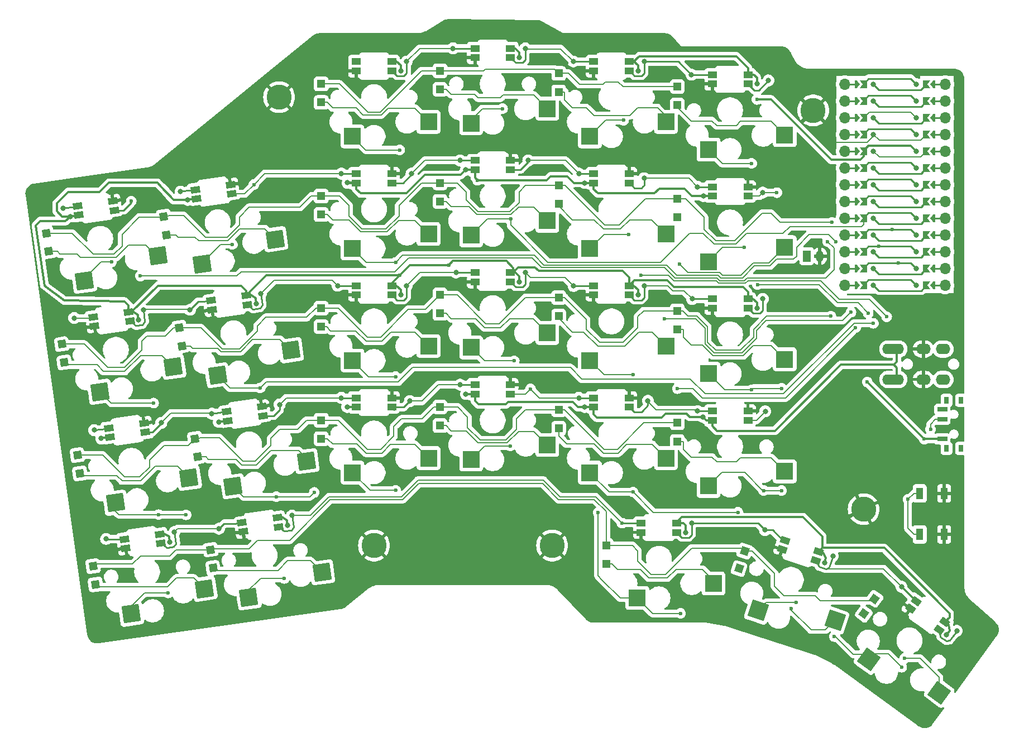
<source format=gbr>
%TF.GenerationSoftware,KiCad,Pcbnew,8.0.7-8.0.7-0~ubuntu24.04.1*%
%TF.CreationDate,2025-01-01T23:44:26+01:00*%
%TF.ProjectId,speedy-o_north-face-finished-extended_VCC,73706565-6479-42d6-9f5f-6e6f7274682d,v1.0.0*%
%TF.SameCoordinates,Original*%
%TF.FileFunction,Copper,L1,Top*%
%TF.FilePolarity,Positive*%
%FSLAX46Y46*%
G04 Gerber Fmt 4.6, Leading zero omitted, Abs format (unit mm)*
G04 Created by KiCad (PCBNEW 8.0.7-8.0.7-0~ubuntu24.04.1) date 2025-01-01 23:44:26*
%MOMM*%
%LPD*%
G01*
G04 APERTURE LIST*
G04 Aperture macros list*
%AMRotRect*
0 Rectangle, with rotation*
0 The origin of the aperture is its center*
0 $1 length*
0 $2 width*
0 $3 Rotation angle, in degrees counterclockwise*
0 Add horizontal line*
21,1,$1,$2,0,0,$3*%
%AMFreePoly0*
4,1,6,0.250000,0.000000,-0.250000,-0.625000,-0.500000,-0.625000,-0.500000,0.625000,-0.250000,0.625000,0.250000,0.000000,0.250000,0.000000,$1*%
%AMFreePoly1*
4,1,6,0.500000,-0.625000,-0.650000,-0.625000,-0.150000,0.000000,-0.650000,0.625000,0.500000,0.625000,0.500000,-0.625000,0.500000,-0.625000,$1*%
G04 Aperture macros list end*
%TA.AperFunction,SMDPad,CuDef*%
%ADD10R,1.100000X1.800000*%
%TD*%
%TA.AperFunction,ComponentPad*%
%ADD11R,1.200000X1.200000*%
%TD*%
%TA.AperFunction,ComponentPad*%
%ADD12RotRect,1.200000X1.200000X278.000000*%
%TD*%
%TA.AperFunction,SMDPad,CuDef*%
%ADD13R,2.600000X2.600000*%
%TD*%
%TA.AperFunction,ComponentPad*%
%ADD14O,2.200000X1.600000*%
%TD*%
%TA.AperFunction,ComponentPad*%
%ADD15C,3.800000*%
%TD*%
%TA.AperFunction,SMDPad,CuDef*%
%ADD16RotRect,2.600000X2.600000X144.000000*%
%TD*%
%TA.AperFunction,ComponentPad*%
%ADD17RotRect,1.200000X1.200000X252.000000*%
%TD*%
%TA.AperFunction,ComponentPad*%
%ADD18R,1.200000X1.700000*%
%TD*%
%TA.AperFunction,ComponentPad*%
%ADD19O,1.200000X1.700000*%
%TD*%
%TA.AperFunction,SMDPad,CuDef*%
%ADD20RotRect,2.600000X2.600000X188.000000*%
%TD*%
%TA.AperFunction,ComponentPad*%
%ADD21O,1.700000X1.700000*%
%TD*%
%TA.AperFunction,SMDPad,CuDef*%
%ADD22FreePoly0,0.000000*%
%TD*%
%TA.AperFunction,ComponentPad*%
%ADD23C,0.800000*%
%TD*%
%TA.AperFunction,SMDPad,CuDef*%
%ADD24FreePoly1,180.000000*%
%TD*%
%TA.AperFunction,SMDPad,CuDef*%
%ADD25FreePoly1,0.000000*%
%TD*%
%TA.AperFunction,SMDPad,CuDef*%
%ADD26FreePoly0,180.000000*%
%TD*%
%TA.AperFunction,SMDPad,CuDef*%
%ADD27RotRect,2.600000X2.600000X162.000000*%
%TD*%
%TA.AperFunction,ComponentPad*%
%ADD28RotRect,1.200000X1.200000X234.000000*%
%TD*%
%TA.AperFunction,SMDPad,CuDef*%
%ADD29R,0.800000X1.000000*%
%TD*%
%TA.AperFunction,SMDPad,CuDef*%
%ADD30R,1.500000X0.700000*%
%TD*%
%TA.AperFunction,SMDPad,CuDef*%
%ADD31R,1.400000X1.000000*%
%TD*%
%TA.AperFunction,SMDPad,CuDef*%
%ADD32RotRect,1.400000X1.000000X188.000000*%
%TD*%
%TA.AperFunction,SMDPad,CuDef*%
%ADD33RotRect,1.400000X1.000000X342.000000*%
%TD*%
%TA.AperFunction,SMDPad,CuDef*%
%ADD34RotRect,1.400000X1.000000X324.000000*%
%TD*%
%TA.AperFunction,SMDPad,CuDef*%
%ADD35RotRect,1.400000X1.000000X8.000000*%
%TD*%
%TA.AperFunction,ViaPad*%
%ADD36C,0.800000*%
%TD*%
%TA.AperFunction,ViaPad*%
%ADD37C,0.600000*%
%TD*%
%TA.AperFunction,Conductor*%
%ADD38C,0.300000*%
%TD*%
%TA.AperFunction,Conductor*%
%ADD39C,0.200000*%
%TD*%
%TA.AperFunction,Conductor*%
%ADD40C,0.250000*%
%TD*%
G04 APERTURE END LIST*
D10*
%TO.P,B1,1*%
%TO.N,GND*%
X220863100Y-138106300D03*
X220863100Y-144306300D03*
%TO.P,B1,2*%
%TO.N,RST*%
X217163100Y-138106300D03*
X217163100Y-144306300D03*
%TD*%
D11*
%TO.P,D20,1*%
%TO.N,P9*%
X126413100Y-76006300D03*
%TO.P,D20,2*%
%TO.N,main_ring_num*%
X126413100Y-78806300D03*
%TD*%
%TO.P,D3,1*%
%TO.N,P8*%
X162413100Y-91406300D03*
%TO.P,D3,2*%
%TO.N,main_index_top*%
X162413100Y-94206300D03*
%TD*%
D12*
%TO.P,D13,1*%
%TO.N,P16*%
X109624358Y-146627725D03*
%TO.P,D13,2*%
%TO.N,main_pinky_bottom*%
X110014042Y-149400475D03*
%TD*%
D13*
%TO.P,S15,1*%
%TO.N,P18*%
X149138100Y-98956300D03*
%TO.P,S15,2*%
%TO.N,main_middle_top*%
X160688100Y-96756300D03*
%TD*%
D11*
%TO.P,D4,1*%
%TO.N,P9*%
X162413100Y-74406300D03*
%TO.P,D4,2*%
%TO.N,main_index_num*%
X162413100Y-77206300D03*
%TD*%
%TO.P,D1,1*%
%TO.N,P6*%
X162413100Y-125406300D03*
%TO.P,D1,2*%
%TO.N,main_index_bottom*%
X162413100Y-128206300D03*
%TD*%
D14*
%TO.P,TRRS,1*%
%TO.N,N/C*%
X212613100Y-116206300D03*
X212613100Y-120806300D03*
%TO.P,TRRS,2*%
%TO.N,VCC*%
X213713100Y-116206300D03*
X213713100Y-120806300D03*
%TO.P,TRRS,3*%
%TO.N,GND*%
X217713100Y-116206300D03*
X217713100Y-120806300D03*
%TO.P,TRRS,4*%
%TO.N,P10*%
X220713100Y-116206300D03*
X220713100Y-120806300D03*
%TD*%
D13*
%TO.P,S13,1*%
%TO.N,P18*%
X149138100Y-132956300D03*
%TO.P,S13,2*%
%TO.N,main_middle_bottom*%
X160688100Y-130756300D03*
%TD*%
D15*
%TO.P,H1,*%
%TO.N,GND*%
X120013100Y-78006300D03*
%TD*%
D11*
%TO.P,D22,1*%
%TO.N,P7*%
X144413100Y-108006300D03*
%TO.P,D22,2*%
%TO.N,main_middle_home*%
X144413100Y-110806300D03*
%TD*%
%TO.P,D19,1*%
%TO.N,P8*%
X126413100Y-93006300D03*
%TO.P,D19,2*%
%TO.N,main_ring_top*%
X126413100Y-95806300D03*
%TD*%
D16*
%TO.P,S27,1*%
%TO.N,P14*%
X209466247Y-163294954D03*
%TO.P,S27,2*%
%TO.N,thumb_inner_home*%
X220103521Y-168304037D03*
%TD*%
D13*
%TO.P,S12,1*%
%TO.N,P5*%
X131138100Y-83956300D03*
%TO.P,S12,2*%
%TO.N,main_ring_num*%
X142688100Y-81756300D03*
%TD*%
D12*
%TO.P,D12,1*%
%TO.N,P8*%
X84701658Y-98629225D03*
%TO.P,D12,2*%
%TO.N,main_outer_num*%
X85091342Y-101401975D03*
%TD*%
D15*
%TO.P,H5,*%
%TO.N,GND*%
X201013100Y-80006300D03*
%TD*%
D13*
%TO.P,S22,1*%
%TO.N,P14*%
X185138100Y-119956300D03*
%TO.P,S22,2*%
%TO.N,main_inner_home*%
X196688100Y-117756300D03*
%TD*%
D11*
%TO.P,D23,1*%
%TO.N,P8*%
X144413100Y-91006300D03*
%TO.P,D23,2*%
%TO.N,main_middle_top*%
X144413100Y-93806300D03*
%TD*%
D13*
%TO.P,S11,1*%
%TO.N,P5*%
X131138100Y-100956300D03*
%TO.P,S11,2*%
%TO.N,main_ring_top*%
X142688100Y-98756300D03*
%TD*%
D11*
%TO.P,D18,1*%
%TO.N,P7*%
X126413100Y-110006300D03*
%TO.P,D18,2*%
%TO.N,main_ring_home*%
X126413100Y-112806300D03*
%TD*%
D17*
%TO.P,D26,1*%
%TO.N,P16*%
X190622724Y-146832021D03*
%TO.P,D26,2*%
%TO.N,thumb_home_home*%
X189757476Y-149494979D03*
%TD*%
D18*
%TO.P,JST2,1*%
%TO.N,pos*%
X200013100Y-102106300D03*
D19*
%TO.P,JST2,2*%
%TO.N,GND*%
X202013100Y-102106300D03*
%TD*%
D13*
%TO.P,S19,1*%
%TO.N,P15*%
X167138100Y-100956300D03*
%TO.P,S19,2*%
%TO.N,main_index_top*%
X178688100Y-98756300D03*
%TD*%
D11*
%TO.P,D6,1*%
%TO.N,P7*%
X180413100Y-110406300D03*
%TO.P,D6,2*%
%TO.N,main_inner_home*%
X180413100Y-113206300D03*
%TD*%
%TO.P,D5,1*%
%TO.N,P6*%
X180413100Y-127406300D03*
%TO.P,D5,2*%
%TO.N,main_inner_bottom*%
X180413100Y-130206300D03*
%TD*%
D12*
%TO.P,D14,1*%
%TO.N,P6*%
X107258358Y-129793225D03*
%TO.P,D14,2*%
%TO.N,main_pinky_home*%
X107648042Y-132565975D03*
%TD*%
D13*
%TO.P,S25,1*%
%TO.N,P18*%
X174338100Y-153956300D03*
%TO.P,S25,2*%
%TO.N,thumb_outer_home*%
X185888100Y-151756300D03*
%TD*%
%TO.P,S16,1*%
%TO.N,P18*%
X149138100Y-81956300D03*
%TO.P,S16,2*%
%TO.N,main_middle_num*%
X160688100Y-79756300D03*
%TD*%
D11*
%TO.P,D21,1*%
%TO.N,P6*%
X144413100Y-125006300D03*
%TO.P,D21,2*%
%TO.N,main_middle_bottom*%
X144413100Y-127806300D03*
%TD*%
D13*
%TO.P,S23,1*%
%TO.N,P14*%
X185138100Y-102956300D03*
%TO.P,S23,2*%
%TO.N,main_inner_top*%
X196688100Y-100756300D03*
%TD*%
D12*
%TO.P,D16,1*%
%TO.N,P8*%
X102526458Y-96124025D03*
%TO.P,D16,2*%
%TO.N,main_pinky_num*%
X102916142Y-98896775D03*
%TD*%
D11*
%TO.P,D25,1*%
%TO.N,P16*%
X169613100Y-146006300D03*
%TO.P,D25,2*%
%TO.N,thumb_outer_home*%
X169613100Y-148806300D03*
%TD*%
%TO.P,D7,1*%
%TO.N,P8*%
X180413100Y-93406300D03*
%TO.P,D7,2*%
%TO.N,main_inner_top*%
X180413100Y-96206300D03*
%TD*%
D20*
%TO.P,S4,1*%
%TO.N,P3*%
X90487152Y-105844187D03*
%TO.P,S4,2*%
%TO.N,main_outer_num*%
X101618567Y-102058148D03*
%TD*%
D13*
%TO.P,S24,1*%
%TO.N,P14*%
X185138100Y-85956300D03*
%TO.P,S24,2*%
%TO.N,main_inner_num*%
X196688100Y-83756300D03*
%TD*%
D11*
%TO.P,D8,1*%
%TO.N,P9*%
X180413100Y-76406300D03*
%TO.P,D8,2*%
%TO.N,main_inner_num*%
X180413100Y-79206300D03*
%TD*%
D13*
%TO.P,S20,1*%
%TO.N,P15*%
X167138100Y-83956300D03*
%TO.P,S20,2*%
%TO.N,main_index_num*%
X178688100Y-81756300D03*
%TD*%
D15*
%TO.P,H3,*%
%TO.N,GND*%
X161413100Y-146006300D03*
%TD*%
D13*
%TO.P,S21,1*%
%TO.N,P14*%
X185138100Y-136956300D03*
%TO.P,S21,2*%
%TO.N,main_inner_bottom*%
X196688100Y-134756300D03*
%TD*%
D18*
%TO.P,JST1,1*%
%TO.N,pos*%
X200013100Y-102106300D03*
D19*
%TO.P,JST1,2*%
%TO.N,GND*%
X202013100Y-102106300D03*
%TD*%
D12*
%TO.P,D9,1*%
%TO.N,P16*%
X91799558Y-149132825D03*
%TO.P,D9,2*%
%TO.N,main_outer_bottom*%
X92189242Y-151905575D03*
%TD*%
D13*
%TO.P,S10,1*%
%TO.N,P5*%
X131138100Y-117956300D03*
%TO.P,S10,2*%
%TO.N,main_ring_home*%
X142688100Y-115756300D03*
%TD*%
D15*
%TO.P,H2,*%
%TO.N,GND*%
X134413100Y-146006300D03*
%TD*%
D20*
%TO.P,S8,1*%
%TO.N,P4*%
X108311952Y-103339087D03*
%TO.P,S8,2*%
%TO.N,main_pinky_num*%
X119443367Y-99553048D03*
%TD*%
D13*
%TO.P,S18,1*%
%TO.N,P15*%
X167138100Y-117956300D03*
%TO.P,S18,2*%
%TO.N,main_index_home*%
X178688100Y-115756300D03*
%TD*%
D12*
%TO.P,D15,1*%
%TO.N,P7*%
X104892458Y-112958625D03*
%TO.P,D15,2*%
%TO.N,main_pinky_top*%
X105282142Y-115731375D03*
%TD*%
D11*
%TO.P,D24,1*%
%TO.N,P9*%
X144413100Y-74006300D03*
%TO.P,D24,2*%
%TO.N,main_middle_num*%
X144413100Y-76806300D03*
%TD*%
D15*
%TO.P,H4,*%
%TO.N,GND*%
X208663400Y-140496900D03*
%TD*%
D21*
%TO.P,pm,0*%
%TO.N,_1_0*%
X205793100Y-76036300D03*
D22*
X207793100Y-76036300D03*
D23*
%TO.N,B-*%
X210151100Y-76036300D03*
D24*
X218188100Y-76036300D03*
D21*
%TO.P,pm,1*%
%TO.N,_1_1*%
X205793100Y-78576300D03*
D22*
X207793100Y-78576300D03*
D23*
%TO.N,P1*%
X210151100Y-78576300D03*
D24*
X218188100Y-78576300D03*
D21*
%TO.P,pm,2*%
%TO.N,_1_2*%
X205793100Y-81116300D03*
D22*
X207793100Y-81116300D03*
D23*
%TO.N,P0*%
X210151100Y-81116300D03*
D24*
X218188100Y-81116300D03*
D21*
%TO.P,pm,3*%
%TO.N,_1_3*%
X205793100Y-83656300D03*
D22*
X207793100Y-83656300D03*
D23*
%TO.N,GND*%
X210151100Y-83656300D03*
D24*
X218188100Y-83656300D03*
D21*
%TO.P,pm,4*%
%TO.N,_1_4*%
X205793100Y-86196300D03*
D22*
X207793100Y-86196300D03*
D23*
%TO.N,GND*%
X210151100Y-86196300D03*
D24*
X218188100Y-86196300D03*
D21*
%TO.P,pm,5*%
%TO.N,_1_5*%
X205793100Y-88736300D03*
D22*
X207793100Y-88736300D03*
D23*
%TO.N,P2*%
X210151100Y-88736300D03*
D24*
X218188100Y-88736300D03*
D21*
%TO.P,pm,6*%
%TO.N,_1_6*%
X205793100Y-91276300D03*
D22*
X207793100Y-91276300D03*
D23*
%TO.N,P3*%
X210151100Y-91276300D03*
D24*
X218188100Y-91276300D03*
D21*
%TO.P,pm,7*%
%TO.N,_1_7*%
X205793100Y-93816300D03*
D22*
X207793100Y-93816300D03*
D23*
%TO.N,P4*%
X210151100Y-93816300D03*
D24*
X218188100Y-93816300D03*
D21*
%TO.P,pm,8*%
%TO.N,_1_8*%
X205793100Y-96356300D03*
D22*
X207793100Y-96356300D03*
D23*
%TO.N,P5*%
X210151100Y-96356300D03*
D24*
X218188100Y-96356300D03*
D21*
%TO.P,pm,9*%
%TO.N,_1_9*%
X205793100Y-98896300D03*
D22*
X207793100Y-98896300D03*
D23*
%TO.N,P6*%
X210151100Y-98896300D03*
D24*
X218188100Y-98896300D03*
D21*
%TO.P,pm,10*%
%TO.N,_1_10*%
X205793100Y-101436300D03*
D22*
X207793100Y-101436300D03*
D23*
%TO.N,P7*%
X210151100Y-101436300D03*
D24*
X218188100Y-101436300D03*
D21*
%TO.P,pm,11*%
%TO.N,_1_11*%
X205793100Y-103976300D03*
D22*
X207793100Y-103976300D03*
D23*
%TO.N,P8*%
X210151100Y-103976300D03*
D24*
X218188100Y-103976300D03*
D21*
%TO.P,pm,12*%
%TO.N,_1_12*%
X205793100Y-106516300D03*
D22*
X207793100Y-106516300D03*
D23*
%TO.N,P9*%
X210151100Y-106516300D03*
D24*
X218188100Y-106516300D03*
D25*
%TO.P,pm,13*%
%TO.N,P10*%
X208638100Y-106516300D03*
D23*
X216675100Y-106516300D03*
D26*
%TO.N,_1_13*%
X219033100Y-106516300D03*
D21*
X221033100Y-106516300D03*
D25*
%TO.P,pm,14*%
%TO.N,P16*%
X208638100Y-103976300D03*
D23*
X216675100Y-103976300D03*
D26*
%TO.N,_1_14*%
X219033100Y-103976300D03*
D21*
X221033100Y-103976300D03*
D25*
%TO.P,pm,15*%
%TO.N,P14*%
X208638100Y-101436300D03*
D23*
X216675100Y-101436300D03*
D26*
%TO.N,_1_15*%
X219033100Y-101436300D03*
D21*
X221033100Y-101436300D03*
D25*
%TO.P,pm,16*%
%TO.N,P15*%
X208638100Y-98896300D03*
D23*
X216675100Y-98896300D03*
D26*
%TO.N,_1_16*%
X219033100Y-98896300D03*
D21*
X221033100Y-98896300D03*
D25*
%TO.P,pm,17*%
%TO.N,P18*%
X208638100Y-96356300D03*
D23*
X216675100Y-96356300D03*
D26*
%TO.N,_1_17*%
X219033100Y-96356300D03*
D21*
X221033100Y-96356300D03*
D25*
%TO.P,pm,18*%
%TO.N,P19*%
X208638100Y-93816300D03*
D23*
X216675100Y-93816300D03*
D26*
%TO.N,_1_18*%
X219033100Y-93816300D03*
D21*
X221033100Y-93816300D03*
D25*
%TO.P,pm,19*%
%TO.N,P20*%
X208638100Y-91276300D03*
D23*
X216675100Y-91276300D03*
D26*
%TO.N,_1_19*%
X219033100Y-91276300D03*
D21*
X221033100Y-91276300D03*
D25*
%TO.P,pm,20*%
%TO.N,P21*%
X208638100Y-88736300D03*
D23*
X216675100Y-88736300D03*
D26*
%TO.N,_1_20*%
X219033100Y-88736300D03*
D21*
X221033100Y-88736300D03*
D25*
%TO.P,pm,21*%
%TO.N,VCC*%
X208638100Y-86196300D03*
D23*
X216675100Y-86196300D03*
D26*
%TO.N,_1_21*%
X219033100Y-86196300D03*
D21*
X221033100Y-86196300D03*
D25*
%TO.P,pm,22*%
%TO.N,RST*%
X208638100Y-83656300D03*
D23*
X216675100Y-83656300D03*
D26*
%TO.N,_1_22*%
X219033100Y-83656300D03*
D21*
X221033100Y-83656300D03*
D25*
%TO.P,pm,23*%
%TO.N,GND*%
X208638100Y-81116300D03*
D23*
X216675100Y-81116300D03*
D26*
%TO.N,_1_23*%
X219033100Y-81116300D03*
D21*
X221033100Y-81116300D03*
D25*
%TO.P,pm,24*%
%TO.N,RAW*%
X208638100Y-78576300D03*
D23*
X216675100Y-78576300D03*
D26*
%TO.N,_1_24*%
X219033100Y-78576300D03*
D21*
X221033100Y-78576300D03*
D25*
%TO.P,pm,25*%
%TO.N,B+*%
X208638100Y-76036300D03*
D23*
X216675100Y-76036300D03*
D26*
%TO.N,_1_25*%
X219033100Y-76036300D03*
D21*
X221033100Y-76036300D03*
%TD*%
D27*
%TO.P,S26,1*%
%TO.N,P15*%
X192659739Y-155853056D03*
%TO.P,S26,2*%
%TO.N,thumb_home_home*%
X204324279Y-157329878D03*
%TD*%
D11*
%TO.P,D17,1*%
%TO.N,P6*%
X126413100Y-127006300D03*
%TO.P,D17,2*%
%TO.N,main_ring_bottom*%
X126413100Y-129806300D03*
%TD*%
D13*
%TO.P,S14,1*%
%TO.N,P18*%
X149138100Y-115956300D03*
%TO.P,S14,2*%
%TO.N,main_middle_home*%
X160688100Y-113756300D03*
%TD*%
D20*
%TO.P,S2,1*%
%TO.N,P3*%
X95219052Y-139513287D03*
%TO.P,S2,2*%
%TO.N,main_outer_home*%
X106350467Y-135727248D03*
%TD*%
D13*
%TO.P,S9,1*%
%TO.N,P5*%
X131138100Y-134956300D03*
%TO.P,S9,2*%
%TO.N,main_ring_bottom*%
X142688100Y-132756300D03*
%TD*%
D12*
%TO.P,D10,1*%
%TO.N,P6*%
X89433558Y-132298325D03*
%TO.P,D10,2*%
%TO.N,main_outer_home*%
X89823242Y-135071075D03*
%TD*%
%TO.P,D11,1*%
%TO.N,P7*%
X87067658Y-115463725D03*
%TO.P,D11,2*%
%TO.N,main_outer_top*%
X87457342Y-118236475D03*
%TD*%
D20*
%TO.P,S7,1*%
%TO.N,P4*%
X110677852Y-120173687D03*
%TO.P,S7,2*%
%TO.N,main_pinky_top*%
X121809267Y-116387648D03*
%TD*%
%TO.P,S1,1*%
%TO.N,P3*%
X97584952Y-156347887D03*
%TO.P,S1,2*%
%TO.N,main_outer_bottom*%
X108716367Y-152561848D03*
%TD*%
D28*
%TO.P,D27,1*%
%TO.N,P16*%
X210316599Y-154085976D03*
%TO.P,D27,2*%
%TO.N,thumb_inner_home*%
X208670801Y-156351224D03*
%TD*%
D11*
%TO.P,D2,1*%
%TO.N,P7*%
X162413100Y-108406300D03*
%TO.P,D2,2*%
%TO.N,main_index_home*%
X162413100Y-111206300D03*
%TD*%
D20*
%TO.P,S6,1*%
%TO.N,P4*%
X113043852Y-137008187D03*
%TO.P,S6,2*%
%TO.N,main_pinky_home*%
X124175267Y-133222148D03*
%TD*%
D29*
%TO.P,T1,*%
%TO.N,*%
X221233100Y-131256300D03*
X223443100Y-131256300D03*
D30*
X220583100Y-125356300D03*
D29*
X221233100Y-123956300D03*
X223443100Y-123956300D03*
D30*
%TO.P,T1,1*%
%TO.N,pos*%
X220583100Y-129856300D03*
%TO.P,T1,2*%
%TO.N,RAW*%
X220583100Y-126856300D03*
%TD*%
D20*
%TO.P,S5,1*%
%TO.N,P4*%
X115409752Y-153842787D03*
%TO.P,S5,2*%
%TO.N,main_pinky_bottom*%
X126541167Y-150056748D03*
%TD*%
%TO.P,S3,1*%
%TO.N,P3*%
X92853052Y-122678787D03*
%TO.P,S3,2*%
%TO.N,main_outer_top*%
X103984467Y-118892748D03*
%TD*%
D13*
%TO.P,S17,1*%
%TO.N,P15*%
X167138100Y-134956300D03*
%TO.P,S17,2*%
%TO.N,main_index_bottom*%
X178688100Y-132756300D03*
%TD*%
D31*
%TO.P,LED24,1*%
%TO.N,VCC*%
X191113100Y-74606300D03*
%TO.P,LED24,2*%
%TO.N,rgb_main_inner_num*%
X191113100Y-76006300D03*
%TO.P,LED24,3*%
%TO.N,GND*%
X185713100Y-76006300D03*
%TO.P,LED24,4*%
%TO.N,rgb_main_index_num*%
X185713100Y-74606300D03*
%TD*%
%TO.P,LED14,1*%
%TO.N,VCC*%
X155113100Y-104606300D03*
%TO.P,LED14,2*%
%TO.N,rgb_main_middle_home*%
X155113100Y-106006300D03*
%TO.P,LED14,3*%
%TO.N,GND*%
X149713100Y-106006300D03*
%TO.P,LED14,4*%
%TO.N,rgb_main_ring_home*%
X149713100Y-104606300D03*
%TD*%
D32*
%TO.P,LED8,1*%
%TO.N,VCC*%
X107496597Y-93405955D03*
%TO.P,LED8,2*%
%TO.N,rgb_main_pinky_num*%
X107301755Y-92019580D03*
%TO.P,LED8,3*%
%TO.N,GND*%
X112649203Y-91268045D03*
%TO.P,LED8,4*%
%TO.N,rgb_main_ring_top*%
X112844045Y-92654420D03*
%TD*%
D31*
%TO.P,LED23,1*%
%TO.N,VCC*%
X185713100Y-93006300D03*
%TO.P,LED23,2*%
%TO.N,rgb_main_inner_top*%
X185713100Y-91606300D03*
%TO.P,LED23,3*%
%TO.N,GND*%
X191113100Y-91606300D03*
%TO.P,LED23,4*%
%TO.N,rgb_main_inner_num*%
X191113100Y-93006300D03*
%TD*%
D32*
%TO.P,LED6,1*%
%TO.N,VCC*%
X112228497Y-127075055D03*
%TO.P,LED6,2*%
%TO.N,rgb_main_pinky_home*%
X112033655Y-125688680D03*
%TO.P,LED6,3*%
%TO.N,GND*%
X117381103Y-124937145D03*
%TO.P,LED6,4*%
%TO.N,rgb_main_ring_bottom*%
X117575945Y-126323520D03*
%TD*%
D31*
%TO.P,LED10,1*%
%TO.N,VCC*%
X137113100Y-106606300D03*
%TO.P,LED10,2*%
%TO.N,rgb_main_ring_home*%
X137113100Y-108006300D03*
%TO.P,LED10,3*%
%TO.N,GND*%
X131713100Y-108006300D03*
%TO.P,LED10,4*%
%TO.N,rgb_main_pinky_top*%
X131713100Y-106606300D03*
%TD*%
%TO.P,LED15,1*%
%TO.N,VCC*%
X149713100Y-89006300D03*
%TO.P,LED15,2*%
%TO.N,rgb_main_middle_top*%
X149713100Y-87606300D03*
%TO.P,LED15,3*%
%TO.N,GND*%
X155113100Y-87606300D03*
%TO.P,LED15,4*%
%TO.N,rgb_main_index_top*%
X155113100Y-89006300D03*
%TD*%
%TO.P,LED13,1*%
%TO.N,VCC*%
X149713100Y-123006300D03*
%TO.P,LED13,2*%
%TO.N,rgb_main_middle_bottom*%
X149713100Y-121606300D03*
%TO.P,LED13,3*%
%TO.N,GND*%
X155113100Y-121606300D03*
%TO.P,LED13,4*%
%TO.N,rgb_main_index_bottom*%
X155113100Y-123006300D03*
%TD*%
D33*
%TO.P,LED26,1*%
%TO.N,VCC*%
X201849664Y-146904906D03*
%TO.P,LED26,2*%
%TO.N,rgb_thumb_home_home*%
X201417041Y-148236384D03*
%TO.P,LED26,3*%
%TO.N,GND*%
X196281336Y-146567694D03*
%TO.P,LED26,4*%
%TO.N,rgb_thumb_outer_home*%
X196713959Y-145236216D03*
%TD*%
D34*
%TO.P,LED27,1*%
%TO.N,VCC*%
X220971496Y-157624608D03*
%TO.P,LED27,2*%
%TO.N,P19*%
X220148596Y-158757232D03*
%TO.P,LED27,3*%
%TO.N,GND*%
X215779904Y-155583192D03*
%TO.P,LED27,4*%
%TO.N,rgb_thumb_home_home*%
X216602804Y-154450568D03*
%TD*%
D31*
%TO.P,LED21,1*%
%TO.N,VCC*%
X185713100Y-127006300D03*
%TO.P,LED21,2*%
%TO.N,rgb_main_inner_bottom*%
X185713100Y-125606300D03*
%TO.P,LED21,3*%
%TO.N,GND*%
X191113100Y-125606300D03*
%TO.P,LED21,4*%
%TO.N,rgb_main_inner_home*%
X191113100Y-127006300D03*
%TD*%
D35*
%TO.P,LED5,1*%
%TO.N,VCC*%
X119747003Y-141771645D03*
%TO.P,LED5,2*%
%TO.N,rgb_main_pinky_bottom*%
X119941845Y-143158020D03*
%TO.P,LED5,3*%
%TO.N,GND*%
X114594397Y-143909555D03*
%TO.P,LED5,4*%
%TO.N,rgb_main_outer_bottom*%
X114399555Y-142523180D03*
%TD*%
D31*
%TO.P,LED17,1*%
%TO.N,VCC*%
X167713100Y-125006300D03*
%TO.P,LED17,2*%
%TO.N,rgb_main_index_bottom*%
X167713100Y-123606300D03*
%TO.P,LED17,3*%
%TO.N,GND*%
X173113100Y-123606300D03*
%TO.P,LED17,4*%
%TO.N,rgb_main_inner_bottom*%
X173113100Y-125006300D03*
%TD*%
%TO.P,LED9,1*%
%TO.N,VCC*%
X131713100Y-125006300D03*
%TO.P,LED9,2*%
%TO.N,rgb_main_ring_bottom*%
X131713100Y-123606300D03*
%TO.P,LED9,3*%
%TO.N,GND*%
X137113100Y-123606300D03*
%TO.P,LED9,4*%
%TO.N,rgb_main_middle_bottom*%
X137113100Y-125006300D03*
%TD*%
%TO.P,LED19,1*%
%TO.N,VCC*%
X167713100Y-91006300D03*
%TO.P,LED19,2*%
%TO.N,rgb_main_index_top*%
X167713100Y-89606300D03*
%TO.P,LED19,3*%
%TO.N,GND*%
X173113100Y-89606300D03*
%TO.P,LED19,4*%
%TO.N,rgb_main_inner_top*%
X173113100Y-91006300D03*
%TD*%
%TO.P,LED18,1*%
%TO.N,VCC*%
X173113100Y-106606300D03*
%TO.P,LED18,2*%
%TO.N,rgb_main_index_home*%
X173113100Y-108006300D03*
%TO.P,LED18,3*%
%TO.N,GND*%
X167713100Y-108006300D03*
%TO.P,LED18,4*%
%TO.N,rgb_main_middle_home*%
X167713100Y-106606300D03*
%TD*%
%TO.P,LED25,1*%
%TO.N,VCC*%
X180313100Y-142606300D03*
%TO.P,LED25,2*%
%TO.N,rgb_thumb_outer_home*%
X180313100Y-144006300D03*
%TO.P,LED25,3*%
%TO.N,GND*%
X174913100Y-144006300D03*
%TO.P,LED25,4*%
%TO.N,rgb_main_pinky_bottom*%
X174913100Y-142606300D03*
%TD*%
%TO.P,LED12,1*%
%TO.N,VCC*%
X137113100Y-72606300D03*
%TO.P,LED12,2*%
%TO.N,rgb_main_ring_num*%
X137113100Y-74006300D03*
%TO.P,LED12,3*%
%TO.N,GND*%
X131713100Y-74006300D03*
%TO.P,LED12,4*%
%TO.N,N/C*%
X131713100Y-72606300D03*
%TD*%
%TO.P,LED16,1*%
%TO.N,VCC*%
X155113100Y-70606300D03*
%TO.P,LED16,2*%
%TO.N,rgb_main_middle_num*%
X155113100Y-72006300D03*
%TO.P,LED16,3*%
%TO.N,GND*%
X149713100Y-72006300D03*
%TO.P,LED16,4*%
%TO.N,rgb_main_ring_num*%
X149713100Y-70606300D03*
%TD*%
%TO.P,LED11,1*%
%TO.N,VCC*%
X131713100Y-91006300D03*
%TO.P,LED11,2*%
%TO.N,rgb_main_ring_top*%
X131713100Y-89606300D03*
%TO.P,LED11,3*%
%TO.N,GND*%
X137113100Y-89606300D03*
%TO.P,LED11,4*%
%TO.N,rgb_main_middle_top*%
X137113100Y-91006300D03*
%TD*%
D35*
%TO.P,LED7,1*%
%TO.N,VCC*%
X115015103Y-108102545D03*
%TO.P,LED7,2*%
%TO.N,rgb_main_pinky_top*%
X115209945Y-109488920D03*
%TO.P,LED7,3*%
%TO.N,GND*%
X109862497Y-110240455D03*
%TO.P,LED7,4*%
%TO.N,rgb_main_outer_top*%
X109667655Y-108854080D03*
%TD*%
%TO.P,LED3,1*%
%TO.N,VCC*%
X97190303Y-110607645D03*
%TO.P,LED3,2*%
%TO.N,rgb_main_outer_top*%
X97385145Y-111994020D03*
%TO.P,LED3,3*%
%TO.N,GND*%
X92037697Y-112745555D03*
%TO.P,LED3,4*%
%TO.N,rgb_main_outer_num*%
X91842855Y-111359180D03*
%TD*%
D31*
%TO.P,LED22,1*%
%TO.N,VCC*%
X191113100Y-108606300D03*
%TO.P,LED22,2*%
%TO.N,rgb_main_inner_home*%
X191113100Y-110006300D03*
%TO.P,LED22,3*%
%TO.N,GND*%
X185713100Y-110006300D03*
%TO.P,LED22,4*%
%TO.N,rgb_main_index_home*%
X185713100Y-108606300D03*
%TD*%
D35*
%TO.P,LED1,1*%
%TO.N,VCC*%
X101922203Y-144276745D03*
%TO.P,LED1,2*%
%TO.N,rgb_main_outer_bottom*%
X102117045Y-145663120D03*
%TO.P,LED1,3*%
%TO.N,GND*%
X96769597Y-146414655D03*
%TO.P,LED1,4*%
%TO.N,rgb_main_outer_home*%
X96574755Y-145028280D03*
%TD*%
D32*
%TO.P,LED4,1*%
%TO.N,VCC*%
X89671797Y-95911055D03*
%TO.P,LED4,2*%
%TO.N,rgb_main_outer_num*%
X89476955Y-94524680D03*
%TO.P,LED4,3*%
%TO.N,GND*%
X94824403Y-93773145D03*
%TO.P,LED4,4*%
%TO.N,rgb_main_pinky_num*%
X95019245Y-95159520D03*
%TD*%
%TO.P,LED2,1*%
%TO.N,VCC*%
X94403597Y-129580155D03*
%TO.P,LED2,2*%
%TO.N,rgb_main_outer_home*%
X94208755Y-128193780D03*
%TO.P,LED2,3*%
%TO.N,GND*%
X99556203Y-127442245D03*
%TO.P,LED2,4*%
%TO.N,rgb_main_pinky_home*%
X99751045Y-128828620D03*
%TD*%
D31*
%TO.P,LED20,1*%
%TO.N,VCC*%
X173113100Y-72606300D03*
%TO.P,LED20,2*%
%TO.N,rgb_main_index_num*%
X173113100Y-74006300D03*
%TO.P,LED20,3*%
%TO.N,GND*%
X167713100Y-74006300D03*
%TO.P,LED20,4*%
%TO.N,rgb_main_middle_num*%
X167713100Y-72606300D03*
%TD*%
D36*
%TO.N,VCC*%
X184300000Y-126500000D03*
X192473000Y-76006300D03*
X148353000Y-89006300D03*
X148353000Y-123006000D03*
D37*
X150107500Y-90600000D03*
D36*
X166353000Y-91006300D03*
X121289000Y-142969000D03*
X138473000Y-108006000D03*
X174473000Y-108006000D03*
X103464000Y-145474000D03*
X184353000Y-93006300D03*
D37*
X145750000Y-103450000D03*
D36*
X156473000Y-72006300D03*
X130353000Y-125006000D03*
X130400000Y-91000000D03*
X93056900Y-129769000D03*
X156473000Y-106006000D03*
X174473000Y-74006300D03*
X221249000Y-159557000D03*
X181673000Y-144006000D03*
X192473000Y-110006000D03*
X98731900Y-111805000D03*
X110882000Y-127264000D03*
D37*
X138314300Y-105000000D03*
D36*
X116557000Y-109300000D03*
X106150000Y-93595200D03*
X202711000Y-148657000D03*
X88325000Y-96100300D03*
X138473000Y-74006300D03*
X166353000Y-125006000D03*
D37*
X192473000Y-78345300D03*
D36*
%TO.N,rgb_main_outer_bottom*%
X110900000Y-143450000D03*
X104150000Y-143964000D03*
D37*
%TO.N,GND*%
X185800000Y-112000000D03*
X107200000Y-145050000D03*
X202150000Y-104150000D03*
X97000000Y-125800000D03*
X198250000Y-109400000D03*
X184600000Y-72800000D03*
X145500000Y-134500000D03*
X167800000Y-93800000D03*
X219850000Y-151150000D03*
X222550000Y-161900000D03*
X209400000Y-148200000D03*
X202650000Y-109350000D03*
X122800000Y-92400000D03*
X148600000Y-91200000D03*
X123600000Y-108400000D03*
X97600000Y-142800000D03*
X171200000Y-138800000D03*
X145200000Y-106000000D03*
X194550000Y-127000000D03*
X217400000Y-141200000D03*
X167200000Y-77800000D03*
X141800000Y-111200000D03*
X173600000Y-140600000D03*
X104400000Y-108600000D03*
X162575000Y-84700000D03*
X98200000Y-108400000D03*
X141800000Y-107200000D03*
X142000000Y-72400000D03*
X172200000Y-87600000D03*
X145200000Y-88600000D03*
X155000000Y-91800000D03*
X153400000Y-85400000D03*
X146200000Y-99200000D03*
X124600000Y-125200000D03*
X217100000Y-147900000D03*
X217775000Y-112925000D03*
X106025000Y-90150000D03*
X146000000Y-72200000D03*
X201400000Y-151000000D03*
X160200000Y-127800000D03*
X217125000Y-124025000D03*
X222200000Y-112600000D03*
X90000000Y-129200000D03*
X99400000Y-131000000D03*
X203800000Y-82450000D03*
X167600000Y-110200000D03*
X99600000Y-94600000D03*
X111900000Y-145250000D03*
X184800000Y-144600000D03*
X114600000Y-147800000D03*
X199150000Y-98650000D03*
X122225000Y-88025000D03*
X160400000Y-75800000D03*
X131800000Y-127200000D03*
X159800000Y-110000000D03*
X124200000Y-119400000D03*
X171600000Y-144600000D03*
X162200000Y-136600000D03*
X191200000Y-112000000D03*
X200400000Y-114600000D03*
X107500000Y-148550000D03*
X137200000Y-87600000D03*
X192400000Y-144400000D03*
X167600000Y-127600000D03*
X87000000Y-112400000D03*
X201250000Y-100500000D03*
X203800000Y-84900000D03*
X126600000Y-135900000D03*
X180600000Y-74400000D03*
X193400000Y-72800000D03*
X112400000Y-140800000D03*
X122600000Y-98200000D03*
X159800000Y-72000000D03*
X158800000Y-116200000D03*
X164000000Y-101400000D03*
X157400000Y-89600000D03*
X163600000Y-72800000D03*
X160200000Y-89000000D03*
X178000000Y-129000000D03*
D36*
%TO.N,rgb_main_outer_home*%
X93800000Y-145000000D03*
X91980700Y-128507000D03*
%TO.N,rgb_main_pinky_home*%
X102156500Y-127400000D03*
X109806000Y-126002000D03*
%TO.N,rgb_main_outer_top*%
X106500000Y-110250000D03*
X99418400Y-110295000D03*
%TO.N,rgb_main_outer_num*%
X88950000Y-111500000D03*
X87248800Y-94837800D03*
D37*
%TO.N,rgb_main_pinky_num*%
X97600000Y-93773100D03*
D36*
X105074000Y-92332700D03*
D37*
%TO.N,rgb_main_pinky_bottom*%
X172000000Y-142600000D03*
D36*
X121975000Y-141459000D03*
%TO.N,rgb_main_ring_bottom*%
X120100000Y-124624000D03*
X129463000Y-123606000D03*
%TO.N,rgb_main_pinky_top*%
X117243000Y-107789000D03*
X128900000Y-106606000D03*
D37*
%TO.N,rgb_main_ring_top*%
X116188255Y-91268045D03*
D36*
X129463000Y-89606300D03*
%TO.N,rgb_main_middle_bottom*%
X147463000Y-121606000D03*
X139850000Y-124100000D03*
%TO.N,rgb_main_ring_home*%
X139363000Y-106606000D03*
X146850000Y-104600000D03*
%TO.N,rgb_main_middle_top*%
X140100000Y-89606300D03*
X147463000Y-87606300D03*
%TO.N,rgb_main_ring_num*%
X146400000Y-70606300D03*
X139363000Y-72606300D03*
D37*
%TO.N,rgb_main_index_bottom*%
X158150000Y-122250000D03*
D36*
X165463000Y-123606000D03*
%TO.N,rgb_main_middle_home*%
X164675000Y-106650000D03*
X157363000Y-104606000D03*
%TO.N,rgb_main_index_top*%
X165463000Y-89606300D03*
X157800000Y-87606300D03*
%TO.N,rgb_main_middle_num*%
X164650000Y-72600000D03*
X157363000Y-70606300D03*
%TO.N,rgb_main_inner_bottom*%
X183463000Y-125606000D03*
X175950000Y-124050000D03*
%TO.N,rgb_main_index_home*%
X182650000Y-108606000D03*
X175363000Y-106606000D03*
%TO.N,rgb_main_inner_top*%
X175363000Y-90300000D03*
X183463000Y-91606300D03*
%TO.N,rgb_main_index_num*%
X175363000Y-72606300D03*
X182550000Y-74600000D03*
%TO.N,rgb_main_inner_home*%
X193750000Y-125650000D03*
X193363000Y-108606000D03*
%TO.N,rgb_main_inner_num*%
X193363000Y-92486300D03*
D37*
X195511500Y-92486300D03*
D36*
X194228350Y-75471650D03*
%TO.N,rgb_thumb_outer_home*%
X182563000Y-142606000D03*
X193700000Y-143650000D03*
%TO.N,rgb_thumb_home_home*%
X203990000Y-147600000D03*
X214400000Y-152250000D03*
%TO.N,P19*%
X222792000Y-158947000D03*
D37*
%TO.N,P6*%
X207450000Y-112950000D03*
X180413100Y-122214600D03*
%TO.N,P7*%
X203700000Y-111218000D03*
%TO.N,P8*%
X203859200Y-97000000D03*
%TO.N,P9*%
X178472000Y-111657300D03*
X206741300Y-110608700D03*
%TO.N,main_inner_top*%
X180725000Y-103325000D03*
%TO.N,P16*%
X213900000Y-103130000D03*
%TO.N,thumb_home_home*%
X197682000Y-155559800D03*
%TO.N,thumb_inner_home*%
X214900000Y-163100000D03*
%TO.N,P3*%
X98990800Y-105129500D03*
X105914600Y-141350000D03*
X103200000Y-153200000D03*
X101000000Y-124400000D03*
X203200000Y-99900000D03*
X101746400Y-141322400D03*
X94600000Y-103000000D03*
%TO.N,P4*%
X120800000Y-151000000D03*
X112939500Y-100339500D03*
X119606400Y-138604100D03*
X125350000Y-137950000D03*
X210150000Y-112300000D03*
X117164100Y-122107500D03*
%TO.N,P5*%
X137688100Y-120383700D03*
X137688100Y-137646800D03*
X137688100Y-103062600D03*
X138317100Y-86008000D03*
X204467200Y-99955900D03*
%TO.N,P18*%
X180900000Y-156300000D03*
X168400000Y-141000000D03*
X155145200Y-96481900D03*
X155114200Y-130881000D03*
X153900000Y-79750000D03*
X155688100Y-118008000D03*
%TO.N,P15*%
X213000000Y-98050000D03*
X173000000Y-98800000D03*
X212150000Y-111300000D03*
X189594600Y-140975000D03*
X173688100Y-120084300D03*
X198394900Y-154666200D03*
X174876700Y-105000000D03*
X173688100Y-137871800D03*
X172266300Y-81511300D03*
%TO.N,P14*%
X191688100Y-88042200D03*
X196215400Y-137674200D03*
X214432650Y-164467350D03*
X196215400Y-122162900D03*
X193491900Y-137674200D03*
X204200000Y-159800000D03*
X210975000Y-100590000D03*
X191688100Y-122394500D03*
X192571200Y-106432800D03*
X190600000Y-100800000D03*
X209350000Y-110750000D03*
%TO.N,RAW*%
X218800000Y-128400000D03*
%TO.N,RST*%
X215400000Y-139000000D03*
%TO.N,pos*%
X217856300Y-129856300D03*
X209200000Y-121200000D03*
%TD*%
D38*
%TO.N,VCC*%
X194645300Y-78345300D02*
X192473000Y-78345300D01*
X84450000Y-106600000D02*
X87450000Y-108850000D01*
X176950000Y-92600000D02*
X168350000Y-92600000D01*
X192473000Y-76006300D02*
X192473000Y-75073000D01*
X101922000Y-144277000D02*
X102268500Y-144228000D01*
X155113000Y-104606000D02*
X155113400Y-104606000D01*
X173113100Y-72606300D02*
X173813000Y-72606300D01*
X181475000Y-91850000D02*
X177700000Y-91850000D01*
X220972000Y-157625000D02*
X221255000Y-157830500D01*
X173113100Y-106606300D02*
X173812700Y-106606300D01*
X208638100Y-86196300D02*
X208638100Y-87011900D01*
X145750000Y-103450000D02*
X145745300Y-103454700D01*
X155113000Y-70606300D02*
X155113100Y-70606300D01*
X138473000Y-73200400D02*
X138473000Y-74006300D01*
X172100000Y-104350000D02*
X173113100Y-105363100D01*
X102615000Y-144179000D02*
X103352000Y-144676000D01*
X97883500Y-110510000D02*
X98619700Y-111007000D01*
X130406000Y-91006300D02*
X130400000Y-91000000D01*
X221255000Y-157830500D02*
X221538000Y-158036000D01*
X184806000Y-127006000D02*
X185712800Y-127006000D01*
X92800000Y-92400000D02*
X94200000Y-91000000D01*
X131713000Y-91006300D02*
X130406000Y-91006300D01*
X156473000Y-105200000D02*
X156473000Y-106006000D01*
X178600000Y-126000000D02*
X178000000Y-126600000D01*
X155813000Y-70606300D02*
X156473000Y-71200400D01*
X156269200Y-103800000D02*
X158850000Y-103800000D01*
X216675100Y-86195100D02*
X216675100Y-86196300D01*
X184300000Y-126500000D02*
X184806000Y-127006000D01*
X138314300Y-105000000D02*
X137113100Y-106201200D01*
X168200000Y-126600000D02*
X167713100Y-126113100D01*
X149713100Y-124063100D02*
X149713100Y-123006300D01*
X83800000Y-96800000D02*
X83150000Y-97500000D01*
X156473000Y-71200400D02*
X156473000Y-72006300D01*
X102200000Y-91600000D02*
X103995200Y-93595200D01*
X164706300Y-91006300D02*
X163700000Y-90000000D01*
X221723000Y-158905000D02*
X221249000Y-159557000D01*
X202385670Y-144660670D02*
X199425000Y-141700000D01*
X202182500Y-147013000D02*
X202515000Y-147121000D01*
X107496600Y-93406000D02*
X106823300Y-93500600D01*
X94200000Y-91000000D02*
X101600000Y-91000000D01*
X137113100Y-72606300D02*
X137813000Y-72606300D01*
X213713100Y-119063100D02*
X213713100Y-120806300D01*
X86300000Y-95275000D02*
X86300000Y-94100000D01*
X96600000Y-109000000D02*
X97200000Y-109600000D01*
X120093500Y-141723000D02*
X119795600Y-141723000D01*
X164559850Y-124227500D02*
X154772500Y-124227500D01*
X155463200Y-104606000D02*
X155503800Y-104565400D01*
X102268500Y-144228000D02*
X102615000Y-144179000D01*
X209015000Y-85775000D02*
X208638100Y-86151900D01*
X173113000Y-72606300D02*
X173113100Y-72606300D01*
X155813000Y-104606000D02*
X156473000Y-105200000D01*
X202182500Y-147013000D02*
X201957800Y-147013000D01*
X149713000Y-123006000D02*
X149712800Y-123006000D01*
X137113400Y-106606000D02*
X137113100Y-106606300D01*
X181673000Y-142973000D02*
X181673000Y-144006000D01*
X131713000Y-125006000D02*
X131712800Y-125006000D01*
X177700000Y-91850000D02*
X176950000Y-92600000D01*
X131712800Y-125006000D02*
X130353000Y-125006000D01*
X213150000Y-118600000D02*
X213250000Y-118600000D01*
X131713000Y-91006300D02*
X131713100Y-91006300D01*
X201849664Y-146904906D02*
X202385670Y-146368900D01*
X174473000Y-73200400D02*
X174473000Y-74006300D01*
X145745300Y-103454700D02*
X139859600Y-103454700D01*
X215830000Y-85350000D02*
X216675100Y-86195100D01*
X161200000Y-90000000D02*
X160600000Y-90600000D01*
X98619700Y-111007000D02*
X98731900Y-111805000D01*
X103352000Y-144676000D02*
X103464000Y-145474000D01*
X115015000Y-108103000D02*
X115361500Y-108054000D01*
X180313400Y-142606000D02*
X180663200Y-142606000D01*
X88325000Y-96100300D02*
X87625300Y-96800000D01*
X137113100Y-106201200D02*
X137113100Y-106606300D01*
X149713100Y-90205600D02*
X150107500Y-90600000D01*
X208640000Y-86200000D02*
X209015000Y-85775000D01*
X173919400Y-105800000D02*
X173113100Y-106606300D01*
X185712800Y-127006000D02*
X185713100Y-127006300D01*
X173812700Y-106606300D02*
X173813000Y-106606000D01*
X216675100Y-86195100D02*
X216680000Y-86200000D01*
X132352550Y-92600000D02*
X131713100Y-91960550D01*
X181306000Y-142606000D02*
X181673000Y-142973000D01*
X150250000Y-124600000D02*
X149713100Y-124063100D01*
X112134100Y-127169500D02*
X112228500Y-127075100D01*
X167713100Y-126113100D02*
X167713100Y-125006300D01*
X154450000Y-102850000D02*
X155503800Y-103903800D01*
X167712800Y-125006000D02*
X166987300Y-125006000D01*
X190350000Y-106750000D02*
X179850000Y-106750000D01*
X178000000Y-126600000D02*
X168200000Y-126600000D01*
X173813000Y-72606300D02*
X174473000Y-73200400D01*
X167712800Y-125006000D02*
X167713100Y-125006300D01*
X166353000Y-91006300D02*
X164706300Y-91006300D01*
X159400000Y-104350000D02*
X172100000Y-104350000D01*
X184353000Y-93006300D02*
X182631300Y-93006300D01*
X118117648Y-105000000D02*
X138314300Y-105000000D01*
X112228000Y-127075000D02*
X111555000Y-127169500D01*
X163700000Y-90000000D02*
X161200000Y-90000000D01*
X111555000Y-127169500D02*
X110882000Y-127264000D01*
X160600000Y-90600000D02*
X150107500Y-90600000D01*
X94403600Y-129580200D02*
X94403600Y-129580000D01*
X86300000Y-94100000D02*
X88000000Y-92400000D01*
X107497000Y-93405900D02*
X107496600Y-93406000D01*
X209015000Y-85775000D02*
X209390000Y-85350000D01*
X155113400Y-104606000D02*
X155113100Y-104606300D01*
X119747000Y-141772000D02*
X120093500Y-141723000D01*
X87125300Y-96100300D02*
X86300000Y-95275000D01*
X202385670Y-146368900D02*
X211768900Y-146368900D01*
X149713000Y-89006300D02*
X148353000Y-89006300D01*
X189350000Y-71800000D02*
X191113100Y-73563100D01*
X97710200Y-110534500D02*
X97883500Y-110510000D01*
X155113100Y-70606300D02*
X155813000Y-70606300D01*
X121176000Y-142171000D02*
X121289000Y-142969000D01*
X131750000Y-91000000D02*
X130400000Y-91000000D01*
X185713000Y-127006000D02*
X185712800Y-127006000D01*
X158850000Y-103800000D02*
X159400000Y-104350000D01*
X208638100Y-87011900D02*
X208150000Y-87500000D01*
X115015103Y-108102545D02*
X115015103Y-108029397D01*
X83150000Y-97500000D02*
X84450000Y-106600000D01*
X145750000Y-103450000D02*
X146350000Y-102850000D01*
X139859600Y-103454700D02*
X138314300Y-105000000D01*
X97710200Y-110534500D02*
X101644700Y-106600000D01*
X87450000Y-108850000D02*
X96600000Y-109000000D01*
X120440000Y-141674000D02*
X121176000Y-142171000D01*
X201850000Y-146905000D02*
X202182500Y-147013000D01*
X211768900Y-146368900D02*
X221700000Y-156300000D01*
X154772500Y-124227500D02*
X154400000Y-124600000D01*
X208150000Y-87500000D02*
X203800000Y-87500000D01*
X97238900Y-110559000D02*
X97190300Y-110607600D01*
X154400000Y-124600000D02*
X150250000Y-124600000D01*
X203800000Y-87500000D02*
X194645300Y-78345300D01*
X101600000Y-91000000D02*
X102200000Y-91600000D01*
X94403600Y-129580000D02*
X93056900Y-129769000D01*
X173813000Y-106606000D02*
X174473000Y-107200000D01*
X173113100Y-105363100D02*
X173113100Y-106606300D01*
X210755300Y-85350000D02*
X215830000Y-85350000D01*
X118117648Y-105000000D02*
X115015103Y-108102545D01*
X182631300Y-93006300D02*
X181475000Y-91850000D01*
X165338350Y-125006000D02*
X164559850Y-124227500D01*
X167713000Y-125006000D02*
X167712800Y-125006000D01*
X221538000Y-158036000D02*
X221723000Y-158905000D01*
X213713100Y-116206300D02*
X213713100Y-118136900D01*
X147200000Y-89808000D02*
X142088800Y-89808000D01*
X147551300Y-89808000D02*
X148353000Y-89006300D01*
X88325000Y-96100300D02*
X87125300Y-96100300D01*
X191113000Y-107513000D02*
X190350000Y-106750000D01*
X192473000Y-109200000D02*
X192473000Y-110006000D01*
X89671800Y-95911100D02*
X89671800Y-95911000D01*
X212600000Y-118600000D02*
X213150000Y-118600000D01*
X111555000Y-127169500D02*
X112134100Y-127169500D01*
X115063600Y-108054000D02*
X115015100Y-108102500D01*
X115361500Y-108054000D02*
X115063600Y-108054000D01*
X120093500Y-141723000D02*
X120440000Y-141674000D01*
X137813000Y-106606000D02*
X138473000Y-107200000D01*
X167713000Y-91006300D02*
X167713100Y-91006300D01*
X155503800Y-104565400D02*
X156269200Y-103800000D01*
X149712800Y-123006000D02*
X149713100Y-123006300D01*
X180663200Y-142086800D02*
X180663200Y-142606000D01*
X181050000Y-141700000D02*
X180663200Y-142086800D01*
X212600000Y-118600000D02*
X205200000Y-118600000D01*
X201957800Y-147013000D02*
X201849700Y-146904900D01*
X89671800Y-95911000D02*
X88325000Y-96100300D01*
X106823300Y-93500600D02*
X106150000Y-93595200D01*
X174473000Y-107200000D02*
X174473000Y-108006000D01*
X97536900Y-110559000D02*
X97238900Y-110559000D01*
X185713100Y-127913100D02*
X185713100Y-127006300D01*
X155463200Y-104606000D02*
X155813000Y-104606000D01*
X102268500Y-144228000D02*
X101970900Y-144228000D01*
X166987300Y-125006000D02*
X166353000Y-125006000D01*
X137113400Y-106606000D02*
X137813000Y-106606000D01*
X97536900Y-110559000D02*
X97710200Y-110534500D01*
X185713000Y-93006300D02*
X185713100Y-93006300D01*
X184300000Y-126500000D02*
X182300000Y-126500000D01*
X130400000Y-91000000D02*
X130390000Y-91000000D01*
X115063600Y-107422250D02*
X115063600Y-107980900D01*
X191813000Y-108606000D02*
X192473000Y-109200000D01*
X221700000Y-156300000D02*
X221700000Y-156896104D01*
X167713100Y-91963100D02*
X167713100Y-91006300D01*
X209390000Y-85350000D02*
X210755300Y-85350000D01*
X149713100Y-89006300D02*
X149713100Y-90205600D01*
X178900000Y-105800000D02*
X173919400Y-105800000D01*
X87625300Y-96800000D02*
X83800000Y-96800000D01*
X88000000Y-92400000D02*
X92800000Y-92400000D01*
X168350000Y-92600000D02*
X167713100Y-91963100D01*
X88325000Y-96100300D02*
X88325000Y-96209300D01*
X119795600Y-141723000D02*
X119747000Y-141771600D01*
X179850000Y-106750000D02*
X178900000Y-105800000D01*
X191113400Y-108606000D02*
X191813000Y-108606000D01*
X103995200Y-93595200D02*
X106150000Y-93595200D01*
X114241350Y-106600000D02*
X115063600Y-107422250D01*
X146350000Y-102850000D02*
X154450000Y-102850000D01*
X180663200Y-142606000D02*
X181306000Y-142606000D01*
X155113400Y-104606000D02*
X155463200Y-104606000D01*
X202515000Y-147121000D02*
X202960000Y-147890000D01*
X138473000Y-107200000D02*
X138473000Y-108006000D01*
X149713000Y-89006300D02*
X149713100Y-89006300D01*
X149712800Y-123006000D02*
X148353000Y-123006000D01*
X142088800Y-89808000D02*
X139296800Y-92600000D01*
X137813000Y-72606300D02*
X138473000Y-73200400D01*
X137113000Y-106606000D02*
X137113400Y-106606000D01*
X131713100Y-91960550D02*
X131713100Y-91006300D01*
X101644700Y-106600000D02*
X114241350Y-106600000D01*
X166353000Y-125006000D02*
X165338350Y-125006000D01*
X185713000Y-93006300D02*
X184353000Y-93006300D01*
X180313400Y-142606000D02*
X180313100Y-142606300D01*
X115708000Y-108005000D02*
X116445000Y-108502000D01*
X115361500Y-108054000D02*
X115708000Y-108005000D01*
X181800000Y-126000000D02*
X178600000Y-126000000D01*
X195200000Y-128600000D02*
X186400000Y-128600000D01*
X97190300Y-110608000D02*
X97536900Y-110559000D01*
X139296800Y-92600000D02*
X132352550Y-92600000D01*
X180313000Y-142606000D02*
X180313400Y-142606000D01*
X155503800Y-103903800D02*
X155503800Y-104565400D01*
X213713100Y-118136900D02*
X213250000Y-118600000D01*
X186400000Y-128600000D02*
X185713100Y-127913100D01*
X147200000Y-89808000D02*
X147551300Y-89808000D01*
X205200000Y-118600000D02*
X195200000Y-128600000D01*
X174619300Y-71800000D02*
X189350000Y-71800000D01*
X167713000Y-91006300D02*
X166353000Y-91006300D01*
X221700000Y-156896104D02*
X220971496Y-157624608D01*
X97200000Y-109600000D02*
X97200000Y-110222100D01*
X191113400Y-108606000D02*
X191113100Y-108606300D01*
X115063600Y-107980900D02*
X115063600Y-108054000D01*
X116445000Y-108502000D02*
X116557000Y-109300000D01*
X191113100Y-73563100D02*
X191113100Y-74606300D01*
X192006300Y-74606300D02*
X191113100Y-74606300D01*
X213250000Y-118600000D02*
X213713100Y-119063100D01*
X191113000Y-108606000D02*
X191113000Y-107513000D01*
X137113000Y-72606300D02*
X137113100Y-72606300D01*
X192473000Y-75073000D02*
X192006300Y-74606300D01*
X202385670Y-146368900D02*
X202385670Y-144660670D01*
X173813000Y-72606300D02*
X174619300Y-71800000D01*
X182300000Y-126500000D02*
X181800000Y-126000000D01*
X97200000Y-110222100D02*
X97536900Y-110559000D01*
X101970900Y-144228000D02*
X101922200Y-144276700D01*
X191113400Y-108606000D02*
X191113000Y-108606000D01*
X199425000Y-141700000D02*
X181050000Y-141700000D01*
X131712800Y-125006000D02*
X131713100Y-125006300D01*
X202960000Y-147890000D02*
X202711000Y-148657000D01*
X208638100Y-86151900D02*
X208638100Y-86196300D01*
D39*
%TO.N,rgb_main_outer_bottom*%
X113296000Y-142678400D02*
X113296000Y-142678300D01*
D40*
X102117000Y-145663000D02*
X103000000Y-146332000D01*
X104395000Y-145707000D02*
X104150000Y-143964000D01*
X111670500Y-142679500D02*
X113285500Y-142679500D01*
D39*
X113294900Y-142679500D02*
X113296000Y-142678400D01*
X110900000Y-143450000D02*
X104664000Y-143450000D01*
D40*
X110900000Y-143450000D02*
X111670500Y-142679500D01*
X103000000Y-146332000D02*
X103721200Y-146230500D01*
X113285500Y-142679500D02*
X114400000Y-142523000D01*
D39*
X113285500Y-142679500D02*
X113294900Y-142679500D01*
D40*
X103721200Y-146230500D02*
X104037000Y-146186000D01*
D39*
X104664000Y-143450000D02*
X104150000Y-143964000D01*
D40*
X104037000Y-146186000D02*
X104395000Y-145707000D01*
D39*
X114399600Y-142523200D02*
X113296000Y-142678300D01*
%TO.N,GND*%
X216675100Y-81116300D02*
X215808800Y-80250000D01*
X209504400Y-80250000D02*
X208638100Y-81116300D01*
X209200000Y-84900000D02*
X203800000Y-84900000D01*
X211044800Y-84550000D02*
X217294400Y-84550000D01*
X211054800Y-87100000D02*
X217284400Y-87100000D01*
X215808800Y-80250000D02*
X209504400Y-80250000D01*
X210151100Y-86196300D02*
X211054800Y-87100000D01*
X217294400Y-84550000D02*
X218188100Y-83656300D01*
X210151100Y-83948900D02*
X210151100Y-83656300D01*
X210151100Y-83656300D02*
X211044800Y-84550000D01*
X203800000Y-84900000D02*
X203600000Y-84900000D01*
X209200000Y-84900000D02*
X210151100Y-83948900D01*
X217284400Y-87100000D02*
X218188100Y-86196300D01*
D40*
%TO.N,rgb_main_outer_home*%
X93828000Y-145028000D02*
X96574700Y-145028000D01*
X93800000Y-145000000D02*
X93828000Y-145028000D01*
D39*
X93810300Y-128193800D02*
X93745000Y-128259100D01*
X94208800Y-128193800D02*
X93810300Y-128193800D01*
D40*
X91980700Y-128507000D02*
X93745000Y-128259200D01*
X93745000Y-128259200D02*
X94208800Y-128194000D01*
D39*
X93745000Y-128259100D02*
X93745000Y-128259200D01*
D40*
%TO.N,rgb_main_pinky_home*%
X102156500Y-127443500D02*
X100771000Y-128829000D01*
X110929900Y-125844100D02*
X112034000Y-125689000D01*
D39*
X103633500Y-125923000D02*
X110367800Y-125923000D01*
X112033700Y-125688700D02*
X110930100Y-125843800D01*
D40*
X100771000Y-128829000D02*
X99751100Y-128829000D01*
X109806000Y-126002000D02*
X110367900Y-125923100D01*
D39*
X110929900Y-125844100D02*
X110930100Y-125843900D01*
D40*
X102156500Y-127400000D02*
X102156500Y-127443500D01*
X110367900Y-125923100D02*
X110929900Y-125844100D01*
D39*
X110367800Y-125923000D02*
X110367900Y-125923100D01*
X110930100Y-125843900D02*
X110930100Y-125843800D01*
X102156500Y-127400000D02*
X103633500Y-125923000D01*
%TO.N,rgb_main_outer_top*%
X99513400Y-110200000D02*
X99418400Y-110295000D01*
X106450000Y-110200000D02*
X99513400Y-110200000D01*
X108562900Y-109010500D02*
X108564100Y-109009300D01*
D40*
X98267800Y-112663000D02*
X99305600Y-112517000D01*
D39*
X108554000Y-109010500D02*
X108562900Y-109010500D01*
D40*
X108554000Y-109010500D02*
X109668000Y-108854000D01*
X107739500Y-109010500D02*
X108554000Y-109010500D01*
X99305600Y-112517000D02*
X99663400Y-112037000D01*
D39*
X108564100Y-109009300D02*
X108564100Y-109009200D01*
X109667700Y-108854100D02*
X108564100Y-109009200D01*
D40*
X106500000Y-110250000D02*
X107739500Y-109010500D01*
X99663400Y-112037000D02*
X99418400Y-110295000D01*
D39*
X106500000Y-110250000D02*
X106450000Y-110200000D01*
D40*
X97385100Y-111994000D02*
X98267800Y-112663000D01*
D39*
%TO.N,rgb_main_outer_num*%
X89078300Y-94524700D02*
X89013200Y-94589800D01*
X91702035Y-111500000D02*
X91842855Y-111359180D01*
D40*
X89013200Y-94589800D02*
X89476900Y-94524600D01*
X87248800Y-94837800D02*
X89013200Y-94589800D01*
D39*
X88950000Y-111500000D02*
X91702035Y-111500000D01*
X89477000Y-94524700D02*
X89078300Y-94524700D01*
D40*
X88950000Y-111500000D02*
X88969000Y-111481000D01*
D39*
%TO.N,rgb_main_pinky_num*%
X106198200Y-92174800D02*
X106198200Y-92174700D01*
D40*
X97600000Y-94000000D02*
X97600000Y-93773100D01*
X105074000Y-92332700D02*
X106188000Y-92176100D01*
D39*
X106188000Y-92176100D02*
X106196900Y-92176100D01*
D40*
X96400000Y-95200000D02*
X95059700Y-95200000D01*
D39*
X107301800Y-92019600D02*
X106198200Y-92174700D01*
D40*
X96400000Y-95200000D02*
X97600000Y-94000000D01*
X95059700Y-95200000D02*
X95019200Y-95159500D01*
D39*
X106196900Y-92176100D02*
X106198200Y-92174800D01*
D40*
X106188000Y-92176100D02*
X107302000Y-92019500D01*
%TO.N,rgb_main_pinky_bottom*%
X174912800Y-142606000D02*
X174913000Y-142606000D01*
X119942000Y-143158000D02*
X120645900Y-143691300D01*
D39*
X124741000Y-141459000D02*
X121975000Y-141459000D01*
D40*
X121862000Y-143681000D02*
X122220000Y-143201000D01*
D39*
X160100000Y-136100000D02*
X141100000Y-136100000D01*
X162600000Y-138600000D02*
X160100000Y-136100000D01*
X141100000Y-136100000D02*
X138600000Y-138600000D01*
D40*
X120645900Y-143691300D02*
X120825000Y-143827000D01*
D39*
X168000000Y-138600000D02*
X162600000Y-138600000D01*
X172000000Y-142600000D02*
X168000000Y-138600000D01*
X127600000Y-138600000D02*
X124741000Y-141459000D01*
D40*
X172000000Y-142606000D02*
X174912800Y-142606000D01*
D39*
X174912800Y-142606000D02*
X174913100Y-142606300D01*
D40*
X122220000Y-143201000D02*
X121975000Y-141459000D01*
D39*
X138600000Y-138600000D02*
X127600000Y-138600000D01*
D40*
X120825000Y-143827000D02*
X121862000Y-143681000D01*
D39*
X172000000Y-142606000D02*
X172000000Y-142600000D01*
%TO.N,rgb_main_ring_bottom*%
X121118000Y-123606000D02*
X129463000Y-123606000D01*
D40*
X129463000Y-123606000D02*
X131713000Y-123606000D01*
D39*
X131713100Y-123606300D02*
X131713000Y-123606200D01*
D40*
X119226480Y-126323520D02*
X117575945Y-126323520D01*
X120100000Y-124624000D02*
X120100000Y-125450000D01*
D39*
X117909900Y-126657500D02*
X117575900Y-126323500D01*
D40*
X120100000Y-125450000D02*
X119226480Y-126323520D01*
D39*
X120100000Y-124624000D02*
X121118000Y-123606000D01*
X131713000Y-123606200D02*
X131713000Y-123606000D01*
%TO.N,rgb_main_pinky_top*%
X128094000Y-105800000D02*
X119232000Y-105800000D01*
D40*
X131712800Y-106606000D02*
X131713000Y-106606000D01*
X117130000Y-110012000D02*
X117488000Y-109532000D01*
D39*
X131712800Y-106606000D02*
X131713100Y-106606300D01*
D40*
X117488000Y-109532000D02*
X117243000Y-107789000D01*
D39*
X119232000Y-105800000D02*
X117243000Y-107789000D01*
D40*
X128900000Y-106606000D02*
X131712800Y-106606000D01*
X116093000Y-110158000D02*
X117130000Y-110012000D01*
X115210000Y-109489000D02*
X116093000Y-110158000D01*
D39*
X128900000Y-106606000D02*
X128094000Y-105800000D01*
X115210000Y-109489000D02*
X115209900Y-109488900D01*
%TO.N,rgb_main_ring_top*%
X116188255Y-91268045D02*
X114801880Y-92654420D01*
X117850000Y-89606300D02*
X129463000Y-89606300D01*
D40*
X129463000Y-89606300D02*
X131713000Y-89606300D01*
D39*
X131713000Y-89606300D02*
X131713100Y-89606300D01*
D40*
X112844000Y-92654400D02*
X112848400Y-92650000D01*
D39*
X114801880Y-92654420D02*
X112844045Y-92654420D01*
X116188255Y-91268045D02*
X117850000Y-89606300D01*
%TO.N,rgb_main_middle_bottom*%
X149713000Y-121606200D02*
X149713000Y-121606000D01*
D40*
X139706100Y-123956100D02*
X139850000Y-124100000D01*
D39*
X139850000Y-124100000D02*
X141700000Y-124100000D01*
X144200000Y-121600000D02*
X147457000Y-121600000D01*
D40*
X137113000Y-125006000D02*
X137503500Y-125398500D01*
D39*
X141700000Y-124100000D02*
X144200000Y-121600000D01*
D40*
X138943700Y-125006300D02*
X139850000Y-124100000D01*
D39*
X137503500Y-125398500D02*
X137113100Y-125008100D01*
D40*
X137113100Y-125006300D02*
X138943700Y-125006300D01*
D39*
X147457000Y-121600000D02*
X147463000Y-121606000D01*
X137113100Y-125008100D02*
X137113100Y-125006300D01*
D40*
X147463000Y-121606000D02*
X149713000Y-121606000D01*
D39*
X149713100Y-121606300D02*
X149713000Y-121606200D01*
D40*
%TO.N,rgb_main_ring_home*%
X137894000Y-108791000D02*
X138942000Y-108791000D01*
X139363000Y-108366000D02*
X139363000Y-106606000D01*
D39*
X146850000Y-104600000D02*
X141369000Y-104600000D01*
D40*
X146856000Y-104606000D02*
X149712800Y-104606000D01*
X137113000Y-108006000D02*
X137809600Y-108706200D01*
D39*
X137113100Y-108009700D02*
X137809600Y-108706200D01*
D40*
X146850000Y-104600000D02*
X146856000Y-104606000D01*
X138942000Y-108791000D02*
X139363000Y-108366000D01*
X137809600Y-108706200D02*
X137894000Y-108791000D01*
D39*
X141369000Y-104600000D02*
X139363000Y-106606000D01*
X149712800Y-104606000D02*
X149713100Y-104606300D01*
D40*
X149712800Y-104606000D02*
X149713000Y-104606000D01*
D39*
X137113100Y-108006300D02*
X137113100Y-108009700D01*
%TO.N,rgb_main_middle_top*%
X142100000Y-87606300D02*
X147463000Y-87606300D01*
D40*
X138793700Y-91006300D02*
X137113100Y-91006300D01*
D39*
X140100000Y-89606300D02*
X142100000Y-87606300D01*
X149713000Y-87606300D02*
X149713100Y-87606300D01*
D40*
X147463000Y-87606300D02*
X149713000Y-87606300D01*
X140100000Y-89700000D02*
X138793700Y-91006300D01*
D39*
X137113100Y-91008400D02*
X137113100Y-91006300D01*
D40*
X140100000Y-89606300D02*
X140100000Y-89700000D01*
%TO.N,rgb_main_ring_num*%
X146400000Y-70606300D02*
X149713000Y-70606300D01*
D39*
X137503500Y-74398800D02*
X137113100Y-74008400D01*
D40*
X137113000Y-74006300D02*
X137503500Y-74398800D01*
D39*
X146400000Y-70606300D02*
X141363000Y-70606300D01*
X141363000Y-70606300D02*
X139363000Y-72606300D01*
D40*
X138942000Y-74791300D02*
X139363000Y-74366300D01*
D39*
X137113100Y-74008400D02*
X137113100Y-74006300D01*
D40*
X137503500Y-74398800D02*
X137894000Y-74791300D01*
D39*
X149713000Y-70606300D02*
X149713100Y-70606300D01*
D40*
X139363000Y-74366300D02*
X139363000Y-72606300D01*
X137894000Y-74791300D02*
X138942000Y-74791300D01*
D39*
%TO.N,rgb_main_index_bottom*%
X155113100Y-123006300D02*
X157250000Y-123006300D01*
X157393700Y-123006300D02*
X158150000Y-122250000D01*
X155113100Y-123008100D02*
X155113100Y-123006300D01*
X157250000Y-123006300D02*
X157393700Y-123006300D01*
D40*
X165457000Y-123600000D02*
X165463000Y-123606000D01*
D39*
X158150000Y-122250000D02*
X159500000Y-123600000D01*
X167713000Y-123606200D02*
X167713000Y-123606000D01*
D40*
X165463000Y-123606000D02*
X167713000Y-123606000D01*
D39*
X159500000Y-123600000D02*
X165457000Y-123600000D01*
X167713100Y-123606300D02*
X167713000Y-123606200D01*
D40*
%TO.N,rgb_main_middle_home*%
X157363000Y-106366000D02*
X157363000Y-106188900D01*
X155894000Y-106791000D02*
X156942000Y-106791000D01*
D39*
X158107000Y-105350000D02*
X157363000Y-104606000D01*
X155113100Y-106009700D02*
X155809600Y-106706200D01*
D40*
X167712800Y-106606000D02*
X167713000Y-106606000D01*
X155113000Y-106006000D02*
X155809600Y-106706200D01*
X156942000Y-106791000D02*
X157363000Y-106366000D01*
D39*
X164675000Y-106650000D02*
X163375000Y-105350000D01*
X167712800Y-106606000D02*
X167713100Y-106606300D01*
D40*
X157363000Y-106188900D02*
X157363000Y-104606000D01*
X155809600Y-106706200D02*
X155894000Y-106791000D01*
D39*
X155113100Y-106006300D02*
X155113100Y-106009700D01*
D40*
X164719000Y-106606000D02*
X167712800Y-106606000D01*
X164675000Y-106650000D02*
X164719000Y-106606000D01*
D39*
X163375000Y-105350000D02*
X158107000Y-105350000D01*
%TO.N,rgb_main_index_top*%
X156600000Y-89000000D02*
X155119400Y-89000000D01*
D40*
X155119300Y-89000000D02*
X155113000Y-89006300D01*
D39*
X155119400Y-89000000D02*
X155113100Y-89006300D01*
X167713000Y-89606300D02*
X167713100Y-89606300D01*
X163463000Y-87606300D02*
X165463000Y-89606300D01*
D40*
X157800000Y-87800000D02*
X156600000Y-89000000D01*
D39*
X157800000Y-87606300D02*
X163463000Y-87606300D01*
D40*
X157800000Y-87606300D02*
X157800000Y-87800000D01*
X156600000Y-89000000D02*
X155119300Y-89000000D01*
X165463000Y-89606300D02*
X167713000Y-89606300D01*
D39*
%TO.N,rgb_main_middle_num*%
X162735500Y-70685500D02*
X164650000Y-72600000D01*
D40*
X157363000Y-72366300D02*
X157363000Y-70685500D01*
D39*
X161500000Y-70685500D02*
X162735500Y-70685500D01*
X155113100Y-72008400D02*
X155113100Y-72006300D01*
D40*
X157363000Y-70685500D02*
X157363000Y-70606300D01*
X167706800Y-72600000D02*
X167713100Y-72606300D01*
X155113000Y-72006300D02*
X155503500Y-72398800D01*
X155503500Y-72398800D02*
X155894000Y-72791300D01*
D39*
X155503500Y-72398800D02*
X155113100Y-72008400D01*
X167713000Y-72606300D02*
X167713100Y-72606300D01*
D40*
X164650000Y-72600000D02*
X167706800Y-72600000D01*
X156942000Y-72791300D02*
X157363000Y-72366300D01*
D39*
X161500000Y-70685500D02*
X157363000Y-70685500D01*
D40*
X155894000Y-72791300D02*
X156942000Y-72791300D01*
%TO.N,rgb_main_inner_bottom*%
X175950000Y-124050000D02*
X175950000Y-124781000D01*
D39*
X173113100Y-125008100D02*
X173113100Y-125006300D01*
D40*
X183463000Y-125606000D02*
X185713000Y-125606000D01*
X173894000Y-125791000D02*
X173503500Y-125398500D01*
D39*
X183257000Y-125400000D02*
X183463000Y-125606000D01*
D40*
X175152500Y-125578500D02*
X174942000Y-125791000D01*
X173113000Y-125006000D02*
X173503500Y-125398500D01*
X175950000Y-124781000D02*
X175152500Y-125578500D01*
D39*
X173503500Y-125398500D02*
X173113100Y-125008100D01*
X185713000Y-125606200D02*
X185713000Y-125606000D01*
X183435500Y-125578500D02*
X183463000Y-125606000D01*
X175950000Y-124050000D02*
X175950000Y-124150000D01*
D40*
X174942000Y-125791000D02*
X173894000Y-125791000D01*
D39*
X175950000Y-124150000D02*
X177200000Y-125400000D01*
X177200000Y-125400000D02*
X183257000Y-125400000D01*
X185713100Y-125606300D02*
X185713000Y-125606200D01*
%TO.N,rgb_main_index_home*%
X173113100Y-108006300D02*
X173113100Y-108009700D01*
D40*
X185712800Y-108606000D02*
X185713000Y-108606000D01*
D39*
X182650000Y-108606000D02*
X181444000Y-107400000D01*
D40*
X182650000Y-108606000D02*
X185712800Y-108606000D01*
D39*
X178950000Y-106600000D02*
X175369000Y-106600000D01*
X175369000Y-106600000D02*
X175363000Y-106606000D01*
D40*
X173113000Y-108006000D02*
X173809600Y-108706200D01*
D39*
X173113100Y-108009700D02*
X173809600Y-108706200D01*
D40*
X173809600Y-108706200D02*
X173894000Y-108791000D01*
X175363000Y-108188900D02*
X175363000Y-106606000D01*
X173894000Y-108791000D02*
X174942000Y-108791000D01*
D39*
X181444000Y-107400000D02*
X179750000Y-107400000D01*
D40*
X174942000Y-108791000D02*
X175363000Y-108366000D01*
D39*
X179750000Y-107400000D02*
X178950000Y-106600000D01*
X185712800Y-108606000D02*
X185713100Y-108606300D01*
D40*
X175363000Y-108366000D02*
X175363000Y-108188900D01*
%TO.N,rgb_main_inner_top*%
X173503500Y-91398800D02*
X173894000Y-91791300D01*
X173113000Y-91006300D02*
X173503500Y-91398800D01*
X173894000Y-91791300D02*
X174942000Y-91791300D01*
D39*
X173503500Y-91398800D02*
X173113100Y-91008400D01*
D40*
X174942000Y-91791300D02*
X175152500Y-91578800D01*
D39*
X182156700Y-90300000D02*
X183463000Y-91606300D01*
X173113100Y-91008400D02*
X173113100Y-91006300D01*
D40*
X175363000Y-90300000D02*
X175363000Y-91368300D01*
D39*
X185713000Y-91606300D02*
X185713100Y-91606300D01*
D40*
X175363000Y-91368300D02*
X175152500Y-91578800D01*
X183463000Y-91606300D02*
X185713000Y-91606300D01*
D39*
X175363000Y-90300000D02*
X182156700Y-90300000D01*
D40*
%TO.N,rgb_main_index_num*%
X174942000Y-74791300D02*
X175363000Y-74366300D01*
X182556300Y-74606300D02*
X185713000Y-74606300D01*
X175363000Y-74366300D02*
X175363000Y-74189200D01*
D39*
X173113100Y-74008400D02*
X173113100Y-74006300D01*
D40*
X180556300Y-72606300D02*
X175363000Y-72606300D01*
X173113000Y-74006300D02*
X173503500Y-74398800D01*
X175363000Y-74189200D02*
X175363000Y-72606300D01*
X182550000Y-74600000D02*
X182556300Y-74606300D01*
X173894000Y-74791300D02*
X174942000Y-74791300D01*
D39*
X185713000Y-74606300D02*
X185713100Y-74606300D01*
X173503500Y-74398800D02*
X173113100Y-74008400D01*
D40*
X173503500Y-74398800D02*
X173894000Y-74791300D01*
X182550000Y-74600000D02*
X180556300Y-72606300D01*
%TO.N,rgb_main_inner_home*%
X191894000Y-110791000D02*
X192942000Y-110791000D01*
D39*
X191113100Y-110010100D02*
X191893400Y-110790400D01*
D40*
X193363000Y-110366000D02*
X193363000Y-108606000D01*
D39*
X191113100Y-110006300D02*
X191113100Y-110010100D01*
X191113100Y-127008100D02*
X191113100Y-127006300D01*
D40*
X192942000Y-110791000D02*
X193363000Y-110366000D01*
D39*
X193750000Y-125650000D02*
X192393700Y-127006300D01*
D40*
X191113000Y-127006000D02*
X191503500Y-127398500D01*
D39*
X192393700Y-127006300D02*
X191113100Y-127006300D01*
D40*
X191113000Y-110006000D02*
X191893400Y-110790400D01*
X191893400Y-110790400D02*
X191894000Y-110791000D01*
D39*
%TO.N,rgb_main_inner_num*%
X191113100Y-93008400D02*
X191113100Y-93006300D01*
D40*
X192779300Y-76950000D02*
X192054700Y-76950000D01*
D39*
X191503500Y-76398800D02*
X191113100Y-76008400D01*
X193363000Y-92486300D02*
X195511500Y-92486300D01*
D40*
X192054700Y-76950000D02*
X191503500Y-76398800D01*
X191113000Y-76006300D02*
X191503500Y-76398800D01*
X194228350Y-75500950D02*
X192779300Y-76950000D01*
D39*
X191113100Y-76008400D02*
X191113100Y-76006300D01*
D40*
X194228350Y-75471650D02*
X194228350Y-75500950D01*
D39*
X193363000Y-92486300D02*
X192843000Y-93006300D01*
X192843000Y-93006300D02*
X191113100Y-93006300D01*
%TO.N,rgb_thumb_outer_home*%
X180313100Y-144006300D02*
X180313100Y-144009700D01*
D40*
X192656000Y-142606000D02*
X182563000Y-142606000D01*
D39*
X180313100Y-144009700D02*
X181009600Y-144706200D01*
D40*
X182563000Y-144366000D02*
X182563000Y-144188900D01*
X181094000Y-144791000D02*
X182142000Y-144791000D01*
X182142000Y-144791000D02*
X182563000Y-144366000D01*
X194850000Y-143650000D02*
X196436000Y-145236000D01*
X181009600Y-144706200D02*
X181094000Y-144791000D01*
X196436000Y-145236000D02*
X196714000Y-145236000D01*
X193700000Y-143650000D02*
X194850000Y-143650000D01*
X180313000Y-144006000D02*
X181009600Y-144706200D01*
X193700000Y-143650000D02*
X192656000Y-142606000D01*
X182563000Y-144188900D02*
X182563000Y-142606000D01*
%TO.N,rgb_thumb_home_home*%
X201667000Y-148730000D02*
X201917000Y-149224000D01*
X201917000Y-149224000D02*
X202914000Y-149548000D01*
X214402000Y-152250000D02*
X216603000Y-154451000D01*
D39*
X214400000Y-152250000D02*
X211669700Y-149519700D01*
X211669700Y-149519700D02*
X202968900Y-149519700D01*
D40*
X201417000Y-148236000D02*
X201667000Y-148730000D01*
X203446000Y-149274000D02*
X203990000Y-147600000D01*
D39*
X201667000Y-148730000D02*
X201417000Y-148480000D01*
D40*
X202914000Y-149548000D02*
X202968900Y-149519700D01*
X202968900Y-149519700D02*
X203446000Y-149274000D01*
D39*
X201417000Y-148480000D02*
X201417000Y-148236400D01*
D40*
X214400000Y-152250000D02*
X214402000Y-152250000D01*
%TO.N,P19*%
X220319000Y-159851000D02*
X221167000Y-160467000D01*
X221757000Y-160371000D02*
X222792000Y-158947000D01*
X220149000Y-158757000D02*
X220234000Y-159304000D01*
X221167000Y-160467000D02*
X221757000Y-160371000D01*
X209390000Y-92970000D02*
X215830000Y-92970000D01*
X220234000Y-159304000D02*
X220319000Y-159851000D01*
X215830000Y-92970000D02*
X216675100Y-93815100D01*
X209015000Y-93395000D02*
X209390000Y-92970000D01*
D39*
X220148600Y-159218600D02*
X220148600Y-158757200D01*
X220234000Y-159304000D02*
X220148600Y-159218600D01*
X209015000Y-93395000D02*
X208638100Y-93771900D01*
X216675100Y-93815100D02*
X216675100Y-93816300D01*
D40*
X208640000Y-93820000D02*
X209015000Y-93395000D01*
D39*
X208638100Y-93771900D02*
X208638100Y-93816300D01*
D40*
X216675100Y-93815100D02*
X216680000Y-93820000D01*
D39*
%TO.N,main_index_bottom*%
X162413100Y-129413100D02*
X163610600Y-130610600D01*
X176610100Y-130678300D02*
X178688100Y-132756300D01*
X163610600Y-130610600D02*
X167810600Y-130610600D01*
X162413100Y-128206300D02*
X162413100Y-129413100D01*
X169200000Y-132000000D02*
X171400000Y-132000000D01*
X171400000Y-132000000D02*
X172721700Y-130678300D01*
X167810600Y-130610600D02*
X169200000Y-132000000D01*
X172721700Y-130678300D02*
X176610100Y-130678300D01*
%TO.N,P6*%
X107258400Y-129793200D02*
X108276800Y-129650100D01*
X100400000Y-134100000D02*
X100400000Y-133000000D01*
X171300000Y-131400000D02*
X175293700Y-127406300D01*
X207450000Y-112950000D02*
X196800000Y-123600000D01*
D40*
X217430000Y-99750000D02*
X210990000Y-99750000D01*
D39*
X108276800Y-129650100D02*
X110950100Y-129650100D01*
X118800000Y-130800000D02*
X118800000Y-129700000D01*
D40*
X210990000Y-99750000D02*
X210570000Y-99325000D01*
D39*
X163314800Y-125406300D02*
X169308500Y-131400000D01*
X93298325Y-132298325D02*
X96600000Y-135600000D01*
X137400000Y-128000000D02*
X138600000Y-126800000D01*
X135400000Y-131400000D02*
X137400000Y-129400000D01*
X143962300Y-125006300D02*
X144269500Y-124699100D01*
X133400000Y-131400000D02*
X135400000Y-131400000D01*
X129006300Y-127006300D02*
X133400000Y-131400000D01*
X98900000Y-135600000D02*
X100400000Y-134100000D01*
X118800000Y-129700000D02*
X120151600Y-128348400D01*
X124193700Y-127006300D02*
X126413100Y-127006300D01*
X138600000Y-126800000D02*
X141717700Y-126800000D01*
X210570000Y-99325000D02*
X210151100Y-98906100D01*
X120151600Y-128348400D02*
X122851600Y-128348400D01*
X218188100Y-98896300D02*
X217492200Y-99592200D01*
X175293700Y-127406300D02*
X180413100Y-127406300D01*
X156000000Y-128400000D02*
X156000000Y-126800000D01*
D40*
X218190000Y-98900000D02*
X217492200Y-99680400D01*
D39*
X210151100Y-98906100D02*
X210151100Y-98896300D01*
X122851600Y-128348400D02*
X124193700Y-127006300D01*
X196800000Y-123600000D02*
X184168550Y-123600000D01*
X141717700Y-126800000D02*
X143511400Y-125006300D01*
X150500000Y-130000000D02*
X154400000Y-130000000D01*
X110950100Y-129650100D02*
X114500000Y-133200000D01*
X143511400Y-125006300D02*
X143962300Y-125006300D01*
X89433558Y-132298325D02*
X93298325Y-132298325D01*
X114500000Y-133200000D02*
X116400000Y-133200000D01*
X116400000Y-133200000D02*
X118800000Y-130800000D01*
D40*
X217492200Y-99680400D02*
X217430000Y-99750000D01*
D39*
X102600000Y-130800000D02*
X106251583Y-130800000D01*
X148600000Y-128100000D02*
X150500000Y-130000000D01*
X156000000Y-126800000D02*
X157393700Y-125406300D01*
X184168550Y-123600000D02*
X182783150Y-122214600D01*
X217492200Y-99592200D02*
X217492200Y-99680400D01*
X106251583Y-130800000D02*
X107258358Y-129793225D01*
X169308500Y-131400000D02*
X171300000Y-131400000D01*
D40*
X210570000Y-99325000D02*
X210150000Y-98900000D01*
D39*
X96600000Y-135600000D02*
X98900000Y-135600000D01*
X126413100Y-127006300D02*
X129006300Y-127006300D01*
X137400000Y-129400000D02*
X137400000Y-128000000D01*
X144413100Y-125006300D02*
X147106300Y-125006300D01*
X154400000Y-130000000D02*
X156000000Y-128400000D01*
X100400000Y-133000000D02*
X102600000Y-130800000D01*
X148600000Y-126500000D02*
X148600000Y-128100000D01*
X162413100Y-125406300D02*
X163314800Y-125406300D01*
X147106300Y-125006300D02*
X148600000Y-126500000D01*
X182783150Y-122214600D02*
X180413100Y-122214600D01*
X144413100Y-125006300D02*
X143962300Y-125006300D01*
X157393700Y-125406300D02*
X162413100Y-125406300D01*
%TO.N,main_index_home*%
X168400000Y-115800000D02*
X166210600Y-113610600D01*
X176610100Y-113678300D02*
X174521700Y-113678300D01*
X162413100Y-111532600D02*
X162413100Y-111206300D01*
X172400000Y-115800000D02*
X168400000Y-115800000D01*
X174521700Y-113678300D02*
X172400000Y-115800000D01*
X164491100Y-113610600D02*
X162413100Y-111532600D01*
X166210600Y-113610600D02*
X164491100Y-113610600D01*
X178688100Y-115756300D02*
X176610100Y-113678300D01*
D40*
%TO.N,P7*%
X210990000Y-102290000D02*
X210570000Y-101865000D01*
D39*
X192000000Y-114400000D02*
X190000000Y-116400000D01*
X218188100Y-101436300D02*
X217492200Y-102132200D01*
D40*
X218190000Y-101440000D02*
X217492200Y-102220400D01*
D39*
X193982000Y-111218000D02*
X192000000Y-113200000D01*
X124200000Y-111400000D02*
X125593700Y-110006300D01*
X162413100Y-108406300D02*
X163314800Y-108406300D01*
X144393700Y-108006300D02*
X144413100Y-108006300D01*
X151400000Y-112400000D02*
X153400000Y-112400000D01*
X118000000Y-111400000D02*
X124200000Y-111400000D01*
X186200000Y-116400000D02*
X185000000Y-115200000D01*
X181206300Y-110406300D02*
X180413100Y-110406300D01*
X190000000Y-116400000D02*
X186200000Y-116400000D01*
X87067658Y-115463725D02*
X90463725Y-115463725D01*
X129000000Y-110000000D02*
X133400000Y-114400000D01*
X166600000Y-111691500D02*
X166600000Y-113200000D01*
X217492200Y-102132200D02*
X217492200Y-102220400D01*
X163314800Y-108406300D02*
X166600000Y-111691500D01*
X127314800Y-110006300D02*
X127321100Y-110000000D01*
X174400000Y-111300000D02*
X175293700Y-110406300D01*
X210151100Y-101446100D02*
X210151100Y-101436300D01*
X157393700Y-108406300D02*
X162413100Y-108406300D01*
X127321100Y-110000000D02*
X129000000Y-110000000D01*
X185000000Y-112800000D02*
X183400000Y-111200000D01*
X114000000Y-116200000D02*
X116700000Y-113500000D01*
X166600000Y-113200000D02*
X168600000Y-115200000D01*
X125593700Y-110006300D02*
X126413100Y-110006300D01*
X111400000Y-116200000D02*
X114000000Y-116200000D01*
X96600000Y-119000000D02*
X99200000Y-116400000D01*
X100000000Y-114200000D02*
X102800000Y-114200000D01*
X116700000Y-112700000D02*
X118000000Y-111400000D01*
X104041375Y-112958625D02*
X104892458Y-112958625D01*
X94000000Y-119000000D02*
X96600000Y-119000000D01*
X153400000Y-112400000D02*
X157393700Y-108406300D01*
X126413100Y-110006300D02*
X127314800Y-110006300D01*
X135400000Y-114400000D02*
X139600000Y-110200000D01*
X168600000Y-115200000D02*
X172200000Y-115200000D01*
X175293700Y-110406300D02*
X180413100Y-110406300D01*
X99200000Y-116400000D02*
X99200000Y-115000000D01*
X174400000Y-113000000D02*
X174400000Y-111300000D01*
D40*
X210570000Y-101865000D02*
X210150000Y-101440000D01*
D39*
X183400000Y-111200000D02*
X182000000Y-111200000D01*
D40*
X217492200Y-102220400D02*
X217430000Y-102290000D01*
D39*
X116700000Y-113500000D02*
X116700000Y-112700000D01*
X147006300Y-108006300D02*
X151400000Y-112400000D01*
X182000000Y-111200000D02*
X181206300Y-110406300D01*
X99200000Y-115000000D02*
X100000000Y-114200000D01*
X192000000Y-113200000D02*
X192000000Y-114400000D01*
D40*
X217430000Y-102290000D02*
X210990000Y-102290000D01*
D39*
X102800000Y-114200000D02*
X104041375Y-112958625D01*
X139600000Y-110200000D02*
X142200000Y-110200000D01*
X133400000Y-114400000D02*
X135400000Y-114400000D01*
X142200000Y-110200000D02*
X144393700Y-108006300D01*
X203700000Y-111218000D02*
X193982000Y-111218000D01*
X144413100Y-108006300D02*
X147006300Y-108006300D01*
X210570000Y-101865000D02*
X210151100Y-101446100D01*
X185000000Y-115200000D02*
X185000000Y-112800000D01*
X172200000Y-115200000D02*
X174400000Y-113000000D01*
X104892458Y-112958625D02*
X108158625Y-112958625D01*
X90463725Y-115463725D02*
X94000000Y-119000000D01*
X108158625Y-112958625D02*
X111400000Y-116200000D01*
%TO.N,main_index_top*%
X178688100Y-98756300D02*
X176531800Y-96600000D01*
X169200000Y-98000000D02*
X167810600Y-96610600D01*
X171800000Y-98000000D02*
X169200000Y-98000000D01*
X167810600Y-96610600D02*
X164491100Y-96610600D01*
X176531800Y-96600000D02*
X173200000Y-96600000D01*
X164491100Y-96610600D02*
X162413100Y-94532600D01*
X162413100Y-94532600D02*
X162413100Y-94206300D01*
X173200000Y-96600000D02*
X171800000Y-98000000D01*
%TO.N,P8*%
X103544900Y-95980900D02*
X105580900Y-95980900D01*
X184500000Y-98100000D02*
X184500000Y-96200000D01*
X144413100Y-91006300D02*
X147006300Y-91006300D01*
X175593700Y-93406300D02*
X180413100Y-93406300D01*
X141618100Y-91006300D02*
X144413100Y-91006300D01*
D40*
X217492200Y-104760400D02*
X217430000Y-104830000D01*
X218190000Y-103980000D02*
X217492200Y-104760400D01*
D39*
X150200000Y-95400000D02*
X155000000Y-95400000D01*
X123176900Y-94698100D02*
X124868700Y-93006300D01*
X203859200Y-97000000D02*
X196000000Y-97000000D01*
X88629225Y-98629225D02*
X91800000Y-101800000D01*
X130600000Y-94400000D02*
X130600000Y-96000000D01*
X218188100Y-103976300D02*
X217492200Y-104672200D01*
X162406800Y-91400000D02*
X162413100Y-91406300D01*
X156400000Y-92400000D02*
X157400000Y-91400000D01*
X217492200Y-104672200D02*
X217492200Y-104760400D01*
X169400000Y-97400000D02*
X171600000Y-97400000D01*
X115501900Y-94698100D02*
X123176900Y-94698100D01*
X155000000Y-95400000D02*
X156400000Y-94000000D01*
D40*
X217430000Y-104830000D02*
X210990000Y-104830000D01*
D39*
X126413100Y-93006300D02*
X129206300Y-93006300D01*
X96200000Y-98800000D02*
X98800000Y-96200000D01*
X98800000Y-96200000D02*
X102450483Y-96200000D01*
X138200000Y-96000000D02*
X138200000Y-94424400D01*
X210151100Y-103986100D02*
X210151100Y-103976300D01*
X148400000Y-92400000D02*
X148400000Y-93600000D01*
X102450483Y-96200000D02*
X102526458Y-96124025D01*
X112125000Y-99275000D02*
X114000000Y-97400000D01*
X114000000Y-97400000D02*
X114000000Y-96200000D01*
X102526500Y-96124000D02*
X103544900Y-95980900D01*
X132600000Y-98000000D02*
X136200000Y-98000000D01*
X194600000Y-95600000D02*
X193300000Y-95600000D01*
X130600000Y-96000000D02*
X132600000Y-98000000D01*
X105580900Y-95980900D02*
X108875000Y-99275000D01*
X157400000Y-91400000D02*
X162406800Y-91400000D01*
X91800000Y-101800000D02*
X95000000Y-101800000D01*
X189100000Y-99800000D02*
X186200000Y-99800000D01*
X124868700Y-93006300D02*
X126413100Y-93006300D01*
X181706300Y-93406300D02*
X180413100Y-93406300D01*
D40*
X210990000Y-104830000D02*
X210570000Y-104405000D01*
D39*
X136200000Y-98000000D02*
X138200000Y-96000000D01*
X186200000Y-99800000D02*
X184500000Y-98100000D01*
X108875000Y-99275000D02*
X112125000Y-99275000D01*
X148400000Y-93600000D02*
X150200000Y-95400000D01*
X196000000Y-97000000D02*
X194600000Y-95600000D01*
X184500000Y-96200000D02*
X181706300Y-93406300D01*
X96200000Y-100600000D02*
X96200000Y-98800000D01*
X84701658Y-98629225D02*
X88629225Y-98629225D01*
X114000000Y-96200000D02*
X115501900Y-94698100D01*
X138200000Y-94424400D02*
X141618100Y-91006300D01*
X95000000Y-101800000D02*
X96200000Y-100600000D01*
X156400000Y-94000000D02*
X156400000Y-92400000D01*
X210570000Y-104405000D02*
X210151100Y-103986100D01*
X163406300Y-91406300D02*
X169400000Y-97400000D01*
D40*
X210570000Y-104405000D02*
X210150000Y-103980000D01*
D39*
X129206300Y-93006300D02*
X130600000Y-94400000D01*
X171600000Y-97400000D02*
X175593700Y-93406300D01*
X147006300Y-91006300D02*
X148400000Y-92400000D01*
X162413100Y-91406300D02*
X163406300Y-91406300D01*
X193300000Y-95600000D02*
X189100000Y-99800000D01*
%TO.N,main_index_num*%
X164491100Y-79610600D02*
X163314800Y-78434300D01*
X163314800Y-78434300D02*
X163314800Y-77206300D01*
X174400000Y-79600000D02*
X173200000Y-80800000D01*
X178688100Y-80888100D02*
X177400000Y-79600000D01*
X173200000Y-80800000D02*
X167800000Y-80800000D01*
X167800000Y-80800000D02*
X166610600Y-79610600D01*
X163314800Y-77206300D02*
X162413100Y-77206300D01*
X166610600Y-79610600D02*
X164491100Y-79610600D01*
X178688100Y-81756300D02*
X178688100Y-80888100D01*
X177400000Y-79600000D02*
X174400000Y-79600000D01*
%TO.N,P9*%
X183200000Y-111657300D02*
X178472000Y-111657300D01*
X151300000Y-73750000D02*
X161756800Y-73750000D01*
X206741300Y-110608700D02*
X205450000Y-111900000D01*
X151043700Y-74006300D02*
X151300000Y-73750000D01*
X169100000Y-76050000D02*
X165550000Y-76050000D01*
X205450000Y-111900000D02*
X193900000Y-111900000D01*
X129208200Y-76006300D02*
X133474400Y-80272500D01*
D40*
X218190000Y-106520000D02*
X217430000Y-107370000D01*
X217430000Y-107370000D02*
X217334400Y-107370000D01*
D39*
X193900000Y-111900000D02*
X192400000Y-113400000D01*
X180413100Y-76406300D02*
X180406800Y-76400000D01*
X165550000Y-76050000D02*
X163906300Y-74406300D01*
X141618100Y-74006300D02*
X143511400Y-74006300D01*
X169450000Y-75700000D02*
X169100000Y-76050000D01*
X172150000Y-76400000D02*
X171450000Y-75700000D01*
X171450000Y-75700000D02*
X169450000Y-75700000D01*
X133474400Y-80272500D02*
X135351900Y-80272500D01*
X161756800Y-73750000D02*
X162413100Y-74406300D01*
X192400000Y-114600000D02*
X190200000Y-116800000D01*
X186000000Y-116800000D02*
X184600000Y-115400000D01*
X210570000Y-106945000D02*
X210151100Y-106526100D01*
X192400000Y-113400000D02*
X192400000Y-114600000D01*
X184600000Y-113057300D02*
X183200000Y-111657300D01*
X163906300Y-74406300D02*
X162413100Y-74406300D01*
D40*
X214162200Y-107370000D02*
X210990000Y-107370000D01*
X217334400Y-107370000D02*
X214162200Y-107370000D01*
D39*
X144413100Y-74006300D02*
X151043700Y-74006300D01*
X126413100Y-76006300D02*
X129208200Y-76006300D01*
D40*
X210570000Y-106945000D02*
X210150000Y-106520000D01*
D39*
X144413100Y-74006300D02*
X143511400Y-74006300D01*
D40*
X210990000Y-107370000D02*
X210570000Y-106945000D01*
D39*
X210151100Y-106526100D02*
X210151100Y-106516300D01*
X135351900Y-80272500D02*
X141618100Y-74006300D01*
X190200000Y-116800000D02*
X186000000Y-116800000D01*
X180406800Y-76400000D02*
X172150000Y-76400000D01*
X184600000Y-115400000D02*
X184600000Y-113057300D01*
%TO.N,main_inner_bottom*%
X194610100Y-132678300D02*
X189986000Y-132678300D01*
X181314800Y-131434300D02*
X181314800Y-130206300D01*
X196688100Y-134756300D02*
X194610100Y-132678300D01*
X186400400Y-133320000D02*
X185691000Y-132610600D01*
X182491100Y-132610600D02*
X181314800Y-131434300D01*
X189986000Y-132678300D02*
X189344300Y-133320000D01*
X185691000Y-132610600D02*
X182491100Y-132610600D01*
X180413100Y-130206300D02*
X181314800Y-130206300D01*
X189344300Y-133320000D02*
X186400400Y-133320000D01*
%TO.N,main_inner_home*%
X185800000Y-117200000D02*
X184210600Y-115610600D01*
X181314800Y-113206300D02*
X180413100Y-113206300D01*
X182491100Y-115610600D02*
X181314800Y-114434300D01*
X191921700Y-115678300D02*
X190400000Y-117200000D01*
X194610100Y-115678300D02*
X191921700Y-115678300D01*
X181314800Y-114434300D02*
X181314800Y-113206300D01*
X184210600Y-115610600D02*
X182491100Y-115610600D01*
X190400000Y-117200000D02*
X185800000Y-117200000D01*
X196688100Y-117756300D02*
X194610100Y-115678300D01*
%TO.N,main_inner_top*%
X186859100Y-104600000D02*
X187286700Y-105027600D01*
X194270800Y-103173600D02*
X196688100Y-100756300D01*
X191917100Y-103173600D02*
X194270800Y-103173600D01*
X180725000Y-103325000D02*
X182000000Y-104600000D01*
X182000000Y-104600000D02*
X186859100Y-104600000D01*
X187286700Y-105027600D02*
X190063100Y-105027600D01*
X190063100Y-105027600D02*
X191917100Y-103173600D01*
%TO.N,main_inner_num*%
X185691000Y-81610600D02*
X182491100Y-81610600D01*
X180413100Y-79532600D02*
X182491100Y-81610600D01*
X186400400Y-82320000D02*
X185691000Y-81610600D01*
X194610100Y-81678300D02*
X189986000Y-81678300D01*
X189986000Y-81678300D02*
X189344300Y-82320000D01*
X196688100Y-83756300D02*
X194610100Y-81678300D01*
X180413100Y-79206300D02*
X180413100Y-79532600D01*
X189344300Y-82320000D02*
X186400400Y-82320000D01*
%TO.N,main_outer_bottom*%
X103102500Y-152297500D02*
X104463600Y-150936400D01*
X92189242Y-151905575D02*
X92581167Y-152297500D01*
X92581167Y-152297500D02*
X103102500Y-152297500D01*
X107090919Y-150936400D02*
X108716367Y-152561848D01*
X104463600Y-150936400D02*
X107090919Y-150936400D01*
%TO.N,P16*%
X141200000Y-136600000D02*
X138775000Y-139025000D01*
D40*
X213900000Y-103130000D02*
X209390000Y-103130000D01*
D39*
X138775000Y-139025000D02*
X127776040Y-139025000D01*
X92132383Y-148800000D02*
X97800000Y-148800000D01*
D40*
X215830000Y-103130000D02*
X216675100Y-103975100D01*
D39*
X162400000Y-139025000D02*
X159975000Y-136600000D01*
X173606300Y-146006300D02*
X174400000Y-146800000D01*
X127776040Y-139025000D02*
X121601040Y-145200000D01*
X208638100Y-103931900D02*
X208638100Y-103976300D01*
X209015000Y-103555000D02*
X208638100Y-103931900D01*
X169613100Y-140813100D02*
X167825000Y-139025000D01*
D40*
X216675100Y-103975100D02*
X216680000Y-103980000D01*
D39*
X195160900Y-150248000D02*
X195160900Y-152183950D01*
X178600000Y-150400000D02*
X182600000Y-146400000D01*
X121601040Y-145200000D02*
X116750000Y-145200000D01*
X202077200Y-154400000D02*
X210002575Y-154400000D01*
X159975000Y-136600000D02*
X141200000Y-136600000D01*
D40*
X213900000Y-103130000D02*
X215830000Y-103130000D01*
D39*
X99000000Y-147600000D02*
X103400000Y-147600000D01*
X195160900Y-152183950D02*
X196576950Y-153600000D01*
X196576950Y-153600000D02*
X201277200Y-153600000D01*
X169613100Y-146006300D02*
X169613100Y-140813100D01*
X176400000Y-150400000D02*
X178600000Y-150400000D01*
X103400000Y-147600000D02*
X104372275Y-146627725D01*
D40*
X209390000Y-103130000D02*
X209015000Y-103555000D01*
D39*
X109767483Y-146484600D02*
X109624358Y-146627725D01*
D40*
X208640000Y-103980000D02*
X209015000Y-103555000D01*
D39*
X201277200Y-153600000D02*
X202077200Y-154400000D01*
X210002575Y-154400000D02*
X210316599Y-154085976D01*
X169613100Y-146006300D02*
X173606300Y-146006300D01*
X190622724Y-146832021D02*
X191744921Y-146832021D01*
X182600000Y-146400000D02*
X190190703Y-146400000D01*
X216675100Y-103975100D02*
X216675100Y-103976300D01*
X116750000Y-145200000D02*
X115465400Y-146484600D01*
X104372275Y-146627725D02*
X109624358Y-146627725D01*
X174400000Y-146800000D02*
X174400000Y-148400000D01*
X91799558Y-149132825D02*
X92132383Y-148800000D01*
X97800000Y-148800000D02*
X99000000Y-147600000D01*
X190190703Y-146400000D02*
X190622724Y-146832021D01*
X191744921Y-146832021D02*
X195160900Y-150248000D01*
X174400000Y-148400000D02*
X176400000Y-150400000D01*
X115465400Y-146484600D02*
X109767483Y-146484600D01*
X167825000Y-139025000D02*
X162400000Y-139025000D01*
%TO.N,main_outer_home*%
X90152167Y-135400000D02*
X95400000Y-135400000D01*
X89823242Y-135071075D02*
X90152167Y-135400000D01*
X104623219Y-134000000D02*
X106350467Y-135727248D01*
X101200000Y-134000000D02*
X104623219Y-134000000D01*
X96200000Y-136200000D02*
X99000000Y-136200000D01*
X99000000Y-136200000D02*
X101200000Y-134000000D01*
X95400000Y-135400000D02*
X96200000Y-136200000D01*
%TO.N,main_outer_top*%
X96600000Y-119600000D02*
X99000000Y-117200000D01*
X99000000Y-117200000D02*
X102291719Y-117200000D01*
X87457342Y-118236475D02*
X87820867Y-118600000D01*
X87820867Y-118600000D02*
X92400000Y-118600000D01*
X93400000Y-119600000D02*
X96600000Y-119600000D01*
X92400000Y-118600000D02*
X93400000Y-119600000D01*
X102291719Y-117200000D02*
X103984467Y-118892748D01*
%TO.N,main_outer_num*%
X86400000Y-101400000D02*
X85093317Y-101400000D01*
X95300000Y-102300000D02*
X89900000Y-102300000D01*
X97200000Y-100400000D02*
X95300000Y-102300000D01*
X101458148Y-102058148D02*
X99800000Y-100400000D01*
X85093317Y-101400000D02*
X85091342Y-101401975D01*
X99800000Y-100400000D02*
X97200000Y-100400000D01*
X89400000Y-101800000D02*
X86800000Y-101800000D01*
X86800000Y-101800000D02*
X86400000Y-101400000D01*
X89900000Y-102300000D02*
X89400000Y-101800000D01*
X101618567Y-102058148D02*
X101458148Y-102058148D01*
%TO.N,main_pinky_bottom*%
X110014042Y-149400475D02*
X110421667Y-149808100D01*
X119825700Y-149808100D02*
X121333800Y-148300000D01*
X121333800Y-148300000D02*
X124784419Y-148300000D01*
X124784419Y-148300000D02*
X126541167Y-150056748D01*
X110421667Y-149808100D02*
X119825700Y-149808100D01*
%TO.N,main_pinky_home*%
X122400000Y-131625800D02*
X122599300Y-131625800D01*
X124175267Y-132775267D02*
X123025800Y-131625800D01*
X124175267Y-133222148D02*
X124175267Y-132775267D01*
X123025800Y-131625800D02*
X122400000Y-131625800D01*
X107648042Y-132565975D02*
X108915975Y-132565975D01*
X108915975Y-132565975D02*
X109300000Y-132950000D01*
X113550000Y-132950000D02*
X114400000Y-133800000D01*
X116600000Y-133800000D02*
X118774200Y-131625800D01*
X109300000Y-132950000D02*
X113550000Y-132950000D01*
X118774200Y-131625800D02*
X122400000Y-131625800D01*
X114400000Y-133800000D02*
X116600000Y-133800000D01*
%TO.N,main_pinky_top*%
X110700000Y-116100000D02*
X111200000Y-116600000D01*
X116008700Y-114791300D02*
X120233300Y-114791300D01*
X105282142Y-115731375D02*
X106531375Y-115731375D01*
X106900000Y-116100000D02*
X110700000Y-116100000D01*
X111200000Y-116600000D02*
X114200000Y-116600000D01*
X106531375Y-115731375D02*
X106900000Y-116100000D01*
X114200000Y-116600000D02*
X116008700Y-114791300D01*
X120233300Y-114811681D02*
X121809267Y-116387648D01*
%TO.N,main_pinky_num*%
X117867400Y-97956700D02*
X117867400Y-97977081D01*
X107800000Y-99800000D02*
X112216150Y-99800000D01*
X112216150Y-99800000D02*
X114059450Y-97956700D01*
X104729300Y-99270700D02*
X107270700Y-99270700D01*
X107270700Y-99270700D02*
X107800000Y-99800000D01*
X102916142Y-98896775D02*
X104355375Y-98896775D01*
X104355375Y-98896775D02*
X104729300Y-99270700D01*
X114059450Y-97956700D02*
X117867400Y-97956700D01*
X117867400Y-97977081D02*
X119443367Y-99553048D01*
%TO.N,main_ring_bottom*%
X136921700Y-130678300D02*
X135600000Y-132000000D01*
X131810600Y-130610600D02*
X128119100Y-130610600D01*
X142688100Y-132756300D02*
X140610100Y-130678300D01*
X127314800Y-129806300D02*
X126413100Y-129806300D01*
X128119100Y-130610600D02*
X127314800Y-129806300D01*
X140610100Y-130678300D02*
X136921700Y-130678300D01*
X135600000Y-132000000D02*
X133200000Y-132000000D01*
X133200000Y-132000000D02*
X131810600Y-130610600D01*
%TO.N,main_ring_home*%
X140604100Y-113672300D02*
X142688100Y-115756300D01*
X126413100Y-112806300D02*
X126419400Y-112800000D01*
X133200000Y-115000000D02*
X135600000Y-115000000D01*
X127200000Y-112800000D02*
X127851500Y-113451500D01*
X126419400Y-112800000D02*
X127200000Y-112800000D01*
X135600000Y-115000000D02*
X136927700Y-113672300D01*
X127851500Y-113451500D02*
X131651500Y-113451500D01*
X131651500Y-113451500D02*
X133200000Y-115000000D01*
X136927700Y-113672300D02*
X140604100Y-113672300D01*
%TO.N,main_ring_top*%
X126413100Y-95806300D02*
X127314800Y-95806300D01*
X140610100Y-96678300D02*
X142688100Y-98756300D01*
X130610600Y-96610600D02*
X132400000Y-98400000D01*
X136400000Y-98400000D02*
X138121700Y-96678300D01*
X127314800Y-95806300D02*
X128119100Y-96610600D01*
X132400000Y-98400000D02*
X136400000Y-98400000D01*
X138121700Y-96678300D02*
X140610100Y-96678300D01*
X128119100Y-96610600D02*
X130610600Y-96610600D01*
%TO.N,main_ring_num*%
X126413100Y-78806300D02*
X127314800Y-78806300D01*
X132754600Y-80674200D02*
X135518200Y-80674200D01*
X128119100Y-79610600D02*
X131691000Y-79610600D01*
X127314800Y-78806300D02*
X128119100Y-79610600D01*
X135518200Y-80674200D02*
X136514100Y-79678300D01*
X140610100Y-79678300D02*
X142688100Y-81756300D01*
X136514100Y-79678300D02*
X140610100Y-79678300D01*
X131691000Y-79610600D02*
X132754600Y-80674200D01*
%TO.N,main_middle_bottom*%
X160688100Y-130756300D02*
X158610100Y-128678300D01*
X146119100Y-128610600D02*
X145314800Y-127806300D01*
X156321700Y-128678300D02*
X154600000Y-130400000D01*
X145314800Y-127806300D02*
X144413100Y-127806300D01*
X158610100Y-128678300D02*
X156321700Y-128678300D01*
X150200000Y-130400000D02*
X148410600Y-128610600D01*
X154600000Y-130400000D02*
X150200000Y-130400000D01*
X148410600Y-128610600D02*
X146119100Y-128610600D01*
%TO.N,main_middle_home*%
X146108500Y-111600000D02*
X145314800Y-110806300D01*
X145314800Y-110806300D02*
X144413100Y-110806300D01*
X149800000Y-111600000D02*
X146108500Y-111600000D01*
X160688100Y-113756300D02*
X158531800Y-111600000D01*
X155000000Y-111600000D02*
X153600000Y-113000000D01*
X153600000Y-113000000D02*
X151200000Y-113000000D01*
X151200000Y-113000000D02*
X149800000Y-111600000D01*
X158531800Y-111600000D02*
X155000000Y-111600000D01*
%TO.N,main_middle_top*%
X146108500Y-94600000D02*
X145314800Y-93806300D01*
X150000000Y-95800000D02*
X148800000Y-94600000D01*
X160688100Y-96756300D02*
X158610100Y-94678300D01*
X145314800Y-93806300D02*
X144413100Y-93806300D01*
X148800000Y-94600000D02*
X146108500Y-94600000D01*
X155200000Y-95800000D02*
X150000000Y-95800000D01*
X156321700Y-94678300D02*
X155200000Y-95800000D01*
X158610100Y-94678300D02*
X156321700Y-94678300D01*
%TO.N,main_middle_num*%
X145314800Y-76806300D02*
X144413100Y-76806300D01*
X153539300Y-78125000D02*
X150205400Y-78125000D01*
X158610100Y-77678300D02*
X153986000Y-77678300D01*
X153986000Y-77678300D02*
X153539300Y-78125000D01*
X149691000Y-77610600D02*
X146119100Y-77610600D01*
X146119100Y-77610600D02*
X145314800Y-76806300D01*
X160688100Y-79756300D02*
X158610100Y-77678300D01*
X150205400Y-78125000D02*
X149691000Y-77610600D01*
%TO.N,thumb_outer_home*%
X176100000Y-150900000D02*
X174800000Y-149600000D01*
X180200000Y-149600000D02*
X178900000Y-150900000D01*
X170514800Y-148806300D02*
X169613100Y-148806300D01*
X185888100Y-151756300D02*
X185888100Y-151288100D01*
X184200000Y-149600000D02*
X180200000Y-149600000D01*
X178900000Y-150900000D02*
X176100000Y-150900000D01*
X171308500Y-149600000D02*
X170514800Y-148806300D01*
X174800000Y-149600000D02*
X171308500Y-149600000D01*
X185888100Y-151288100D02*
X184200000Y-149600000D01*
%TO.N,thumb_home_home*%
X200706600Y-158800000D02*
X202854157Y-158800000D01*
X197682000Y-155775400D02*
X200706600Y-158800000D01*
X197682000Y-155559800D02*
X197682000Y-155775400D01*
X202854157Y-158800000D02*
X204324279Y-157329878D01*
%TO.N,thumb_inner_home*%
X220103521Y-166003521D02*
X220103521Y-168304037D01*
X217200000Y-163100000D02*
X220103521Y-166003521D01*
X214900000Y-163100000D02*
X217200000Y-163100000D01*
X220103500Y-168304000D02*
X219944900Y-168462600D01*
%TO.N,P3*%
X186452500Y-105429300D02*
X180070100Y-105429300D01*
X101746400Y-141322400D02*
X95750000Y-141322400D01*
X202920700Y-105429300D02*
X190997600Y-105429300D01*
X204200000Y-104150000D02*
X202920700Y-105429300D01*
X113635100Y-105129500D02*
X98990800Y-105129500D01*
X190997600Y-105429300D02*
X190595900Y-105831000D01*
X190595900Y-105831000D02*
X186854200Y-105831000D01*
X95750000Y-141322400D02*
X95219100Y-140791500D01*
D40*
X217430000Y-92130000D02*
X210990000Y-92130000D01*
D39*
X203200000Y-99900000D02*
X204200000Y-100900000D01*
X105914600Y-141350000D02*
X101774000Y-141350000D01*
X186854200Y-105831000D02*
X186452500Y-105429300D01*
X218188100Y-91276300D02*
X217492200Y-91972200D01*
X94574265Y-124400000D02*
X92853052Y-122678787D01*
D40*
X217492200Y-92060400D02*
X217430000Y-92130000D01*
D39*
X217492200Y-91972200D02*
X217492200Y-92060400D01*
X99600000Y-153200000D02*
X97584952Y-155215048D01*
X210570000Y-91705000D02*
X210151100Y-91286100D01*
X139647000Y-102400000D02*
X137547000Y-104500000D01*
X90487152Y-105844187D02*
X90487152Y-105512848D01*
D40*
X210570000Y-91705000D02*
X210150000Y-91280000D01*
D39*
X180070100Y-105429300D02*
X178490700Y-103849900D01*
X103200000Y-153200000D02*
X99600000Y-153200000D01*
D40*
X218190000Y-91280000D02*
X217492200Y-92060400D01*
D39*
X101000000Y-124400000D02*
X94574265Y-124400000D01*
X101774000Y-141350000D02*
X101746400Y-141322400D01*
X95219100Y-140791500D02*
X95219100Y-139513300D01*
X97584952Y-155215048D02*
X97584952Y-156347887D01*
X90487152Y-105512848D02*
X93000000Y-103000000D01*
X204200000Y-100900000D02*
X204200000Y-104150000D01*
X178490700Y-103849900D02*
X159830700Y-103849900D01*
D40*
X210990000Y-92130000D02*
X210570000Y-91705000D01*
D39*
X158380800Y-102400000D02*
X139647000Y-102400000D01*
X93000000Y-103000000D02*
X94600000Y-103000000D01*
X137547000Y-104500000D02*
X114264600Y-104500000D01*
X159830700Y-103849900D02*
X158380800Y-102400000D01*
X210151100Y-91286100D02*
X210151100Y-91276300D01*
X114264600Y-104500000D02*
X113635100Y-105129500D01*
%TO.N,P4*%
X138085250Y-121200000D02*
X118071600Y-121200000D01*
X111139500Y-100339500D02*
X112939500Y-100339500D01*
X117164100Y-122107500D02*
X112611665Y-122107500D01*
X119606400Y-138604100D02*
X114639765Y-138604100D01*
X115409752Y-153842787D02*
X115409752Y-152790248D01*
X117200000Y-151000000D02*
X119600000Y-151000000D01*
X108312000Y-103339100D02*
X108312000Y-103167000D01*
X118071600Y-121200000D02*
X117164100Y-122107500D01*
X184609400Y-123003100D02*
X182364800Y-120758500D01*
X217492200Y-94512200D02*
X217492200Y-94600400D01*
X123200000Y-138604100D02*
X124695900Y-138604100D01*
D40*
X217430000Y-94670000D02*
X210990000Y-94670000D01*
D39*
X108312000Y-103167000D02*
X111139500Y-100339500D01*
X210150000Y-112300000D02*
X207200000Y-112300000D01*
X207200000Y-112300000D02*
X196496900Y-123003100D01*
X182364800Y-120758500D02*
X165958500Y-120758500D01*
X210570000Y-94245000D02*
X210151100Y-93826100D01*
D40*
X218190000Y-93820000D02*
X217492200Y-94600400D01*
D39*
X210151100Y-93826100D02*
X210151100Y-93816300D01*
X196496900Y-123003100D02*
X184609400Y-123003100D01*
X165958500Y-120758500D02*
X164200000Y-119000000D01*
D40*
X210570000Y-94245000D02*
X210150000Y-93820000D01*
D39*
X114639765Y-138604100D02*
X113043852Y-137008187D01*
X120400000Y-151000000D02*
X120800000Y-151000000D01*
X119606400Y-138604100D02*
X123200000Y-138604100D01*
X140285250Y-119000000D02*
X138085250Y-121200000D01*
X114620200Y-138604100D02*
X119606400Y-138604100D01*
X119600000Y-151000000D02*
X120400000Y-151000000D01*
X218188100Y-93816300D02*
X217492200Y-94512200D01*
X117000000Y-151200000D02*
X117200000Y-151000000D01*
D40*
X217492200Y-94600400D02*
X217430000Y-94670000D01*
D39*
X112611665Y-122107500D02*
X110677852Y-120173687D01*
D40*
X210990000Y-94670000D02*
X210570000Y-94245000D01*
D39*
X115409752Y-152790248D02*
X117000000Y-151200000D01*
X164200000Y-119000000D02*
X140285250Y-119000000D01*
X124695900Y-138604100D02*
X125350000Y-137950000D01*
%TO.N,P5*%
X210151100Y-96366100D02*
X210151100Y-96356300D01*
X217492200Y-97052200D02*
X217492200Y-97140400D01*
X194450000Y-103600000D02*
X195450000Y-102600000D01*
X133189800Y-86008000D02*
X138317100Y-86008000D01*
X210570000Y-96785000D02*
X210151100Y-96366100D01*
X198500000Y-102100000D02*
X198500000Y-100750000D01*
X133244400Y-103062600D02*
X137688100Y-103062600D01*
X178757200Y-103448200D02*
X180336600Y-105027600D01*
X133565500Y-120383700D02*
X137688100Y-120383700D01*
X180336600Y-105027600D02*
X186618800Y-105027600D01*
X137688100Y-103062600D02*
X138750700Y-102000000D01*
X131138100Y-83956300D02*
X133189800Y-86008000D01*
X133828600Y-137646800D02*
X137688100Y-137646800D01*
X198000000Y-102600000D02*
X198500000Y-102100000D01*
X187020500Y-105429300D02*
X190270700Y-105429300D01*
D40*
X210570000Y-96785000D02*
X210150000Y-96360000D01*
X217430000Y-97210000D02*
X210990000Y-97210000D01*
D39*
X138750700Y-102000000D02*
X158749000Y-102000000D01*
X160197200Y-103448200D02*
X178757200Y-103448200D01*
X186618800Y-105027600D02*
X187020500Y-105429300D01*
D40*
X218190000Y-96360000D02*
X217492200Y-97140400D01*
D39*
X192100000Y-103600000D02*
X194450000Y-103600000D01*
X198500000Y-100750000D02*
X200400000Y-98850000D01*
X203361300Y-98850000D02*
X204467200Y-99955900D01*
X131138100Y-117956300D02*
X133565500Y-120383700D01*
X218188100Y-96356300D02*
X217492200Y-97052200D01*
X131138100Y-134956300D02*
X133828600Y-137646800D01*
X158749000Y-102000000D02*
X160197200Y-103448200D01*
X195450000Y-102600000D02*
X198000000Y-102600000D01*
X190270700Y-105429300D02*
X192100000Y-103600000D01*
X200400000Y-98850000D02*
X203361300Y-98850000D01*
D40*
X210990000Y-97210000D02*
X210570000Y-96785000D01*
X217492200Y-97140400D02*
X217430000Y-97210000D01*
D39*
X131138100Y-100956300D02*
X133244400Y-103062600D01*
D40*
%TO.N,P18*%
X208640000Y-96360000D02*
X208827500Y-96147500D01*
D39*
X171756300Y-153956300D02*
X169000000Y-151200000D01*
X189300000Y-100300000D02*
X190900000Y-98700000D01*
X185950000Y-100300000D02*
X189300000Y-100300000D01*
X149138100Y-132956300D02*
X151213400Y-130881000D01*
X150822200Y-79750000D02*
X149138100Y-81434100D01*
X168400000Y-150600000D02*
X168400000Y-142000000D01*
X174338100Y-153956300D02*
X171756300Y-153956300D01*
X151189800Y-118008000D02*
X155688100Y-118008000D01*
X184322300Y-98672300D02*
X185950000Y-100300000D01*
X153900000Y-79750000D02*
X150822200Y-79750000D01*
X151213400Y-130881000D02*
X155114200Y-130881000D01*
X168400000Y-142000000D02*
X168400000Y-141000000D01*
X196400000Y-98700000D02*
X197473700Y-97626300D01*
X169000000Y-151200000D02*
X168400000Y-150600000D01*
X155145200Y-96481900D02*
X155145200Y-97419200D01*
X160757800Y-103031800D02*
X177881850Y-103031800D01*
X149138100Y-81434100D02*
X149138100Y-81956300D01*
D40*
X209390000Y-95510000D02*
X215830000Y-95510000D01*
X209015000Y-95935000D02*
X209390000Y-95510000D01*
X208827500Y-96147500D02*
X209015000Y-95935000D01*
D39*
X151612500Y-96481900D02*
X155145200Y-96481900D01*
X176681800Y-156300000D02*
X174338100Y-153956300D01*
X216675100Y-96355100D02*
X216675100Y-96356300D01*
X197473700Y-97626300D02*
X208323700Y-97626300D01*
X208638100Y-96311900D02*
X208638100Y-96356300D01*
X149138100Y-115956300D02*
X151189800Y-118008000D01*
X155145200Y-97419200D02*
X160757800Y-103031800D01*
X149138100Y-98956300D02*
X151612500Y-96481900D01*
X177881850Y-103031800D02*
X182241350Y-98672300D01*
X208638100Y-97311900D02*
X208638100Y-96356300D01*
X209015000Y-95935000D02*
X208638100Y-96311900D01*
X180900000Y-156300000D02*
X176681800Y-156300000D01*
X182241350Y-98672300D02*
X184322300Y-98672300D01*
D40*
X216675100Y-96355100D02*
X216680000Y-96360000D01*
X215830000Y-95510000D02*
X216675100Y-96355100D01*
D39*
X208323700Y-97626300D02*
X208638100Y-97311900D01*
X190900000Y-98700000D02*
X196400000Y-98700000D01*
%TO.N,P15*%
X208638100Y-98851900D02*
X208638100Y-98896300D01*
X186687900Y-106232700D02*
X190762200Y-106232700D01*
X192659700Y-155853100D02*
X193846600Y-154666200D01*
X209500000Y-108650000D02*
X212150000Y-111300000D01*
X170053600Y-137871800D02*
X173688100Y-137871800D01*
D40*
X213000000Y-98050000D02*
X215830000Y-98050000D01*
D39*
X167138100Y-117956300D02*
X169266100Y-120084300D01*
D40*
X209390000Y-98050000D02*
X209015000Y-98475000D01*
D39*
X167138100Y-134956300D02*
X170053600Y-137871800D01*
X167138100Y-83956300D02*
X169583100Y-81511300D01*
X202131000Y-105831000D02*
X204950000Y-108650000D01*
D40*
X213000000Y-98050000D02*
X209390000Y-98050000D01*
D39*
X174876700Y-105000000D02*
X179072800Y-105000000D01*
X204950000Y-108650000D02*
X209500000Y-108650000D01*
X190762200Y-106232700D02*
X191163900Y-105831000D01*
X179903800Y-105831000D02*
X186286200Y-105831000D01*
D40*
X216675100Y-98895100D02*
X216680000Y-98900000D01*
X215830000Y-98050000D02*
X216675100Y-98895100D01*
D39*
X179072800Y-105000000D02*
X179903800Y-105831000D01*
X193846600Y-154666200D02*
X198394900Y-154666200D01*
X216675100Y-98895100D02*
X216675100Y-98896300D01*
X209015000Y-98475000D02*
X208638100Y-98851900D01*
X167138100Y-100956300D02*
X169294400Y-98800000D01*
X186286200Y-105831000D02*
X186687900Y-106232700D01*
X169294400Y-98800000D02*
X173000000Y-98800000D01*
X176791300Y-140975000D02*
X173688100Y-137871800D01*
D40*
X208640000Y-98900000D02*
X209015000Y-98475000D01*
D39*
X191163900Y-105831000D02*
X202131000Y-105831000D01*
X169583100Y-81511300D02*
X172266300Y-81511300D01*
X189594600Y-140975000D02*
X176791300Y-140975000D01*
X169266100Y-120084300D02*
X173688100Y-120084300D01*
%TO.N,P14*%
X193491900Y-137674200D02*
X196215400Y-137674200D01*
X190617100Y-134897000D02*
X193394300Y-137674200D01*
X191919700Y-122162900D02*
X191688100Y-122394500D01*
D40*
X209015000Y-101015000D02*
X209390000Y-100590000D01*
X208827500Y-101227500D02*
X209015000Y-101015000D01*
D39*
X187224000Y-88042200D02*
X191688100Y-88042200D01*
X187197400Y-134897000D02*
X190617100Y-134897000D01*
D40*
X216675100Y-101435100D02*
X216680000Y-101440000D01*
D39*
X193394300Y-137674200D02*
X193491900Y-137674200D01*
X209350000Y-110750000D02*
X209400000Y-110800000D01*
D40*
X208640000Y-101440000D02*
X208827500Y-101227500D01*
D39*
X187294400Y-100800000D02*
X185138100Y-102956300D01*
X196215400Y-122162900D02*
X191919700Y-122162900D01*
X185138100Y-136956300D02*
X187197400Y-134897000D01*
X209015000Y-101015000D02*
X208638100Y-101391900D01*
D40*
X209390000Y-100590000D02*
X210975000Y-100590000D01*
X215830000Y-100590000D02*
X216675100Y-101435100D01*
D39*
X190600000Y-100800000D02*
X187294400Y-100800000D01*
X214432650Y-164467350D02*
X212365300Y-162400000D01*
X208638100Y-101391900D02*
X208638100Y-101436300D01*
D40*
X210975000Y-100590000D02*
X215830000Y-100590000D01*
D39*
X216675100Y-101435100D02*
X216675100Y-101436300D01*
X201932800Y-106432800D02*
X204700000Y-109200000D01*
X208647793Y-162476500D02*
X209466247Y-163294954D01*
X207800000Y-109200000D02*
X209350000Y-110750000D01*
X210361200Y-162400000D02*
X209466200Y-163295000D01*
X185138100Y-85956300D02*
X187224000Y-88042200D01*
X212365300Y-162400000D02*
X210361200Y-162400000D01*
X192571200Y-106432800D02*
X201932800Y-106432800D01*
X207076500Y-162476500D02*
X208647793Y-162476500D01*
X204400000Y-159800000D02*
X207076500Y-162476500D01*
X204200000Y-159800000D02*
X204400000Y-159800000D01*
X185138100Y-119956300D02*
X187576300Y-122394500D01*
X204700000Y-109200000D02*
X207800000Y-109200000D01*
X187576300Y-122394500D02*
X191688100Y-122394500D01*
D40*
%TO.N,P1*%
X210570000Y-79005000D02*
X210150000Y-78580000D01*
D39*
X210151100Y-78586100D02*
X210151100Y-78576300D01*
D40*
X218190000Y-78580000D02*
X217492200Y-79360400D01*
X217492200Y-79360400D02*
X217430000Y-79430000D01*
D39*
X210570000Y-79005000D02*
X210151100Y-78586100D01*
D40*
X217430000Y-79430000D02*
X210990000Y-79430000D01*
X210990000Y-79430000D02*
X210570000Y-79005000D01*
%TO.N,P0*%
X210570000Y-81545000D02*
X210150000Y-81120000D01*
D39*
X210570000Y-81545000D02*
X210151100Y-81126100D01*
D40*
X218190000Y-81120000D02*
X217492200Y-81900400D01*
D39*
X210151100Y-81126100D02*
X210151100Y-81116300D01*
D40*
X217430000Y-81970000D02*
X210990000Y-81970000D01*
X210990000Y-81970000D02*
X210570000Y-81545000D01*
X217492200Y-81900400D02*
X217430000Y-81970000D01*
%TO.N,P2*%
X218190000Y-88740000D02*
X217492200Y-89520400D01*
D39*
X210570000Y-89165000D02*
X210151100Y-88746100D01*
X210151100Y-88746100D02*
X210151100Y-88736300D01*
D40*
X210570000Y-89165000D02*
X210150000Y-88740000D01*
D39*
X218188100Y-88736300D02*
X217492200Y-89432200D01*
D40*
X217430000Y-89590000D02*
X210990000Y-89590000D01*
X217492200Y-89520400D02*
X217430000Y-89590000D01*
X210990000Y-89590000D02*
X210570000Y-89165000D01*
D39*
X217492200Y-89432200D02*
X217492200Y-89520400D01*
D40*
%TO.N,P21*%
X209015000Y-88315000D02*
X209390000Y-87890000D01*
X215830000Y-87890000D02*
X216675100Y-88735100D01*
X209390000Y-87890000D02*
X215830000Y-87890000D01*
X208640000Y-88740000D02*
X209015000Y-88315000D01*
D39*
X216675100Y-88735100D02*
X216675100Y-88736300D01*
D40*
X216675100Y-88735100D02*
X216680000Y-88740000D01*
D39*
X209015000Y-88315000D02*
X208638100Y-88691900D01*
X208638100Y-88691900D02*
X208638100Y-88736300D01*
D40*
%TO.N,P20*%
X209015000Y-90855000D02*
X209390000Y-90430000D01*
X209390000Y-90430000D02*
X215830000Y-90430000D01*
D39*
X208638100Y-91231900D02*
X208638100Y-91276300D01*
X216675100Y-91275100D02*
X216675100Y-91276300D01*
X209015000Y-90855000D02*
X208638100Y-91231900D01*
D40*
X208640000Y-91280000D02*
X209015000Y-90855000D01*
X216675100Y-91275100D02*
X216680000Y-91280000D01*
X215830000Y-90430000D02*
X216675100Y-91275100D01*
%TO.N,P10*%
X209015000Y-106095000D02*
X209390000Y-105670000D01*
D39*
X216675100Y-106515100D02*
X216675100Y-106516300D01*
D40*
X216675100Y-106515100D02*
X216680000Y-106520000D01*
X208640000Y-106520000D02*
X209015000Y-106095000D01*
D39*
X208638100Y-106471900D02*
X208638100Y-106516300D01*
X209015000Y-106095000D02*
X208638100Y-106471900D01*
D40*
X215830000Y-105670000D02*
X216675100Y-106515100D01*
X209390000Y-105670000D02*
X215830000Y-105670000D01*
D39*
%TO.N,RAW*%
X216675100Y-78575100D02*
X216675100Y-78576300D01*
D40*
X208640000Y-78580000D02*
X209015000Y-78155000D01*
X209015000Y-78155000D02*
X209390000Y-77730000D01*
D39*
X209015000Y-78155000D02*
X208638100Y-78531900D01*
D40*
X209390000Y-77730000D02*
X215830000Y-77730000D01*
D39*
X219543700Y-126856300D02*
X220583100Y-126856300D01*
X218800000Y-128400000D02*
X218800000Y-127600000D01*
X218800000Y-127600000D02*
X219543700Y-126856300D01*
X208638100Y-78531900D02*
X208638100Y-78576300D01*
D40*
X216675100Y-78575100D02*
X216680000Y-78580000D01*
X215830000Y-77730000D02*
X216675100Y-78575100D01*
D39*
%TO.N,B+*%
X208638100Y-75991900D02*
X208638100Y-76036300D01*
D40*
X208640000Y-76040000D02*
X209015000Y-75615000D01*
D39*
X209015000Y-75615000D02*
X208638100Y-75991900D01*
D40*
X216675100Y-76035100D02*
X216680000Y-76040000D01*
X215830000Y-75190000D02*
X216675100Y-76035100D01*
X209015000Y-75615000D02*
X209390000Y-75190000D01*
X209390000Y-75190000D02*
X215830000Y-75190000D01*
D39*
X216675100Y-76035100D02*
X216675100Y-76036300D01*
D40*
%TO.N,B-*%
X210990000Y-76890000D02*
X210570000Y-76465000D01*
X210570000Y-76465000D02*
X210150000Y-76040000D01*
X218188100Y-76036300D02*
X217334400Y-76890000D01*
D39*
X210570000Y-76465000D02*
X210151100Y-76046100D01*
X210151100Y-76046100D02*
X210151100Y-76036300D01*
D40*
X217334400Y-76890000D02*
X210990000Y-76890000D01*
D39*
%TO.N,RST*%
X208638100Y-83611900D02*
X208638100Y-83656300D01*
D40*
X209390000Y-82810000D02*
X215830000Y-82810000D01*
D39*
X215400000Y-143400000D02*
X215400000Y-141200000D01*
X216675100Y-83655100D02*
X216675100Y-83656300D01*
D40*
X209015000Y-83235000D02*
X209390000Y-82810000D01*
X216675100Y-83655100D02*
X216680000Y-83660000D01*
X208640000Y-83660000D02*
X209015000Y-83235000D01*
D39*
X216293700Y-138106300D02*
X215400000Y-139000000D01*
D40*
X215830000Y-82810000D02*
X216675100Y-83655100D01*
D39*
X215400000Y-141200000D02*
X215400000Y-139000000D01*
X216306300Y-144306300D02*
X215400000Y-143400000D01*
X209015000Y-83235000D02*
X208638100Y-83611900D01*
X217163100Y-144306300D02*
X216306300Y-144306300D01*
X217163100Y-138106300D02*
X216293700Y-138106300D01*
D40*
%TO.N,_1_0*%
X205796800Y-76040000D02*
X205790000Y-76040000D01*
X207790000Y-76040000D02*
X205796800Y-76040000D01*
D39*
X205796800Y-76040000D02*
X205793100Y-76036300D01*
D40*
%TO.N,_1_25*%
X219030000Y-76040000D02*
X221030000Y-76040000D01*
D39*
X221033100Y-76036300D02*
X221030000Y-76039400D01*
X221030000Y-76039400D02*
X221030000Y-76040000D01*
%TO.N,_1_1*%
X205796800Y-78580000D02*
X205793100Y-78576300D01*
D40*
X205796800Y-78580000D02*
X205790000Y-78580000D01*
X207790000Y-78580000D02*
X205796800Y-78580000D01*
D39*
%TO.N,_1_24*%
X221030000Y-78579400D02*
X221030000Y-78580000D01*
D40*
X219030000Y-78580000D02*
X221030000Y-78580000D01*
D39*
X221033100Y-78576300D02*
X221030000Y-78579400D01*
D40*
%TO.N,_1_2*%
X207790000Y-81120000D02*
X205796800Y-81120000D01*
X205796800Y-81120000D02*
X205790000Y-81120000D01*
D39*
X205796800Y-81120000D02*
X205793100Y-81116300D01*
%TO.N,_1_23*%
X221033100Y-81116300D02*
X221030000Y-81119400D01*
D40*
X219030000Y-81120000D02*
X221030000Y-81120000D01*
D39*
X221030000Y-81119400D02*
X221030000Y-81120000D01*
D40*
%TO.N,_1_3*%
X205796800Y-83660000D02*
X205790000Y-83660000D01*
X207790000Y-83660000D02*
X205796800Y-83660000D01*
D39*
X205796800Y-83660000D02*
X205793100Y-83656300D01*
%TO.N,_1_22*%
X221033100Y-83656300D02*
X221030000Y-83659400D01*
X221030000Y-83659400D02*
X221030000Y-83660000D01*
D40*
X219030000Y-83660000D02*
X221030000Y-83660000D01*
%TO.N,_1_4*%
X207790000Y-86200000D02*
X205796800Y-86200000D01*
D39*
X205796800Y-86200000D02*
X205793100Y-86196300D01*
D40*
X205796800Y-86200000D02*
X205790000Y-86200000D01*
D39*
%TO.N,_1_21*%
X221030000Y-86199400D02*
X221030000Y-86200000D01*
D40*
X219030000Y-86200000D02*
X221030000Y-86200000D01*
D39*
X221033100Y-86196300D02*
X221030000Y-86199400D01*
D40*
%TO.N,_1_5*%
X205796800Y-88740000D02*
X205790000Y-88740000D01*
D39*
X205796800Y-88740000D02*
X205793100Y-88736300D01*
D40*
X207790000Y-88740000D02*
X205796800Y-88740000D01*
%TO.N,_1_20*%
X219030000Y-88740000D02*
X221030000Y-88740000D01*
D39*
X221033100Y-88736300D02*
X221030000Y-88739400D01*
X221030000Y-88739400D02*
X221030000Y-88740000D01*
%TO.N,_1_6*%
X205796800Y-91280000D02*
X205793100Y-91276300D01*
D40*
X205796800Y-91280000D02*
X205790000Y-91280000D01*
X207790000Y-91280000D02*
X205796800Y-91280000D01*
%TO.N,_1_19*%
X219030000Y-91280000D02*
X221030000Y-91280000D01*
D39*
X221033100Y-91276300D02*
X221030000Y-91279400D01*
X221030000Y-91279400D02*
X221030000Y-91280000D01*
D40*
%TO.N,_1_7*%
X205796800Y-93820000D02*
X205790000Y-93820000D01*
X207790000Y-93820000D02*
X205796800Y-93820000D01*
D39*
X205796800Y-93820000D02*
X205793100Y-93816300D01*
%TO.N,_1_18*%
X221033100Y-93816300D02*
X221030000Y-93819400D01*
D40*
X219030000Y-93820000D02*
X221030000Y-93820000D01*
D39*
X221030000Y-93819400D02*
X221030000Y-93820000D01*
%TO.N,_1_8*%
X205796800Y-96360000D02*
X205793100Y-96356300D01*
D40*
X205796800Y-96360000D02*
X205790000Y-96360000D01*
X207790000Y-96360000D02*
X205796800Y-96360000D01*
%TO.N,_1_17*%
X219030000Y-96360000D02*
X221030000Y-96360000D01*
D39*
X221033100Y-96356300D02*
X221030000Y-96359400D01*
X221030000Y-96359400D02*
X221030000Y-96360000D01*
D40*
%TO.N,_1_9*%
X207790000Y-98900000D02*
X205796800Y-98900000D01*
D39*
X205796800Y-98900000D02*
X205793100Y-98896300D01*
D40*
X205796800Y-98900000D02*
X205790000Y-98900000D01*
D39*
%TO.N,_1_16*%
X221033100Y-98896300D02*
X221030000Y-98899400D01*
X221030000Y-98899400D02*
X221030000Y-98900000D01*
D40*
X219030000Y-98900000D02*
X221030000Y-98900000D01*
D39*
%TO.N,_1_10*%
X205796800Y-101440000D02*
X205793100Y-101436300D01*
D40*
X205796800Y-101440000D02*
X205790000Y-101440000D01*
X207790000Y-101440000D02*
X205796800Y-101440000D01*
D39*
%TO.N,_1_15*%
X221033100Y-101436300D02*
X221030000Y-101439400D01*
D40*
X219030000Y-101440000D02*
X221030000Y-101440000D01*
D39*
X221030000Y-101439400D02*
X221030000Y-101440000D01*
%TO.N,_1_11*%
X205796800Y-103980000D02*
X205793100Y-103976300D01*
D40*
X207790000Y-103980000D02*
X205796800Y-103980000D01*
X205796800Y-103980000D02*
X205790000Y-103980000D01*
D39*
%TO.N,_1_14*%
X221033100Y-103976300D02*
X221030000Y-103979400D01*
X221030000Y-103979400D02*
X221030000Y-103980000D01*
D40*
X219030000Y-103980000D02*
X221030000Y-103980000D01*
%TO.N,_1_12*%
X207790000Y-106520000D02*
X205796800Y-106520000D01*
D39*
X205796800Y-106520000D02*
X205793100Y-106516300D01*
D40*
X205796800Y-106520000D02*
X205790000Y-106520000D01*
%TO.N,_1_13*%
X219030000Y-106520000D02*
X221030000Y-106520000D01*
D39*
X221030000Y-106519400D02*
X221030000Y-106520000D01*
X221033100Y-106516300D02*
X221030000Y-106519400D01*
D38*
%TO.N,pos*%
X217856300Y-129856300D02*
X209200000Y-121200000D01*
X217856300Y-129856300D02*
X220583100Y-129856300D01*
%TD*%
%TA.AperFunction,Conductor*%
%TO.N,GND*%
G36*
X145841992Y-66144265D02*
G01*
X145841992Y-66144264D01*
X145866897Y-66144559D01*
X145866981Y-66144559D01*
X159097781Y-66300756D01*
X159105411Y-66301083D01*
X159278987Y-66313902D01*
X159294181Y-66315975D01*
X159461069Y-66349377D01*
X159475885Y-66353310D01*
X159637368Y-66407069D01*
X159651587Y-66412803D01*
X159808677Y-66487755D01*
X159815478Y-66491263D01*
X162437329Y-67947847D01*
X162487526Y-67975734D01*
X162487534Y-67975741D01*
X162517051Y-67992137D01*
X162517051Y-67992138D01*
X162537912Y-68003726D01*
X162537918Y-68003730D01*
X162583044Y-68028800D01*
X162583064Y-68028809D01*
X162627993Y-68053767D01*
X162861196Y-68153929D01*
X162861203Y-68153931D01*
X162861207Y-68153933D01*
X163103367Y-68229972D01*
X163351980Y-68281104D01*
X163604493Y-68306802D01*
X163654346Y-68306802D01*
X163654375Y-68306806D01*
X163665509Y-68306806D01*
X163731401Y-68306806D01*
X163797293Y-68306806D01*
X178518082Y-68306806D01*
X178526735Y-68307108D01*
X178722525Y-68320804D01*
X178739641Y-68323210D01*
X178927375Y-68363126D01*
X178943994Y-68367893D01*
X179124336Y-68433550D01*
X179140141Y-68440589D01*
X179309580Y-68530708D01*
X179324251Y-68539878D01*
X179469453Y-68645407D01*
X179479494Y-68652704D01*
X179492746Y-68663827D01*
X179520718Y-68690849D01*
X179633751Y-68800044D01*
X179639765Y-68806274D01*
X180797265Y-70092384D01*
X180812480Y-70113329D01*
X180812644Y-70113613D01*
X180812650Y-70113621D01*
X180847629Y-70148600D01*
X180852116Y-70153329D01*
X180885210Y-70190100D01*
X180885481Y-70190276D01*
X180905606Y-70206577D01*
X180905835Y-70206806D01*
X180948682Y-70231544D01*
X180954224Y-70234940D01*
X180995717Y-70261900D01*
X180996016Y-70261997D01*
X181019685Y-70272537D01*
X181019963Y-70272698D01*
X181067766Y-70285506D01*
X181073967Y-70287343D01*
X181121042Y-70302651D01*
X181121365Y-70302668D01*
X181146944Y-70306722D01*
X181147257Y-70306806D01*
X181196712Y-70306806D01*
X181203229Y-70306977D01*
X181205113Y-70307076D01*
X181252645Y-70309578D01*
X181252965Y-70309509D01*
X181278720Y-70306806D01*
X196143093Y-70306806D01*
X196143097Y-70306807D01*
X196204782Y-70306806D01*
X196213176Y-70307090D01*
X196403151Y-70319978D01*
X196419765Y-70322243D01*
X196602124Y-70359822D01*
X196618289Y-70364312D01*
X196751741Y-70411326D01*
X196793899Y-70426178D01*
X196809318Y-70432815D01*
X196929495Y-70494496D01*
X196974966Y-70517835D01*
X196989338Y-70526488D01*
X197131423Y-70625728D01*
X197141974Y-70633098D01*
X197155055Y-70643620D01*
X197291898Y-70769875D01*
X197303437Y-70782068D01*
X197421965Y-70925641D01*
X197431752Y-70939281D01*
X197531949Y-71101017D01*
X197536127Y-71108301D01*
X197551834Y-71137969D01*
X197565056Y-71162944D01*
X197565056Y-71162945D01*
X197565057Y-71162945D01*
X197766686Y-71543801D01*
X198176569Y-72318024D01*
X198184708Y-72333397D01*
X198184718Y-72333447D01*
X198270858Y-72496146D01*
X198311003Y-72555422D01*
X198422990Y-72720777D01*
X198593912Y-72922192D01*
X198598523Y-72927625D01*
X198598529Y-72927632D01*
X198682037Y-73006799D01*
X198795409Y-73114278D01*
X199011327Y-73278534D01*
X199243748Y-73418468D01*
X199489942Y-73532438D01*
X199632216Y-73580403D01*
X199747016Y-73619106D01*
X199747018Y-73619106D01*
X199747020Y-73619107D01*
X200011965Y-73677457D01*
X200208273Y-73698817D01*
X200281658Y-73706802D01*
X200281666Y-73706803D01*
X200281668Y-73706803D01*
X200341417Y-73706803D01*
X200341438Y-73706806D01*
X200351420Y-73706806D01*
X200417315Y-73706806D01*
X200483207Y-73706806D01*
X222408705Y-73706806D01*
X222417553Y-73707121D01*
X222617696Y-73721441D01*
X222635205Y-73723959D01*
X222678193Y-73733311D01*
X222826936Y-73765670D01*
X222843902Y-73770651D01*
X223027761Y-73839228D01*
X223043841Y-73846572D01*
X223214522Y-73939772D01*
X223216057Y-73940610D01*
X223230940Y-73950175D01*
X223388016Y-74067760D01*
X223401379Y-74079338D01*
X223540137Y-74218092D01*
X223551716Y-74231455D01*
X223669305Y-74388530D01*
X223678870Y-74403412D01*
X223772914Y-74575630D01*
X223780263Y-74591723D01*
X223848835Y-74775555D01*
X223853820Y-74792529D01*
X223895535Y-74984256D01*
X223898054Y-75001767D01*
X223912333Y-75201284D01*
X223912649Y-75210136D01*
X223912649Y-122831800D01*
X223892964Y-122898839D01*
X223840160Y-122944594D01*
X223788649Y-122955800D01*
X222995229Y-122955800D01*
X222995223Y-122955801D01*
X222935616Y-122962208D01*
X222800771Y-123012502D01*
X222800764Y-123012506D01*
X222685555Y-123098752D01*
X222685552Y-123098755D01*
X222599306Y-123213964D01*
X222599302Y-123213971D01*
X222549008Y-123348817D01*
X222543825Y-123397034D01*
X222542601Y-123408423D01*
X222542600Y-123408435D01*
X222542600Y-124504170D01*
X222542601Y-124504176D01*
X222549008Y-124563783D01*
X222599302Y-124698628D01*
X222599306Y-124698635D01*
X222685552Y-124813844D01*
X222685555Y-124813847D01*
X222800764Y-124900093D01*
X222800771Y-124900097D01*
X222935617Y-124950391D01*
X222935616Y-124950391D01*
X222936528Y-124950489D01*
X222995227Y-124956800D01*
X223788649Y-124956799D01*
X223855688Y-124976483D01*
X223901443Y-125029287D01*
X223912649Y-125080799D01*
X223912649Y-130131800D01*
X223892964Y-130198839D01*
X223840160Y-130244594D01*
X223788649Y-130255800D01*
X222995229Y-130255800D01*
X222995223Y-130255801D01*
X222935616Y-130262208D01*
X222800771Y-130312502D01*
X222800764Y-130312506D01*
X222685555Y-130398752D01*
X222685552Y-130398755D01*
X222599306Y-130513964D01*
X222599302Y-130513971D01*
X222549008Y-130648817D01*
X222542620Y-130708238D01*
X222542601Y-130708423D01*
X222542600Y-130708435D01*
X222542600Y-131804170D01*
X222542601Y-131804176D01*
X222549008Y-131863783D01*
X222599302Y-131998628D01*
X222599306Y-131998635D01*
X222685552Y-132113844D01*
X222685555Y-132113847D01*
X222800764Y-132200093D01*
X222800771Y-132200097D01*
X222935617Y-132250391D01*
X222935616Y-132250391D01*
X222942544Y-132251135D01*
X222995227Y-132256800D01*
X223788649Y-132256799D01*
X223855688Y-132276483D01*
X223901443Y-132329287D01*
X223912649Y-132380799D01*
X223912649Y-147927465D01*
X223912640Y-147927603D01*
X223912641Y-147937626D01*
X223912333Y-147942518D01*
X223912358Y-147947687D01*
X223912358Y-147947688D01*
X223912411Y-147958511D01*
X223912648Y-148007470D01*
X223912649Y-148008071D01*
X223912649Y-148072542D01*
X223912974Y-148077342D01*
X223913022Y-148087483D01*
X223913037Y-148087689D01*
X223933133Y-152230334D01*
X223933133Y-152230337D01*
X223933291Y-152263038D01*
X223933731Y-152353627D01*
X223933770Y-152354177D01*
X223934063Y-152409825D01*
X223934063Y-152409840D01*
X223962247Y-152668156D01*
X223962249Y-152668168D01*
X223962250Y-152668175D01*
X223975450Y-152729352D01*
X224017065Y-152922211D01*
X224017066Y-152922212D01*
X224097909Y-153169174D01*
X224097911Y-153169177D01*
X224097913Y-153169183D01*
X224097916Y-153169190D01*
X224148056Y-153281406D01*
X224203933Y-153406464D01*
X224203938Y-153406473D01*
X224333967Y-153631458D01*
X224333971Y-153631464D01*
X224333972Y-153631465D01*
X224486634Y-153841777D01*
X224486637Y-153841780D01*
X224486639Y-153841783D01*
X224660271Y-154035131D01*
X224682967Y-154055673D01*
X224701565Y-154072506D01*
X224701889Y-154072841D01*
X224707737Y-154078130D01*
X224707738Y-154078131D01*
X225855564Y-155116207D01*
X228621884Y-157618025D01*
X228621900Y-157618042D01*
X228674190Y-157665331D01*
X228680692Y-157671659D01*
X228822747Y-157820409D01*
X228834280Y-157834406D01*
X228938721Y-157981948D01*
X228950485Y-157998566D01*
X228959852Y-158014095D01*
X228963740Y-158021756D01*
X229050865Y-158193447D01*
X229057867Y-158210176D01*
X229121748Y-158400892D01*
X229126236Y-158418465D01*
X229161613Y-158616455D01*
X229163489Y-158634494D01*
X229169607Y-158835531D01*
X229168831Y-158853651D01*
X229145559Y-159053420D01*
X229142149Y-159071233D01*
X229089983Y-159265481D01*
X229084011Y-159282605D01*
X229004070Y-159467164D01*
X228995663Y-159483235D01*
X228887142Y-159658212D01*
X228882081Y-159665743D01*
X228843146Y-159719331D01*
X228843138Y-159719343D01*
X222609513Y-168299192D01*
X222554183Y-168341858D01*
X222484570Y-168347837D01*
X222422775Y-168315231D01*
X222388418Y-168254393D01*
X222389730Y-168193076D01*
X222420841Y-168081243D01*
X222418785Y-167937335D01*
X222376271Y-167799836D01*
X222296739Y-167679885D01*
X222252281Y-167639662D01*
X221585104Y-167154930D01*
X220755136Y-166551923D01*
X220712470Y-166496593D01*
X220704021Y-166451605D01*
X220704021Y-166092581D01*
X220704022Y-166092568D01*
X220704022Y-165924465D01*
X220704022Y-165924464D01*
X220663098Y-165771737D01*
X220663094Y-165771730D01*
X220584045Y-165634811D01*
X220584039Y-165634803D01*
X219901436Y-164952200D01*
X219867951Y-164890877D01*
X219872935Y-164821185D01*
X219914807Y-164765252D01*
X219980271Y-164740835D01*
X219989117Y-164740519D01*
X220149380Y-164740519D01*
X220232388Y-164727371D01*
X220320605Y-164713399D01*
X220485484Y-164659827D01*
X220639953Y-164581121D01*
X220780207Y-164479220D01*
X220902794Y-164356633D01*
X221004695Y-164216379D01*
X221083401Y-164061910D01*
X221136973Y-163897031D01*
X221155551Y-163779734D01*
X221164093Y-163725806D01*
X221164093Y-163552431D01*
X221139314Y-163395988D01*
X221136973Y-163381207D01*
X221099207Y-163264973D01*
X221083402Y-163216330D01*
X221083401Y-163216327D01*
X221019679Y-163091267D01*
X221004695Y-163061859D01*
X220902794Y-162921605D01*
X220780207Y-162799018D01*
X220639953Y-162697117D01*
X220598456Y-162675973D01*
X220485484Y-162618410D01*
X220485481Y-162618409D01*
X220320606Y-162564839D01*
X220149380Y-162537719D01*
X220149375Y-162537719D01*
X219976011Y-162537719D01*
X219976006Y-162537719D01*
X219804779Y-162564839D01*
X219639904Y-162618409D01*
X219639901Y-162618410D01*
X219485432Y-162697117D01*
X219435918Y-162733092D01*
X219345179Y-162799018D01*
X219345177Y-162799020D01*
X219345176Y-162799020D01*
X219222594Y-162921602D01*
X219222594Y-162921603D01*
X219222592Y-162921605D01*
X219178829Y-162981838D01*
X219120691Y-163061858D01*
X219041984Y-163216327D01*
X219041983Y-163216330D01*
X218988413Y-163381205D01*
X218961293Y-163552431D01*
X218961293Y-163712695D01*
X218941608Y-163779734D01*
X218888804Y-163825489D01*
X218819646Y-163835433D01*
X218756090Y-163806408D01*
X218749612Y-163800376D01*
X217687590Y-162738355D01*
X217687588Y-162738352D01*
X217568717Y-162619481D01*
X217568709Y-162619475D01*
X217458000Y-162555558D01*
X217457999Y-162555557D01*
X217439573Y-162544919D01*
X217431785Y-162540423D01*
X217279057Y-162499499D01*
X217120943Y-162499499D01*
X217113347Y-162499499D01*
X217113331Y-162499500D01*
X216317849Y-162499500D01*
X216250810Y-162479815D01*
X216205055Y-162427011D01*
X216195111Y-162357853D01*
X216224136Y-162294297D01*
X216270397Y-162260939D01*
X216484052Y-162172440D01*
X216484062Y-162172436D01*
X216485294Y-162171725D01*
X216572878Y-162121158D01*
X216707138Y-162043643D01*
X216911494Y-161886835D01*
X217093635Y-161704694D01*
X217250443Y-161500338D01*
X217379236Y-161277262D01*
X217477810Y-161039284D01*
X217544478Y-160790475D01*
X217578100Y-160535093D01*
X217578100Y-160277507D01*
X217544478Y-160022125D01*
X217477810Y-159773316D01*
X217384833Y-159548850D01*
X217379240Y-159535347D01*
X217379232Y-159535330D01*
X217250447Y-159312269D01*
X217250443Y-159312262D01*
X217166838Y-159203306D01*
X217093636Y-159107907D01*
X217093630Y-159107900D01*
X216911499Y-158925769D01*
X216911492Y-158925763D01*
X216707146Y-158768963D01*
X216707144Y-158768961D01*
X216707138Y-158768957D01*
X216707133Y-158768954D01*
X216707130Y-158768952D01*
X216484069Y-158640167D01*
X216484052Y-158640159D01*
X216246082Y-158541589D01*
X216088343Y-158499323D01*
X215997275Y-158474922D01*
X215965352Y-158470719D01*
X215741900Y-158441300D01*
X215741893Y-158441300D01*
X215484307Y-158441300D01*
X215484299Y-158441300D01*
X215228925Y-158474922D01*
X214980117Y-158541589D01*
X214742147Y-158640159D01*
X214742130Y-158640167D01*
X214519069Y-158768952D01*
X214519053Y-158768963D01*
X214314707Y-158925763D01*
X214314700Y-158925769D01*
X214132569Y-159107900D01*
X214132563Y-159107907D01*
X213975763Y-159312253D01*
X213975752Y-159312269D01*
X213846967Y-159535330D01*
X213846959Y-159535347D01*
X213748389Y-159773317D01*
X213681722Y-160022125D01*
X213648100Y-160277499D01*
X213648100Y-160535100D01*
X213667301Y-160680940D01*
X213681722Y-160790475D01*
X213695996Y-160843746D01*
X213748389Y-161039282D01*
X213846959Y-161277252D01*
X213846967Y-161277269D01*
X213975752Y-161500330D01*
X213975763Y-161500346D01*
X214132563Y-161704692D01*
X214132569Y-161704699D01*
X214314700Y-161886830D01*
X214314706Y-161886835D01*
X214519062Y-162043643D01*
X214653322Y-162121158D01*
X214701538Y-162171725D01*
X214714761Y-162240332D01*
X214688793Y-162305197D01*
X214632278Y-162345586D01*
X214550479Y-162374209D01*
X214397737Y-162470184D01*
X214270184Y-162597737D01*
X214174211Y-162750476D01*
X214114631Y-162920745D01*
X214114630Y-162920749D01*
X214105046Y-163005813D01*
X214077979Y-163070227D01*
X214020384Y-163109782D01*
X213950547Y-163111919D01*
X213894145Y-163079610D01*
X212852890Y-162038355D01*
X212852888Y-162038352D01*
X212734017Y-161919481D01*
X212734016Y-161919480D01*
X212647204Y-161869360D01*
X212647204Y-161869359D01*
X212647200Y-161869358D01*
X212597085Y-161840423D01*
X212444357Y-161799499D01*
X212286243Y-161799499D01*
X212278647Y-161799499D01*
X212278631Y-161799500D01*
X210825493Y-161799500D01*
X210758454Y-161779815D01*
X210712699Y-161727011D01*
X210702755Y-161657853D01*
X210727116Y-161600014D01*
X210822431Y-161475799D01*
X210937164Y-161277075D01*
X211024978Y-161065074D01*
X211084368Y-160843425D01*
X211114320Y-160615921D01*
X211114320Y-160386453D01*
X211084368Y-160158949D01*
X211024978Y-159937300D01*
X210957054Y-159773317D01*
X210937169Y-159725310D01*
X210937166Y-159725304D01*
X210937164Y-159725299D01*
X210822431Y-159526575D01*
X210822428Y-159526572D01*
X210822427Y-159526569D01*
X210694287Y-159359576D01*
X210682739Y-159344526D01*
X210682738Y-159344525D01*
X210682731Y-159344517D01*
X210520490Y-159182276D01*
X210520481Y-159182268D01*
X210338437Y-159042579D01*
X210139710Y-158927844D01*
X210139696Y-158927837D01*
X209927707Y-158840029D01*
X209910920Y-158835531D01*
X209706058Y-158780639D01*
X209668035Y-158775633D01*
X209478561Y-158750687D01*
X209478554Y-158750687D01*
X209249086Y-158750687D01*
X209249078Y-158750687D01*
X209032535Y-158779196D01*
X209021582Y-158780639D01*
X208938073Y-158803015D01*
X208799932Y-158840029D01*
X208587943Y-158927837D01*
X208587929Y-158927844D01*
X208389202Y-159042579D01*
X208207158Y-159182268D01*
X208044901Y-159344525D01*
X207905212Y-159526569D01*
X207790477Y-159725296D01*
X207790470Y-159725310D01*
X207702662Y-159937299D01*
X207679933Y-160022125D01*
X207647332Y-160143799D01*
X207643273Y-160158946D01*
X207643271Y-160158957D01*
X207613320Y-160386445D01*
X207613320Y-160615928D01*
X207635784Y-160786551D01*
X207643272Y-160843425D01*
X207695751Y-161039282D01*
X207702662Y-161065074D01*
X207790470Y-161277063D01*
X207790477Y-161277077D01*
X207905212Y-161475804D01*
X208044901Y-161657848D01*
X208044905Y-161657853D01*
X208051371Y-161664319D01*
X208084856Y-161725642D01*
X208079872Y-161795334D01*
X208038000Y-161851267D01*
X207972536Y-161875684D01*
X207963690Y-161876000D01*
X207376598Y-161876000D01*
X207309559Y-161856315D01*
X207288917Y-161839681D01*
X206228430Y-160779194D01*
X205127548Y-159678313D01*
X205094064Y-159616991D01*
X205099048Y-159547299D01*
X205140920Y-159491366D01*
X205206384Y-159466949D01*
X205209872Y-159466749D01*
X205252260Y-159464933D01*
X205388489Y-159418508D01*
X205506121Y-159335585D01*
X205595625Y-159222878D01*
X205620141Y-159168166D01*
X206453171Y-156604360D01*
X206465497Y-156545687D01*
X206459334Y-156401897D01*
X206412909Y-156265668D01*
X206338329Y-156159871D01*
X206329985Y-156148034D01*
X206329983Y-156148033D01*
X206217281Y-156058533D01*
X206162563Y-156034014D01*
X206162561Y-156034013D01*
X203726316Y-155242431D01*
X203668640Y-155202994D01*
X203641442Y-155138635D01*
X203653357Y-155069789D01*
X203700601Y-155018313D01*
X203764634Y-155000500D01*
X208048503Y-155000500D01*
X208115542Y-155020185D01*
X208161297Y-155072989D01*
X208171241Y-155142147D01*
X208148821Y-155197385D01*
X207399680Y-156228489D01*
X207399661Y-156228518D01*
X207369815Y-156280495D01*
X207331243Y-156419155D01*
X207331242Y-156419159D01*
X207333298Y-156563059D01*
X207333298Y-156563060D01*
X207333298Y-156563063D01*
X207333299Y-156563064D01*
X207338094Y-156578571D01*
X207375812Y-156700562D01*
X207375813Y-156700563D01*
X207455345Y-156820514D01*
X207499803Y-156860737D01*
X207801175Y-157079696D01*
X208542121Y-157618025D01*
X208548083Y-157622356D01*
X208548093Y-157622362D01*
X208548095Y-157622363D01*
X208600072Y-157652209D01*
X208618802Y-157657419D01*
X208738733Y-157690782D01*
X208738735Y-157690781D01*
X208738736Y-157690782D01*
X208792698Y-157690011D01*
X208882641Y-157688726D01*
X209020140Y-157646212D01*
X209140091Y-157566680D01*
X209180314Y-157522222D01*
X209496671Y-157086793D01*
X210062107Y-157086793D01*
X210062107Y-157260168D01*
X210089227Y-157431394D01*
X210142797Y-157596269D01*
X210142798Y-157596272D01*
X210210623Y-157729384D01*
X210221505Y-157750741D01*
X210323406Y-157890995D01*
X210445993Y-158013582D01*
X210586247Y-158115483D01*
X210644160Y-158144991D01*
X210740715Y-158194189D01*
X210740718Y-158194190D01*
X210789919Y-158210176D01*
X210905595Y-158247761D01*
X210984898Y-158260321D01*
X211076820Y-158274881D01*
X211076825Y-158274881D01*
X211250194Y-158274881D01*
X211333202Y-158261733D01*
X211421419Y-158247761D01*
X211586298Y-158194189D01*
X211740767Y-158115483D01*
X211881021Y-158013582D01*
X212003608Y-157890995D01*
X212105509Y-157750741D01*
X212184215Y-157596272D01*
X212237787Y-157431393D01*
X212257523Y-157306785D01*
X212264907Y-157260168D01*
X212264907Y-157086793D01*
X212244852Y-156960175D01*
X212237787Y-156915569D01*
X212184215Y-156750690D01*
X212184215Y-156750689D01*
X212142074Y-156667983D01*
X212105509Y-156596221D01*
X212003608Y-156455967D01*
X211881021Y-156333380D01*
X211740767Y-156231479D01*
X211734899Y-156228489D01*
X211586298Y-156152772D01*
X211586295Y-156152771D01*
X211421420Y-156099201D01*
X211250194Y-156072081D01*
X211250189Y-156072081D01*
X211076825Y-156072081D01*
X211076820Y-156072081D01*
X210905593Y-156099201D01*
X210740718Y-156152771D01*
X210740715Y-156152772D01*
X210586246Y-156231479D01*
X210518777Y-156280499D01*
X210445993Y-156333380D01*
X210445991Y-156333382D01*
X210445990Y-156333382D01*
X210323408Y-156455964D01*
X210323408Y-156455965D01*
X210323406Y-156455967D01*
X210300651Y-156487287D01*
X210221505Y-156596220D01*
X210142798Y-156750689D01*
X210142797Y-156750692D01*
X210089227Y-156915567D01*
X210062107Y-157086793D01*
X209496671Y-157086793D01*
X209941933Y-156473942D01*
X209954321Y-156452368D01*
X209971786Y-156421952D01*
X209976101Y-156406441D01*
X210010359Y-156283292D01*
X210008303Y-156139384D01*
X209965789Y-156001885D01*
X209886257Y-155881934D01*
X209841799Y-155841711D01*
X209841795Y-155841708D01*
X209387320Y-155511513D01*
X214418722Y-155511513D01*
X214420776Y-155655267D01*
X214420776Y-155655268D01*
X214463248Y-155792634D01*
X214542700Y-155912464D01*
X214542706Y-155912471D01*
X214587107Y-155952642D01*
X214587115Y-155952648D01*
X214989863Y-156245262D01*
X214989864Y-156245261D01*
X215430702Y-155638498D01*
X214662136Y-155080103D01*
X214487083Y-155321043D01*
X214487074Y-155321058D01*
X214457256Y-155372988D01*
X214418723Y-155511505D01*
X214418722Y-155511513D01*
X209387320Y-155511513D01*
X208992718Y-155224818D01*
X208950052Y-155169488D01*
X208944073Y-155099875D01*
X208976679Y-155038080D01*
X209037517Y-155003723D01*
X209065603Y-155000500D01*
X209662762Y-155000500D01*
X209729801Y-155020185D01*
X209735647Y-155024182D01*
X210174778Y-155343229D01*
X210193881Y-155357108D01*
X210193891Y-155357114D01*
X210193893Y-155357115D01*
X210245870Y-155386961D01*
X210245874Y-155386962D01*
X210384531Y-155425534D01*
X210384533Y-155425533D01*
X210384534Y-155425534D01*
X210438496Y-155424763D01*
X210528439Y-155423478D01*
X210665938Y-155380964D01*
X210785889Y-155301432D01*
X210826112Y-155256974D01*
X211587731Y-154208694D01*
X211599516Y-154188170D01*
X211617584Y-154156704D01*
X211620232Y-154147184D01*
X211656157Y-154018044D01*
X211654101Y-153874136D01*
X211611587Y-153736637D01*
X211532055Y-153616686D01*
X211529151Y-153614059D01*
X211508985Y-153595814D01*
X211487597Y-153576463D01*
X211478587Y-153569917D01*
X210439333Y-152814855D01*
X210439324Y-152814849D01*
X210439317Y-152814844D01*
X210439310Y-152814840D01*
X210439304Y-152814836D01*
X210387327Y-152784990D01*
X210248667Y-152746418D01*
X210248663Y-152746417D01*
X210104763Y-152748473D01*
X210104762Y-152748473D01*
X209967260Y-152790987D01*
X209847310Y-152870519D01*
X209847307Y-152870521D01*
X209807083Y-152914981D01*
X209201581Y-153748385D01*
X209146251Y-153791051D01*
X209101263Y-153799500D01*
X203799436Y-153799500D01*
X203732397Y-153779815D01*
X203686642Y-153727011D01*
X203676698Y-153657853D01*
X203699116Y-153602617D01*
X203785913Y-153483153D01*
X203864619Y-153328684D01*
X203918191Y-153163805D01*
X203932530Y-153073269D01*
X203945311Y-152992580D01*
X203945311Y-152819205D01*
X203926478Y-152700302D01*
X203918191Y-152647981D01*
X203868417Y-152494790D01*
X203864620Y-152483104D01*
X203864619Y-152483101D01*
X203823970Y-152403324D01*
X203785913Y-152328633D01*
X203684012Y-152188379D01*
X203561425Y-152065792D01*
X203421171Y-151963891D01*
X203266702Y-151885184D01*
X203266699Y-151885183D01*
X203101824Y-151831613D01*
X202930598Y-151804493D01*
X202930593Y-151804493D01*
X202757229Y-151804493D01*
X202757224Y-151804493D01*
X202585997Y-151831613D01*
X202421122Y-151885183D01*
X202421119Y-151885184D01*
X202266650Y-151963891D01*
X202195461Y-152015614D01*
X202126397Y-152065792D01*
X202126395Y-152065794D01*
X202126394Y-152065794D01*
X202003812Y-152188376D01*
X202003812Y-152188377D01*
X202003810Y-152188379D01*
X201973328Y-152230334D01*
X201901909Y-152328632D01*
X201823202Y-152483101D01*
X201823201Y-152483104D01*
X201769631Y-152647979D01*
X201742511Y-152819205D01*
X201742511Y-152960475D01*
X201722826Y-153027514D01*
X201670022Y-153073269D01*
X201600864Y-153083213D01*
X201556515Y-153067864D01*
X201547369Y-153062584D01*
X201547365Y-153062580D01*
X201547365Y-153062582D01*
X201508985Y-153040423D01*
X201506089Y-153039647D01*
X201356257Y-152999499D01*
X201198143Y-152999499D01*
X201190547Y-152999499D01*
X201190531Y-152999500D01*
X198869314Y-152999500D01*
X198802275Y-152979815D01*
X198756520Y-152927011D01*
X198746576Y-152857853D01*
X198775601Y-152794297D01*
X198793828Y-152777124D01*
X198893943Y-152700302D01*
X198911494Y-152686835D01*
X199093635Y-152504694D01*
X199250443Y-152300338D01*
X199379236Y-152077262D01*
X199477810Y-151839284D01*
X199544478Y-151590475D01*
X199578100Y-151335093D01*
X199578100Y-151077507D01*
X199544478Y-150822125D01*
X199477810Y-150573316D01*
X199405813Y-150399500D01*
X199379240Y-150335347D01*
X199379232Y-150335330D01*
X199250447Y-150112269D01*
X199250446Y-150112267D01*
X199250443Y-150112262D01*
X199176744Y-150016216D01*
X199093636Y-149907907D01*
X199093630Y-149907900D01*
X198911499Y-149725769D01*
X198911492Y-149725763D01*
X198707146Y-149568963D01*
X198707144Y-149568961D01*
X198707138Y-149568957D01*
X198707133Y-149568954D01*
X198707130Y-149568952D01*
X198484069Y-149440167D01*
X198484052Y-149440159D01*
X198246082Y-149341589D01*
X198088343Y-149299323D01*
X197997275Y-149274922D01*
X197959365Y-149269931D01*
X197741900Y-149241300D01*
X197741893Y-149241300D01*
X197484307Y-149241300D01*
X197484299Y-149241300D01*
X197228925Y-149274922D01*
X196980117Y-149341589D01*
X196742147Y-149440159D01*
X196742130Y-149440167D01*
X196519069Y-149568952D01*
X196519053Y-149568963D01*
X196314707Y-149725763D01*
X196314700Y-149725769D01*
X196132569Y-149907900D01*
X196132563Y-149907907D01*
X195975763Y-150112253D01*
X195975754Y-150112267D01*
X195968654Y-150124564D01*
X195918085Y-150172778D01*
X195849477Y-150185998D01*
X195784614Y-150160028D01*
X195744087Y-150103112D01*
X195741499Y-150094672D01*
X195720477Y-150016215D01*
X195695834Y-149973533D01*
X195689296Y-149962208D01*
X195689296Y-149962207D01*
X195641424Y-149879290D01*
X195641421Y-149879286D01*
X195641420Y-149879284D01*
X195529616Y-149767480D01*
X195529615Y-149767479D01*
X195525285Y-149763149D01*
X195525274Y-149763139D01*
X192538640Y-146776505D01*
X194958467Y-146776505D01*
X194964625Y-146920144D01*
X195011004Y-147056241D01*
X195093844Y-147173754D01*
X195206438Y-147263169D01*
X195261089Y-147287657D01*
X195261098Y-147287661D01*
X195734554Y-147441496D01*
X195966317Y-146728203D01*
X195062813Y-146434637D01*
X194970781Y-146717885D01*
X194970780Y-146717886D01*
X194958468Y-146776496D01*
X194958467Y-146776505D01*
X192538640Y-146776505D01*
X192232511Y-146470376D01*
X192232509Y-146470373D01*
X192113638Y-146351502D01*
X192113633Y-146351498D01*
X191988752Y-146279399D01*
X191988750Y-146279398D01*
X191976707Y-146272444D01*
X191886332Y-146248228D01*
X191826672Y-146211862D01*
X191817078Y-146199898D01*
X191746380Y-146099608D01*
X191737898Y-146092872D01*
X191633673Y-146010103D01*
X191578961Y-145985587D01*
X191578962Y-145985587D01*
X191578957Y-145985585D01*
X191578955Y-145985584D01*
X190346638Y-145585182D01*
X190346635Y-145585181D01*
X190346634Y-145585181D01*
X190287960Y-145572854D01*
X190287959Y-145572854D01*
X190240030Y-145574908D01*
X190144170Y-145579017D01*
X190144169Y-145579017D01*
X190144163Y-145579018D01*
X190007946Y-145625440D01*
X190007940Y-145625443D01*
X189890310Y-145708365D01*
X189890309Y-145708365D01*
X189855171Y-145752614D01*
X189798065Y-145792872D01*
X189758066Y-145799500D01*
X182520942Y-145799500D01*
X182368213Y-145840423D01*
X182334560Y-145859854D01*
X182334559Y-145859854D01*
X182231287Y-145919477D01*
X182231282Y-145919481D01*
X182119478Y-146031286D01*
X179770058Y-148380705D01*
X179708735Y-148414190D01*
X179639043Y-148409206D01*
X179583110Y-148367334D01*
X179558693Y-148301870D01*
X179559437Y-148276845D01*
X179578100Y-148135093D01*
X179578100Y-147877507D01*
X179544478Y-147622125D01*
X179477810Y-147373316D01*
X179408257Y-147205400D01*
X179379240Y-147135347D01*
X179379232Y-147135330D01*
X179250447Y-146912269D01*
X179250443Y-146912262D01*
X179188196Y-146831140D01*
X179093636Y-146707907D01*
X179093630Y-146707900D01*
X178911499Y-146525769D01*
X178911492Y-146525763D01*
X178707146Y-146368963D01*
X178707144Y-146368961D01*
X178707138Y-146368957D01*
X178707133Y-146368954D01*
X178707130Y-146368952D01*
X178484069Y-146240167D01*
X178484052Y-146240159D01*
X178246082Y-146141589D01*
X178064265Y-146092872D01*
X177997275Y-146074922D01*
X177965352Y-146070719D01*
X177741900Y-146041300D01*
X177741893Y-146041300D01*
X177484307Y-146041300D01*
X177484299Y-146041300D01*
X177228925Y-146074922D01*
X176980117Y-146141589D01*
X176742147Y-146240159D01*
X176742130Y-146240167D01*
X176519069Y-146368952D01*
X176519053Y-146368963D01*
X176314707Y-146525763D01*
X176314700Y-146525769D01*
X176132569Y-146707900D01*
X176132563Y-146707907D01*
X175975763Y-146912253D01*
X175975752Y-146912269D01*
X175846967Y-147135330D01*
X175846959Y-147135347D01*
X175748389Y-147373317D01*
X175681722Y-147622125D01*
X175648100Y-147877499D01*
X175648100Y-148135100D01*
X175672162Y-148317862D01*
X175681722Y-148390475D01*
X175721451Y-148538747D01*
X175723735Y-148547269D01*
X175722072Y-148617118D01*
X175682909Y-148674981D01*
X175618681Y-148702485D01*
X175549779Y-148690899D01*
X175516279Y-148667043D01*
X175036819Y-148187583D01*
X175003334Y-148126260D01*
X175000500Y-148099902D01*
X175000500Y-146720945D01*
X175000499Y-146720937D01*
X174999281Y-146716390D01*
X174999281Y-146716391D01*
X174982959Y-146655478D01*
X174959577Y-146568215D01*
X174917420Y-146495197D01*
X174880520Y-146431284D01*
X174768716Y-146319480D01*
X174768715Y-146319479D01*
X174764385Y-146315149D01*
X174764374Y-146315139D01*
X174093890Y-145644655D01*
X174093888Y-145644652D01*
X173975017Y-145525781D01*
X173975016Y-145525780D01*
X173874814Y-145467929D01*
X173874813Y-145467928D01*
X173847926Y-145452405D01*
X173838085Y-145446723D01*
X173838084Y-145446722D01*
X173838083Y-145446722D01*
X173774835Y-145429775D01*
X173685357Y-145405799D01*
X173527243Y-145405799D01*
X173519647Y-145405799D01*
X173519631Y-145405800D01*
X170830077Y-145405800D01*
X170763038Y-145386115D01*
X170717283Y-145333311D01*
X170709833Y-145306165D01*
X170708976Y-145306368D01*
X170707192Y-145298820D01*
X170698295Y-145274967D01*
X170682249Y-145231943D01*
X170656897Y-145163971D01*
X170656893Y-145163964D01*
X170570647Y-145048755D01*
X170570644Y-145048752D01*
X170455435Y-144962506D01*
X170455428Y-144962502D01*
X170320582Y-144912208D01*
X170313038Y-144910426D01*
X170313574Y-144908153D01*
X170259788Y-144885871D01*
X170219943Y-144828477D01*
X170213600Y-144789324D01*
X170213600Y-144554144D01*
X173713100Y-144554144D01*
X173719501Y-144613672D01*
X173719503Y-144613679D01*
X173769745Y-144748386D01*
X173769749Y-144748393D01*
X173855909Y-144863487D01*
X173855912Y-144863490D01*
X173971006Y-144949650D01*
X173971013Y-144949654D01*
X174105720Y-144999896D01*
X174105727Y-144999898D01*
X174165255Y-145006299D01*
X174165272Y-145006300D01*
X174663100Y-145006300D01*
X174663100Y-144256300D01*
X173713100Y-144256300D01*
X173713100Y-144554144D01*
X170213600Y-144554144D01*
X170213600Y-141962197D01*
X170233285Y-141895158D01*
X170286089Y-141849403D01*
X170355247Y-141839459D01*
X170418803Y-141868484D01*
X170425281Y-141874516D01*
X171169298Y-142618533D01*
X171202783Y-142679856D01*
X171204837Y-142692330D01*
X171214630Y-142779249D01*
X171214631Y-142779254D01*
X171214632Y-142779255D01*
X171216274Y-142783947D01*
X171274210Y-142949521D01*
X171344047Y-143060666D01*
X171370184Y-143102262D01*
X171497738Y-143229816D01*
X171573886Y-143277663D01*
X171642765Y-143320943D01*
X171650478Y-143325789D01*
X171798228Y-143377489D01*
X171820745Y-143385368D01*
X171820750Y-143385369D01*
X171999996Y-143405565D01*
X172000000Y-143405565D01*
X172000004Y-143405565D01*
X172179249Y-143385369D01*
X172179252Y-143385368D01*
X172179255Y-143385368D01*
X172349522Y-143325789D01*
X172469334Y-143250505D01*
X172535306Y-143231500D01*
X173603354Y-143231500D01*
X173670393Y-143251185D01*
X173716148Y-143303989D01*
X173726092Y-143373147D01*
X173719535Y-143398837D01*
X173719501Y-143398925D01*
X173719501Y-143398927D01*
X173713100Y-143458455D01*
X173713100Y-143756300D01*
X174789100Y-143756300D01*
X174856139Y-143775985D01*
X174901894Y-143828789D01*
X174913100Y-143880300D01*
X174913100Y-144006300D01*
X175039100Y-144006300D01*
X175106139Y-144025985D01*
X175151894Y-144078789D01*
X175163100Y-144130300D01*
X175163100Y-145006300D01*
X175250183Y-145006300D01*
X175317222Y-145025985D01*
X175357570Y-145068300D01*
X175384397Y-145114765D01*
X175412600Y-145163614D01*
X175505786Y-145256800D01*
X175619914Y-145322692D01*
X175747208Y-145356800D01*
X175747210Y-145356800D01*
X179478990Y-145356800D01*
X179478992Y-145356800D01*
X179606286Y-145322692D01*
X179720414Y-145256800D01*
X179813600Y-145163614D01*
X179838176Y-145121047D01*
X179868342Y-145068799D01*
X179918909Y-145020583D01*
X179975729Y-145006799D01*
X180374784Y-145006799D01*
X180441823Y-145026484D01*
X180462691Y-145043343D01*
X180518457Y-145099397D01*
X180518662Y-145099625D01*
X180522800Y-145103782D01*
X180522801Y-145103784D01*
X180567569Y-145148764D01*
X180567582Y-145148787D01*
X180567587Y-145148783D01*
X180603075Y-145184454D01*
X180605081Y-145186673D01*
X180650352Y-145231943D01*
X180651236Y-145232827D01*
X180694017Y-145275811D01*
X180694130Y-145275924D01*
X180694792Y-145276468D01*
X180695008Y-145276647D01*
X180695251Y-145276847D01*
X180695266Y-145276857D01*
X180695267Y-145276858D01*
X180745638Y-145310514D01*
X180745835Y-145310750D01*
X180745884Y-145310679D01*
X180796410Y-145344614D01*
X180796506Y-145344665D01*
X180796746Y-145344793D01*
X180797695Y-145345303D01*
X180797713Y-145345310D01*
X180797714Y-145345311D01*
X180853918Y-145368591D01*
X180880843Y-145379818D01*
X180910134Y-145392033D01*
X180910849Y-145392250D01*
X180911045Y-145392310D01*
X180911540Y-145392461D01*
X180911546Y-145392462D01*
X180911548Y-145392463D01*
X180933245Y-145396778D01*
X180971126Y-145404314D01*
X180971413Y-145404371D01*
X180978505Y-145405799D01*
X181030915Y-145416353D01*
X181030918Y-145416353D01*
X181031021Y-145416364D01*
X181031200Y-145416382D01*
X181032376Y-145416500D01*
X181032394Y-145416500D01*
X181093156Y-145416500D01*
X181093308Y-145416500D01*
X181154128Y-145416644D01*
X181154132Y-145416643D01*
X181158365Y-145416653D01*
X181161572Y-145416500D01*
X182074514Y-145416500D01*
X182080851Y-145416796D01*
X182083346Y-145416784D01*
X182083351Y-145416785D01*
X182142898Y-145416503D01*
X182143373Y-145416501D01*
X182143958Y-145416500D01*
X182203679Y-145416500D01*
X182204938Y-145416370D01*
X182205514Y-145416312D01*
X182206500Y-145416214D01*
X182206558Y-145416202D01*
X182206563Y-145416202D01*
X182265531Y-145404182D01*
X182324452Y-145392463D01*
X182324452Y-145392462D01*
X182324507Y-145392452D01*
X182325497Y-145392147D01*
X182326089Y-145391966D01*
X182327237Y-145391617D01*
X182327290Y-145391594D01*
X182327293Y-145391594D01*
X182363901Y-145376227D01*
X182382585Y-145368385D01*
X182383127Y-145368159D01*
X182410552Y-145356799D01*
X182438286Y-145345311D01*
X182438287Y-145345310D01*
X182438336Y-145345290D01*
X182439520Y-145344651D01*
X182439994Y-145344396D01*
X182440864Y-145343930D01*
X182440897Y-145343907D01*
X182440903Y-145343905D01*
X182490782Y-145310233D01*
X182540733Y-145276858D01*
X182540734Y-145276856D01*
X182540780Y-145276826D01*
X182541563Y-145276178D01*
X182542008Y-145275811D01*
X182542976Y-145275016D01*
X182543021Y-145274969D01*
X182543026Y-145274967D01*
X182585335Y-145232255D01*
X182627858Y-145189733D01*
X182627858Y-145189732D01*
X182629628Y-145187963D01*
X182633873Y-145183255D01*
X183006322Y-144807268D01*
X183048858Y-144764733D01*
X183048858Y-144764732D01*
X183048892Y-144764699D01*
X183049569Y-144763867D01*
X183049923Y-144763434D01*
X183050699Y-144762487D01*
X183050732Y-144762436D01*
X183050737Y-144762432D01*
X183083874Y-144712326D01*
X183117311Y-144662286D01*
X183117311Y-144662285D01*
X183117339Y-144662244D01*
X183117864Y-144661252D01*
X183118113Y-144660783D01*
X183118685Y-144659711D01*
X183118704Y-144659663D01*
X183118706Y-144659661D01*
X183141436Y-144604042D01*
X183164463Y-144548452D01*
X183164464Y-144548446D01*
X183164483Y-144548401D01*
X183164800Y-144547341D01*
X183164967Y-144546787D01*
X183165305Y-144545669D01*
X183165315Y-144545612D01*
X183165319Y-144545605D01*
X183176785Y-144486499D01*
X183188500Y-144427606D01*
X183188500Y-144427600D01*
X183188513Y-144427535D01*
X183188632Y-144426273D01*
X183188693Y-144425638D01*
X183188784Y-144424710D01*
X183188783Y-144424655D01*
X183188785Y-144424649D01*
X183188501Y-144364625D01*
X183188500Y-144364040D01*
X183188500Y-143355500D01*
X183208185Y-143288461D01*
X183260989Y-143242706D01*
X183312500Y-143231500D01*
X192345548Y-143231500D01*
X192412587Y-143251185D01*
X192433229Y-143267819D01*
X192761038Y-143595628D01*
X192794523Y-143656951D01*
X192796678Y-143670347D01*
X192802246Y-143723317D01*
X192814326Y-143838256D01*
X192814327Y-143838259D01*
X192872818Y-144018277D01*
X192872821Y-144018284D01*
X192967467Y-144182216D01*
X193059796Y-144284757D01*
X193094129Y-144322888D01*
X193247265Y-144434148D01*
X193247270Y-144434151D01*
X193420192Y-144511142D01*
X193420197Y-144511144D01*
X193605354Y-144550500D01*
X193605355Y-144550500D01*
X193794644Y-144550500D01*
X193794646Y-144550500D01*
X193979803Y-144511144D01*
X194152730Y-144434151D01*
X194305871Y-144322888D01*
X194308788Y-144319647D01*
X194311600Y-144316526D01*
X194371087Y-144279879D01*
X194403748Y-144275500D01*
X194539548Y-144275500D01*
X194606587Y-144295185D01*
X194627229Y-144311819D01*
X195422458Y-145107048D01*
X195455943Y-145168371D01*
X195452708Y-145233046D01*
X195402917Y-145386290D01*
X195402912Y-145386310D01*
X195390589Y-145444961D01*
X195390588Y-145444975D01*
X195392868Y-145498181D01*
X195376072Y-145566001D01*
X195366087Y-145580603D01*
X195333847Y-145621200D01*
X195309354Y-145675862D01*
X195217321Y-145959108D01*
X196240659Y-146291611D01*
X196298335Y-146331048D01*
X196325533Y-146395407D01*
X196320272Y-146447860D01*
X196281335Y-146567693D01*
X196401168Y-146606629D01*
X196458843Y-146646066D01*
X196486042Y-146710425D01*
X196480781Y-146762878D01*
X196210082Y-147596003D01*
X196292903Y-147622914D01*
X196350579Y-147662352D01*
X196375875Y-147715063D01*
X196398758Y-147822716D01*
X196398759Y-147822719D01*
X196458588Y-147940140D01*
X196546767Y-148038074D01*
X196631319Y-148092982D01*
X196657292Y-148109849D01*
X196782626Y-148150573D01*
X196791905Y-148153588D01*
X196791907Y-148153588D01*
X200206429Y-149263034D01*
X200338033Y-149269931D01*
X200338038Y-149269930D01*
X200466926Y-149242535D01*
X200466929Y-149242533D01*
X200466937Y-149242532D01*
X200584358Y-149182702D01*
X200665721Y-149109442D01*
X200728713Y-149079213D01*
X200787009Y-149083661D01*
X201166340Y-149206913D01*
X201224015Y-149246350D01*
X201238661Y-149268853D01*
X201328399Y-149446176D01*
X201329895Y-149449517D01*
X201359365Y-149507362D01*
X201359516Y-149507660D01*
X201386731Y-149561438D01*
X201387242Y-149562236D01*
X201387420Y-149562516D01*
X201387611Y-149562816D01*
X201387625Y-149562835D01*
X201387627Y-149562837D01*
X201425320Y-149610656D01*
X201433616Y-149621239D01*
X201462750Y-149658405D01*
X201463189Y-149658861D01*
X201463440Y-149659122D01*
X201463881Y-149659583D01*
X201463901Y-149659600D01*
X201463902Y-149659601D01*
X201510143Y-149699099D01*
X201556202Y-149738656D01*
X201556205Y-149738657D01*
X201556231Y-149738680D01*
X201556994Y-149739212D01*
X201557284Y-149739414D01*
X201557583Y-149739623D01*
X201557589Y-149739626D01*
X201557590Y-149739627D01*
X201610408Y-149769209D01*
X201610653Y-149769459D01*
X201610702Y-149769374D01*
X201658312Y-149796209D01*
X201663559Y-149799166D01*
X201664103Y-149799404D01*
X201664436Y-149799550D01*
X201665070Y-149799829D01*
X201665087Y-149799834D01*
X201665090Y-149799836D01*
X201683369Y-149805776D01*
X201722796Y-149818589D01*
X201723115Y-149818693D01*
X201780617Y-149837552D01*
X201780618Y-149837552D01*
X201784417Y-149838798D01*
X201787938Y-149839758D01*
X202656506Y-150122021D01*
X202662503Y-150124285D01*
X202721941Y-150143287D01*
X202722457Y-150143453D01*
X202779270Y-150161916D01*
X202779335Y-150161937D01*
X202780523Y-150162192D01*
X202781065Y-150162309D01*
X202782143Y-150162545D01*
X202782195Y-150162551D01*
X202782199Y-150162552D01*
X202841718Y-150169312D01*
X202842161Y-150169364D01*
X202901670Y-150176411D01*
X202902617Y-150176426D01*
X202903150Y-150176435D01*
X202904559Y-150176462D01*
X202904621Y-150176456D01*
X202904624Y-150176457D01*
X202964412Y-150171466D01*
X202964638Y-150171448D01*
X203001056Y-150168584D01*
X203024528Y-150166739D01*
X203025703Y-150166524D01*
X203026249Y-150166425D01*
X203027354Y-150166227D01*
X203027409Y-150166211D01*
X203027411Y-150166211D01*
X203085266Y-150149598D01*
X203143050Y-150133305D01*
X203143052Y-150133303D01*
X203143112Y-150133287D01*
X203144230Y-150132844D01*
X203144733Y-150132645D01*
X203148114Y-150131321D01*
X203148438Y-150131174D01*
X203151539Y-150129945D01*
X203151765Y-150130516D01*
X203151947Y-150130455D01*
X203152138Y-150130401D01*
X203152459Y-150131537D01*
X203199209Y-150120200D01*
X211369603Y-150120200D01*
X211436642Y-150139885D01*
X211457284Y-150156519D01*
X213458221Y-152157456D01*
X213491706Y-152218779D01*
X213494540Y-152245137D01*
X213494540Y-152249997D01*
X213494540Y-152250000D01*
X213514326Y-152438256D01*
X213514327Y-152438259D01*
X213572818Y-152618277D01*
X213572821Y-152618284D01*
X213667467Y-152782216D01*
X213789444Y-152917685D01*
X213794129Y-152922888D01*
X213947265Y-153034148D01*
X213947270Y-153034151D01*
X214120192Y-153111142D01*
X214120197Y-153111144D01*
X214305354Y-153150500D01*
X214366548Y-153150500D01*
X214433587Y-153170185D01*
X214454229Y-153186819D01*
X215296112Y-154028702D01*
X215329597Y-154090025D01*
X215324613Y-154159717D01*
X215310978Y-154185133D01*
X215311357Y-154185379D01*
X215309540Y-154188184D01*
X215279695Y-154240161D01*
X215279695Y-154240162D01*
X215265421Y-154291471D01*
X215228488Y-154350782D01*
X215214484Y-154361581D01*
X215171271Y-154390234D01*
X215171269Y-154390235D01*
X215131083Y-154434655D01*
X215131081Y-154434658D01*
X214956029Y-154675595D01*
X215826532Y-155308052D01*
X215869198Y-155363382D01*
X215875177Y-155432995D01*
X215853965Y-155481255D01*
X215779903Y-155583191D01*
X215881839Y-155657252D01*
X215924505Y-155712582D01*
X215930484Y-155782195D01*
X215909272Y-155830455D01*
X215394372Y-156539154D01*
X215464825Y-156590341D01*
X215507490Y-156645671D01*
X215515260Y-156703620D01*
X215503756Y-156813077D01*
X215503756Y-156813084D01*
X215524371Y-156943237D01*
X215524371Y-156943238D01*
X215524372Y-156943240D01*
X215540662Y-156979827D01*
X215577973Y-157063631D01*
X215611931Y-157105565D01*
X215660908Y-157166046D01*
X215660909Y-157166047D01*
X215660912Y-157166050D01*
X217554182Y-158541590D01*
X218573368Y-159282072D01*
X218573369Y-159282073D01*
X218647022Y-159335585D01*
X218679984Y-159359533D01*
X218803015Y-159406761D01*
X218934077Y-159420536D01*
X218934083Y-159420535D01*
X218934084Y-159420535D01*
X219064235Y-159399921D01*
X219064235Y-159399920D01*
X219064240Y-159399920D01*
X219164259Y-159355388D01*
X219233507Y-159346105D01*
X219287577Y-159368351D01*
X219610428Y-159602915D01*
X219653094Y-159658245D01*
X219660072Y-159684193D01*
X219690546Y-159880302D01*
X219690982Y-159884369D01*
X219691566Y-159888054D01*
X219701116Y-159948320D01*
X219707733Y-159990900D01*
X219710386Y-160007975D01*
X219710614Y-160008846D01*
X219710713Y-160009226D01*
X219710840Y-160009719D01*
X219710850Y-160009748D01*
X219710851Y-160009749D01*
X219731807Y-160066541D01*
X219731878Y-160066733D01*
X219752692Y-160123662D01*
X219752883Y-160124056D01*
X219753041Y-160124382D01*
X219753491Y-160125317D01*
X219785118Y-160176920D01*
X219785311Y-160177235D01*
X219816769Y-160228908D01*
X219817092Y-160229334D01*
X219817330Y-160229650D01*
X219817866Y-160230362D01*
X219817892Y-160230390D01*
X219817894Y-160230393D01*
X219848579Y-160263582D01*
X219858737Y-160274569D01*
X219858989Y-160274843D01*
X219900142Y-160319623D01*
X219900593Y-160320024D01*
X219900883Y-160320283D01*
X219901506Y-160320840D01*
X219950215Y-160356223D01*
X219950515Y-160356442D01*
X220002628Y-160394536D01*
X220006043Y-160396777D01*
X220735437Y-160926620D01*
X220744763Y-160933394D01*
X220749121Y-160936884D01*
X220800428Y-160973832D01*
X220800842Y-160974131D01*
X220849226Y-161009278D01*
X220849227Y-161009278D01*
X220849268Y-161009308D01*
X220850143Y-161009816D01*
X220850568Y-161010064D01*
X220851430Y-161010569D01*
X220851469Y-161010587D01*
X220851471Y-161010588D01*
X220905765Y-161035340D01*
X220906070Y-161035479D01*
X220906538Y-161035693D01*
X220961173Y-161060875D01*
X220962132Y-161061203D01*
X220962601Y-161061364D01*
X220963537Y-161061688D01*
X220963580Y-161061698D01*
X220963582Y-161061699D01*
X221013820Y-161073536D01*
X221022041Y-161075473D01*
X221022509Y-161075584D01*
X221080936Y-161089607D01*
X221080937Y-161089607D01*
X221080983Y-161089618D01*
X221082033Y-161089759D01*
X221082548Y-161089829D01*
X221083465Y-161089955D01*
X221083504Y-161089956D01*
X221083511Y-161089958D01*
X221143645Y-161092065D01*
X221143913Y-161092075D01*
X221204054Y-161094434D01*
X221204057Y-161094433D01*
X221204096Y-161094435D01*
X221204975Y-161094380D01*
X221205491Y-161094349D01*
X221206596Y-161094283D01*
X221206645Y-161094274D01*
X221206649Y-161094275D01*
X221266019Y-161084613D01*
X221266279Y-161084572D01*
X221325749Y-161075149D01*
X221325749Y-161075148D01*
X221328632Y-161074692D01*
X221334090Y-161073538D01*
X221855971Y-160988621D01*
X221856100Y-160988600D01*
X221915585Y-160979191D01*
X221915589Y-160979189D01*
X221915636Y-160979182D01*
X221916694Y-160978902D01*
X221917197Y-160978770D01*
X221918209Y-160978505D01*
X221918254Y-160978488D01*
X221918261Y-160978487D01*
X221974582Y-160957437D01*
X221974838Y-160957343D01*
X222031223Y-160936555D01*
X222032048Y-160936151D01*
X222032502Y-160935930D01*
X222033635Y-160935380D01*
X222033675Y-160935354D01*
X222033678Y-160935354D01*
X222084660Y-160903814D01*
X222085128Y-160903526D01*
X222136258Y-160872208D01*
X222136261Y-160872204D01*
X222136302Y-160872180D01*
X222137115Y-160871560D01*
X222137544Y-160871234D01*
X222138422Y-160870569D01*
X222138462Y-160870532D01*
X222182505Y-160829473D01*
X222226752Y-160788587D01*
X222226754Y-160788582D01*
X222226783Y-160788557D01*
X222227498Y-160787747D01*
X222227862Y-160787336D01*
X222228559Y-160786551D01*
X222228582Y-160786518D01*
X222228586Y-160786515D01*
X222263817Y-160737591D01*
X222887187Y-159879928D01*
X222942523Y-159837275D01*
X222961693Y-159831547D01*
X223071803Y-159808144D01*
X223244730Y-159731151D01*
X223397871Y-159619888D01*
X223524533Y-159479216D01*
X223619179Y-159315284D01*
X223677674Y-159135256D01*
X223697460Y-158947000D01*
X223677674Y-158758744D01*
X223619179Y-158578716D01*
X223524533Y-158414784D01*
X223397871Y-158274112D01*
X223361602Y-158247761D01*
X223244734Y-158162851D01*
X223244729Y-158162848D01*
X223071807Y-158085857D01*
X223071802Y-158085855D01*
X222926001Y-158054865D01*
X222886646Y-158046500D01*
X222697354Y-158046500D01*
X222655501Y-158055396D01*
X222512199Y-158085855D01*
X222379379Y-158144991D01*
X222310129Y-158154275D01*
X222246852Y-158124647D01*
X222209639Y-158065512D01*
X222207662Y-158057537D01*
X222205312Y-158046500D01*
X222204023Y-158040444D01*
X222209314Y-157970779D01*
X222224984Y-157941739D01*
X222264751Y-157887006D01*
X222294605Y-157835013D01*
X222333178Y-157696356D01*
X222331122Y-157552449D01*
X222288607Y-157414949D01*
X222265368Y-157379899D01*
X222258042Y-157368849D01*
X222237402Y-157302098D01*
X222256127Y-157234784D01*
X222258271Y-157231460D01*
X222276465Y-157204231D01*
X222325501Y-157085848D01*
X222326725Y-157079696D01*
X222332880Y-157048756D01*
X222350500Y-156960175D01*
X222350500Y-156235928D01*
X222325502Y-156110261D01*
X222325501Y-156110260D01*
X222325501Y-156110256D01*
X222276465Y-155991873D01*
X222223619Y-155912783D01*
X222205276Y-155885330D01*
X217225896Y-150905950D01*
X212183574Y-145863627D01*
X212183573Y-145863626D01*
X212183569Y-145863623D01*
X212077027Y-145792435D01*
X212057020Y-145784148D01*
X211958644Y-145743399D01*
X211958638Y-145743397D01*
X211832971Y-145718400D01*
X211832969Y-145718400D01*
X203160170Y-145718400D01*
X203093131Y-145698715D01*
X203047376Y-145645911D01*
X203036170Y-145594400D01*
X203036170Y-144596598D01*
X203011172Y-144470931D01*
X203011171Y-144470930D01*
X203011171Y-144470926D01*
X203004566Y-144454980D01*
X202982273Y-144401159D01*
X202962139Y-144352551D01*
X202962138Y-144352550D01*
X202962136Y-144352544D01*
X202960770Y-144350500D01*
X202890948Y-144246002D01*
X202890942Y-144245995D01*
X199839673Y-141194726D01*
X199839669Y-141194723D01*
X199733127Y-141123535D01*
X199727562Y-141121230D01*
X199614744Y-141074499D01*
X199614738Y-141074497D01*
X199489071Y-141049500D01*
X199489069Y-141049500D01*
X190519372Y-141049500D01*
X190452333Y-141029815D01*
X190406578Y-140977011D01*
X190396152Y-140939383D01*
X190379969Y-140795750D01*
X190379968Y-140795745D01*
X190376595Y-140786106D01*
X190320389Y-140625478D01*
X190239594Y-140496894D01*
X206258655Y-140496894D01*
X206258655Y-140496905D01*
X206277615Y-140798283D01*
X206277616Y-140798290D01*
X206334205Y-141094940D01*
X206420111Y-141359329D01*
X207592858Y-140761784D01*
X207643990Y-140919153D01*
X207722596Y-141073425D01*
X207819852Y-141207288D01*
X206650005Y-141803357D01*
X206717922Y-141910378D01*
X206910412Y-142143057D01*
X206910414Y-142143059D01*
X207130556Y-142349786D01*
X207130566Y-142349794D01*
X207374861Y-142527285D01*
X207374879Y-142527297D01*
X207639509Y-142672778D01*
X207639517Y-142672782D01*
X207920289Y-142783947D01*
X207920292Y-142783948D01*
X208212799Y-142859050D01*
X208512395Y-142896899D01*
X208512407Y-142896900D01*
X208814393Y-142896900D01*
X208814404Y-142896899D01*
X209114000Y-142859050D01*
X209406504Y-142783948D01*
X209406513Y-142783946D01*
X209524352Y-142737289D01*
X208928285Y-141567441D01*
X209085653Y-141516310D01*
X209239925Y-141437704D01*
X209373789Y-141340446D01*
X209971334Y-142513192D01*
X210196233Y-142349794D01*
X210196243Y-142349786D01*
X210416385Y-142143059D01*
X210416387Y-142143057D01*
X210608878Y-141910376D01*
X210608881Y-141910372D01*
X210770692Y-141655397D01*
X210770695Y-141655391D01*
X210899272Y-141382152D01*
X210899274Y-141382147D01*
X210992594Y-141094940D01*
X211049183Y-140798290D01*
X211049184Y-140798283D01*
X211068145Y-140496905D01*
X211068145Y-140496894D01*
X211049184Y-140195516D01*
X211049183Y-140195509D01*
X210992594Y-139898859D01*
X210906688Y-139634469D01*
X210906687Y-139634469D01*
X209733941Y-140232012D01*
X209682810Y-140074647D01*
X209604204Y-139920375D01*
X209506945Y-139786509D01*
X210676794Y-139190441D01*
X210608881Y-139083427D01*
X210608878Y-139083423D01*
X210539861Y-138999996D01*
X214594435Y-138999996D01*
X214594435Y-139000003D01*
X214614630Y-139179249D01*
X214614631Y-139179254D01*
X214674211Y-139349523D01*
X214705762Y-139399735D01*
X214769008Y-139500391D01*
X214770185Y-139502263D01*
X214772445Y-139505097D01*
X214773334Y-139507275D01*
X214773889Y-139508158D01*
X214773734Y-139508255D01*
X214798855Y-139569783D01*
X214799500Y-139582412D01*
X214799500Y-143313330D01*
X214799499Y-143313348D01*
X214799499Y-143479054D01*
X214799498Y-143479054D01*
X214838960Y-143626328D01*
X214840423Y-143631785D01*
X214860689Y-143666886D01*
X214891302Y-143719909D01*
X214919479Y-143768714D01*
X214919481Y-143768717D01*
X215038349Y-143887585D01*
X215038354Y-143887589D01*
X215937584Y-144786820D01*
X216050600Y-144852069D01*
X216098815Y-144902635D01*
X216112600Y-144959456D01*
X216112600Y-145254169D01*
X216112601Y-145254176D01*
X216119008Y-145313783D01*
X216169302Y-145448628D01*
X216169306Y-145448635D01*
X216255552Y-145563844D01*
X216255555Y-145563847D01*
X216370764Y-145650093D01*
X216370771Y-145650097D01*
X216505617Y-145700391D01*
X216505616Y-145700391D01*
X216512544Y-145701135D01*
X216565227Y-145706800D01*
X217760972Y-145706799D01*
X217820583Y-145700391D01*
X217955431Y-145650096D01*
X218070646Y-145563846D01*
X218156896Y-145448631D01*
X218207191Y-145313783D01*
X218213600Y-145254173D01*
X218213600Y-145254144D01*
X219813100Y-145254144D01*
X219819501Y-145313672D01*
X219819503Y-145313679D01*
X219869745Y-145448386D01*
X219869749Y-145448393D01*
X219955909Y-145563487D01*
X219955912Y-145563490D01*
X220071006Y-145649650D01*
X220071013Y-145649654D01*
X220205720Y-145699896D01*
X220205727Y-145699898D01*
X220265255Y-145706299D01*
X220265272Y-145706300D01*
X220613100Y-145706300D01*
X221113100Y-145706300D01*
X221460928Y-145706300D01*
X221460944Y-145706299D01*
X221520472Y-145699898D01*
X221520479Y-145699896D01*
X221655186Y-145649654D01*
X221655193Y-145649650D01*
X221770287Y-145563490D01*
X221770290Y-145563487D01*
X221856450Y-145448393D01*
X221856454Y-145448386D01*
X221906696Y-145313679D01*
X221906698Y-145313672D01*
X221913099Y-145254144D01*
X221913100Y-145254127D01*
X221913100Y-144556300D01*
X221113100Y-144556300D01*
X221113100Y-145706300D01*
X220613100Y-145706300D01*
X220613100Y-144556300D01*
X219813100Y-144556300D01*
X219813100Y-145254144D01*
X218213600Y-145254144D01*
X218213599Y-143358455D01*
X219813100Y-143358455D01*
X219813100Y-144056300D01*
X220613100Y-144056300D01*
X221113100Y-144056300D01*
X221913100Y-144056300D01*
X221913100Y-143358472D01*
X221913099Y-143358455D01*
X221906698Y-143298927D01*
X221906696Y-143298920D01*
X221856454Y-143164213D01*
X221856450Y-143164206D01*
X221770290Y-143049112D01*
X221770287Y-143049109D01*
X221655193Y-142962949D01*
X221655186Y-142962945D01*
X221520479Y-142912703D01*
X221520472Y-142912701D01*
X221460944Y-142906300D01*
X221113100Y-142906300D01*
X221113100Y-144056300D01*
X220613100Y-144056300D01*
X220613100Y-142906300D01*
X220265255Y-142906300D01*
X220205727Y-142912701D01*
X220205720Y-142912703D01*
X220071013Y-142962945D01*
X220071006Y-142962949D01*
X219955912Y-143049109D01*
X219955909Y-143049112D01*
X219869749Y-143164206D01*
X219869745Y-143164213D01*
X219819503Y-143298920D01*
X219819501Y-143298927D01*
X219813100Y-143358455D01*
X218213599Y-143358455D01*
X218213599Y-143358428D01*
X218207191Y-143298817D01*
X218204317Y-143291112D01*
X218156897Y-143163971D01*
X218156893Y-143163964D01*
X218070647Y-143048755D01*
X218070644Y-143048752D01*
X217955435Y-142962506D01*
X217955428Y-142962502D01*
X217820582Y-142912208D01*
X217820583Y-142912208D01*
X217760983Y-142905801D01*
X217760981Y-142905800D01*
X217760973Y-142905800D01*
X217760964Y-142905800D01*
X216565229Y-142905800D01*
X216565223Y-142905801D01*
X216505616Y-142912208D01*
X216370771Y-142962502D01*
X216370764Y-142962506D01*
X216255555Y-143048752D01*
X216223766Y-143091217D01*
X216167832Y-143133087D01*
X216098140Y-143138071D01*
X216036818Y-143104585D01*
X216003333Y-143043261D01*
X216000500Y-143016905D01*
X216000500Y-139582412D01*
X216020185Y-139515373D01*
X216027555Y-139505097D01*
X216029810Y-139502267D01*
X216029816Y-139502262D01*
X216089592Y-139407128D01*
X216141927Y-139360838D01*
X216210980Y-139350190D01*
X216268897Y-139373835D01*
X216370764Y-139450093D01*
X216370771Y-139450097D01*
X216505617Y-139500391D01*
X216505616Y-139500391D01*
X216512544Y-139501135D01*
X216565227Y-139506800D01*
X217760972Y-139506799D01*
X217820583Y-139500391D01*
X217955431Y-139450096D01*
X218070646Y-139363846D01*
X218156896Y-139248631D01*
X218207191Y-139113783D01*
X218213600Y-139054173D01*
X218213600Y-139054144D01*
X219813100Y-139054144D01*
X219819501Y-139113672D01*
X219819503Y-139113679D01*
X219869745Y-139248386D01*
X219869749Y-139248393D01*
X219955909Y-139363487D01*
X219955912Y-139363490D01*
X220071006Y-139449650D01*
X220071013Y-139449654D01*
X220205720Y-139499896D01*
X220205727Y-139499898D01*
X220265255Y-139506299D01*
X220265272Y-139506300D01*
X220613100Y-139506300D01*
X221113100Y-139506300D01*
X221460928Y-139506300D01*
X221460944Y-139506299D01*
X221520472Y-139499898D01*
X221520479Y-139499896D01*
X221655186Y-139449654D01*
X221655193Y-139449650D01*
X221770287Y-139363490D01*
X221770290Y-139363487D01*
X221856450Y-139248393D01*
X221856454Y-139248386D01*
X221906696Y-139113679D01*
X221906698Y-139113672D01*
X221913099Y-139054144D01*
X221913100Y-139054127D01*
X221913100Y-138356300D01*
X221113100Y-138356300D01*
X221113100Y-139506300D01*
X220613100Y-139506300D01*
X220613100Y-138356300D01*
X219813100Y-138356300D01*
X219813100Y-139054144D01*
X218213600Y-139054144D01*
X218213599Y-137158455D01*
X219813100Y-137158455D01*
X219813100Y-137856300D01*
X220613100Y-137856300D01*
X221113100Y-137856300D01*
X221913100Y-137856300D01*
X221913100Y-137158472D01*
X221913099Y-137158455D01*
X221906698Y-137098927D01*
X221906696Y-137098920D01*
X221856454Y-136964213D01*
X221856450Y-136964206D01*
X221770290Y-136849112D01*
X221770287Y-136849109D01*
X221655193Y-136762949D01*
X221655186Y-136762945D01*
X221520479Y-136712703D01*
X221520472Y-136712701D01*
X221460944Y-136706300D01*
X221113100Y-136706300D01*
X221113100Y-137856300D01*
X220613100Y-137856300D01*
X220613100Y-136706300D01*
X220265255Y-136706300D01*
X220205727Y-136712701D01*
X220205720Y-136712703D01*
X220071013Y-136762945D01*
X220071006Y-136762949D01*
X219955912Y-136849109D01*
X219955909Y-136849112D01*
X219869749Y-136964206D01*
X219869745Y-136964213D01*
X219819503Y-137098920D01*
X219819501Y-137098927D01*
X219813100Y-137158455D01*
X218213599Y-137158455D01*
X218213599Y-137158428D01*
X218207191Y-137098817D01*
X218202571Y-137086431D01*
X218156897Y-136963971D01*
X218156893Y-136963964D01*
X218070647Y-136848755D01*
X218070644Y-136848752D01*
X217955435Y-136762506D01*
X217955428Y-136762502D01*
X217820582Y-136712208D01*
X217820583Y-136712208D01*
X217760983Y-136705801D01*
X217760981Y-136705800D01*
X217760973Y-136705800D01*
X217760964Y-136705800D01*
X216565229Y-136705800D01*
X216565223Y-136705801D01*
X216505616Y-136712208D01*
X216370771Y-136762502D01*
X216370764Y-136762506D01*
X216255555Y-136848752D01*
X216255552Y-136848755D01*
X216169306Y-136963964D01*
X216169302Y-136963971D01*
X216119008Y-137098817D01*
X216114104Y-137144435D01*
X216112601Y-137158423D01*
X216112600Y-137158435D01*
X216112600Y-137445868D01*
X216092915Y-137512907D01*
X216050600Y-137553255D01*
X215924987Y-137625777D01*
X215924982Y-137625781D01*
X215381465Y-138169298D01*
X215320142Y-138202783D01*
X215307668Y-138204837D01*
X215220750Y-138214630D01*
X215050478Y-138274210D01*
X214897737Y-138370184D01*
X214770184Y-138497737D01*
X214674211Y-138650476D01*
X214614631Y-138820745D01*
X214614630Y-138820750D01*
X214594435Y-138999996D01*
X210539861Y-138999996D01*
X210416387Y-138850742D01*
X210416385Y-138850740D01*
X210196243Y-138644013D01*
X210196233Y-138644005D01*
X209951938Y-138466514D01*
X209951920Y-138466502D01*
X209687290Y-138321021D01*
X209687282Y-138321017D01*
X209406510Y-138209852D01*
X209406507Y-138209851D01*
X209114000Y-138134749D01*
X208814404Y-138096900D01*
X208512395Y-138096900D01*
X208212799Y-138134749D01*
X207920292Y-138209851D01*
X207920289Y-138209852D01*
X207802446Y-138256509D01*
X207802446Y-138256510D01*
X208398513Y-139426358D01*
X208241147Y-139477490D01*
X208086875Y-139556096D01*
X207953009Y-139653353D01*
X207355464Y-138480607D01*
X207130566Y-138644005D01*
X207130556Y-138644013D01*
X206910414Y-138850740D01*
X206910412Y-138850742D01*
X206717921Y-139083423D01*
X206717918Y-139083427D01*
X206556107Y-139338402D01*
X206556104Y-139338408D01*
X206427527Y-139611647D01*
X206427525Y-139611652D01*
X206334205Y-139898859D01*
X206277616Y-140195509D01*
X206277615Y-140195516D01*
X206258655Y-140496894D01*
X190239594Y-140496894D01*
X190224416Y-140472738D01*
X190096862Y-140345184D01*
X190008404Y-140289602D01*
X189944123Y-140249211D01*
X189773854Y-140189631D01*
X189773849Y-140189630D01*
X189594604Y-140169435D01*
X189594596Y-140169435D01*
X189415350Y-140189630D01*
X189415345Y-140189631D01*
X189245076Y-140249211D01*
X189092336Y-140345185D01*
X189089503Y-140347445D01*
X189087324Y-140348334D01*
X189086442Y-140348889D01*
X189086344Y-140348734D01*
X189024817Y-140373855D01*
X189012188Y-140374500D01*
X177091398Y-140374500D01*
X177024359Y-140354815D01*
X177003717Y-140338181D01*
X174518800Y-137853265D01*
X174485315Y-137791942D01*
X174483263Y-137779486D01*
X174473468Y-137692545D01*
X174413889Y-137522278D01*
X174317916Y-137369538D01*
X174190362Y-137241984D01*
X174175316Y-137232530D01*
X174037623Y-137146011D01*
X173867354Y-137086431D01*
X173867349Y-137086430D01*
X173688104Y-137066235D01*
X173688096Y-137066235D01*
X173508850Y-137086430D01*
X173508845Y-137086431D01*
X173338576Y-137146011D01*
X173185836Y-137241985D01*
X173183003Y-137244245D01*
X173180824Y-137245134D01*
X173179942Y-137245689D01*
X173179844Y-137245534D01*
X173118317Y-137270655D01*
X173105688Y-137271300D01*
X170353698Y-137271300D01*
X170286659Y-137251615D01*
X170266017Y-137234981D01*
X169902254Y-136871218D01*
X169868769Y-136809895D01*
X169873753Y-136740203D01*
X169915625Y-136684270D01*
X169981089Y-136659853D01*
X170022020Y-136663761D01*
X170070862Y-136676848D01*
X170298366Y-136706800D01*
X170298373Y-136706800D01*
X170527827Y-136706800D01*
X170527834Y-136706800D01*
X170755338Y-136676848D01*
X170976987Y-136617458D01*
X171188988Y-136529644D01*
X171387712Y-136414911D01*
X171569761Y-136275219D01*
X171569765Y-136275214D01*
X171569770Y-136275211D01*
X171732011Y-136112970D01*
X171732014Y-136112965D01*
X171732019Y-136112961D01*
X171871711Y-135930912D01*
X171986444Y-135732188D01*
X172074258Y-135520187D01*
X172133648Y-135298538D01*
X172163600Y-135071034D01*
X172163600Y-134841566D01*
X172133648Y-134614062D01*
X172074258Y-134392413D01*
X172000734Y-134214911D01*
X171986449Y-134180423D01*
X171986446Y-134180417D01*
X171986444Y-134180412D01*
X171973799Y-134158511D01*
X171942429Y-134104176D01*
X171871711Y-133981688D01*
X171871708Y-133981685D01*
X171871707Y-133981682D01*
X171766189Y-133844170D01*
X171732019Y-133799639D01*
X171732018Y-133799638D01*
X171732011Y-133799630D01*
X171569770Y-133637389D01*
X171569761Y-133637381D01*
X171387717Y-133497692D01*
X171338644Y-133469360D01*
X171273540Y-133431772D01*
X171188990Y-133382957D01*
X171188976Y-133382950D01*
X170976987Y-133295142D01*
X170930832Y-133282775D01*
X170755338Y-133235752D01*
X170717315Y-133230746D01*
X170527841Y-133205800D01*
X170527834Y-133205800D01*
X170298366Y-133205800D01*
X170298358Y-133205800D01*
X170081815Y-133234309D01*
X170070862Y-133235752D01*
X169988383Y-133257852D01*
X169849212Y-133295142D01*
X169637223Y-133382950D01*
X169637209Y-133382957D01*
X169438482Y-133497692D01*
X169256438Y-133637381D01*
X169150280Y-133743539D01*
X169088957Y-133777024D01*
X169019265Y-133772040D01*
X168963332Y-133730168D01*
X168938915Y-133664704D01*
X168938599Y-133655858D01*
X168938599Y-133608429D01*
X168938598Y-133608423D01*
X168935030Y-133575233D01*
X168932372Y-133550499D01*
X168932191Y-133548816D01*
X168881897Y-133413971D01*
X168881893Y-133413964D01*
X168795647Y-133298755D01*
X168795644Y-133298752D01*
X168680435Y-133212506D01*
X168680428Y-133212502D01*
X168545582Y-133162208D01*
X168545583Y-133162208D01*
X168485983Y-133155801D01*
X168485981Y-133155800D01*
X168485973Y-133155800D01*
X168485965Y-133155800D01*
X167267504Y-133155800D01*
X167200465Y-133136115D01*
X167154710Y-133083311D01*
X167144565Y-133015614D01*
X167144975Y-133012506D01*
X167163600Y-132871034D01*
X167163600Y-132641566D01*
X167133648Y-132414062D01*
X167074258Y-132192413D01*
X167015692Y-132051023D01*
X166986449Y-131980423D01*
X166986446Y-131980417D01*
X166986444Y-131980412D01*
X166871711Y-131781688D01*
X166871708Y-131781685D01*
X166871707Y-131781682D01*
X166751737Y-131625336D01*
X166732019Y-131599639D01*
X166732018Y-131599638D01*
X166732011Y-131599630D01*
X166569767Y-131437386D01*
X166569762Y-131437382D01*
X166569761Y-131437381D01*
X166564670Y-131433474D01*
X166523469Y-131377050D01*
X166519312Y-131307304D01*
X166553524Y-131246383D01*
X166615240Y-131213629D01*
X166640157Y-131211100D01*
X167510503Y-131211100D01*
X167577542Y-131230785D01*
X167598184Y-131247419D01*
X168715139Y-132364374D01*
X168715149Y-132364385D01*
X168719479Y-132368715D01*
X168719480Y-132368716D01*
X168831284Y-132480520D01*
X168907488Y-132524516D01*
X168968215Y-132559577D01*
X169120942Y-132600500D01*
X169120943Y-132600500D01*
X171313331Y-132600500D01*
X171313347Y-132600501D01*
X171320943Y-132600501D01*
X171479054Y-132600501D01*
X171479057Y-132600501D01*
X171631785Y-132559577D01*
X171692512Y-132524516D01*
X171768716Y-132480520D01*
X171880520Y-132368716D01*
X171880520Y-132368714D01*
X171890724Y-132358511D01*
X171890727Y-132358506D01*
X172934116Y-131315119D01*
X172995439Y-131281634D01*
X173021797Y-131278800D01*
X174115657Y-131278800D01*
X174182696Y-131298485D01*
X174228451Y-131351289D01*
X174238395Y-131420447D01*
X174209370Y-131484003D01*
X174203338Y-131490481D01*
X174094181Y-131599638D01*
X173954492Y-131781682D01*
X173839757Y-131980409D01*
X173839750Y-131980423D01*
X173751942Y-132192412D01*
X173719560Y-132313266D01*
X173692611Y-132413844D01*
X173692553Y-132414059D01*
X173692551Y-132414070D01*
X173662600Y-132641558D01*
X173662600Y-132871041D01*
X173684397Y-133036599D01*
X173692552Y-133098538D01*
X173723686Y-133214733D01*
X173751942Y-133320187D01*
X173839750Y-133532176D01*
X173839756Y-133532187D01*
X173839756Y-133532188D01*
X173954059Y-133730168D01*
X173954492Y-133730917D01*
X174094181Y-133912961D01*
X174094189Y-133912970D01*
X174256430Y-134075211D01*
X174256438Y-134075218D01*
X174256439Y-134075219D01*
X174277881Y-134091672D01*
X174438482Y-134214907D01*
X174438485Y-134214908D01*
X174438488Y-134214911D01*
X174637212Y-134329644D01*
X174637217Y-134329646D01*
X174637223Y-134329649D01*
X174719638Y-134363786D01*
X174849213Y-134417458D01*
X175070862Y-134476848D01*
X175287412Y-134505357D01*
X175298221Y-134506781D01*
X175298366Y-134506800D01*
X175298373Y-134506800D01*
X175527827Y-134506800D01*
X175527834Y-134506800D01*
X175755338Y-134476848D01*
X175976987Y-134417458D01*
X176188988Y-134329644D01*
X176387712Y-134214911D01*
X176569761Y-134075219D01*
X176675920Y-133969059D01*
X176737241Y-133935576D01*
X176806933Y-133940560D01*
X176862867Y-133982431D01*
X176887284Y-134047895D01*
X176887600Y-134056740D01*
X176887600Y-134104168D01*
X176887601Y-134104176D01*
X176894008Y-134163783D01*
X176944302Y-134298628D01*
X176944306Y-134298635D01*
X177030552Y-134413844D01*
X177030555Y-134413847D01*
X177145764Y-134500093D01*
X177145771Y-134500097D01*
X177280617Y-134550391D01*
X177280616Y-134550391D01*
X177287544Y-134551135D01*
X177340227Y-134556800D01*
X180035972Y-134556799D01*
X180095583Y-134550391D01*
X180230431Y-134500096D01*
X180345646Y-134413846D01*
X180431896Y-134298631D01*
X180482191Y-134163783D01*
X180488600Y-134104173D01*
X180488599Y-131612903D01*
X180508284Y-131545865D01*
X180561087Y-131500110D01*
X180630246Y-131490166D01*
X180693802Y-131519191D01*
X180731576Y-131577969D01*
X180732358Y-131580753D01*
X180755223Y-131666085D01*
X180777608Y-131704857D01*
X180834277Y-131803012D01*
X180834281Y-131803017D01*
X180953149Y-131921885D01*
X180953155Y-131921890D01*
X182006239Y-132974974D01*
X182006249Y-132974985D01*
X182010579Y-132979315D01*
X182010580Y-132979316D01*
X182122384Y-133091120D01*
X182122386Y-133091121D01*
X182122390Y-133091124D01*
X182200318Y-133136115D01*
X182259316Y-133170177D01*
X182272403Y-133173683D01*
X182332063Y-133210047D01*
X182362593Y-133272893D01*
X182354299Y-133342269D01*
X182315798Y-133391833D01*
X182256431Y-133437387D01*
X182256430Y-133437389D01*
X182094181Y-133599638D01*
X181954492Y-133781682D01*
X181839757Y-133980409D01*
X181839750Y-133980423D01*
X181751942Y-134192412D01*
X181721418Y-134306332D01*
X181692611Y-134413844D01*
X181692553Y-134414059D01*
X181692551Y-134414070D01*
X181662600Y-134641558D01*
X181662600Y-134871041D01*
X181683052Y-135026378D01*
X181692552Y-135098538D01*
X181733479Y-135251282D01*
X181751942Y-135320187D01*
X181839750Y-135532176D01*
X181839757Y-135532190D01*
X181954492Y-135730917D01*
X182094181Y-135912961D01*
X182094189Y-135912970D01*
X182256430Y-136075211D01*
X182256438Y-136075218D01*
X182438482Y-136214907D01*
X182438485Y-136214908D01*
X182438488Y-136214911D01*
X182637212Y-136329644D01*
X182637217Y-136329646D01*
X182637223Y-136329649D01*
X182728580Y-136367490D01*
X182849213Y-136417458D01*
X183070862Y-136476848D01*
X183229786Y-136497771D01*
X183293682Y-136526038D01*
X183332153Y-136584362D01*
X183337600Y-136620710D01*
X183337600Y-138304170D01*
X183337601Y-138304176D01*
X183344008Y-138363783D01*
X183394302Y-138498628D01*
X183394306Y-138498635D01*
X183480552Y-138613844D01*
X183480555Y-138613847D01*
X183595764Y-138700093D01*
X183595771Y-138700097D01*
X183730617Y-138750391D01*
X183730616Y-138750391D01*
X183733472Y-138750698D01*
X183790227Y-138756800D01*
X186485972Y-138756799D01*
X186545583Y-138750391D01*
X186680431Y-138700096D01*
X186795646Y-138613846D01*
X186881896Y-138498631D01*
X186932191Y-138363783D01*
X186938600Y-138304173D01*
X186938599Y-138256740D01*
X186958282Y-138189705D01*
X187011085Y-138143949D01*
X187080244Y-138134004D01*
X187143800Y-138163027D01*
X187150280Y-138169061D01*
X187256430Y-138275211D01*
X187256438Y-138275218D01*
X187256439Y-138275219D01*
X187294171Y-138304172D01*
X187438482Y-138414907D01*
X187438485Y-138414908D01*
X187438488Y-138414911D01*
X187637212Y-138529644D01*
X187637217Y-138529646D01*
X187637223Y-138529649D01*
X187684878Y-138549388D01*
X187849213Y-138617458D01*
X188070862Y-138676848D01*
X188298366Y-138706800D01*
X188298373Y-138706800D01*
X188527827Y-138706800D01*
X188527834Y-138706800D01*
X188755338Y-138676848D01*
X188976987Y-138617458D01*
X189188988Y-138529644D01*
X189387712Y-138414911D01*
X189569761Y-138275219D01*
X189569765Y-138275214D01*
X189569770Y-138275211D01*
X189732011Y-138112970D01*
X189732014Y-138112965D01*
X189732019Y-138112961D01*
X189871711Y-137930912D01*
X189986444Y-137732188D01*
X190074258Y-137520187D01*
X190133648Y-137298538D01*
X190163600Y-137071034D01*
X190163600Y-136841566D01*
X190133648Y-136614062D01*
X190074258Y-136392413D01*
X190015696Y-136251032D01*
X189986449Y-136180423D01*
X189986446Y-136180417D01*
X189986444Y-136180412D01*
X189871711Y-135981688D01*
X189871708Y-135981685D01*
X189871707Y-135981682D01*
X189732018Y-135799638D01*
X189732011Y-135799630D01*
X189641562Y-135709181D01*
X189608077Y-135647858D01*
X189613061Y-135578166D01*
X189654933Y-135522233D01*
X189720397Y-135497816D01*
X189729243Y-135497500D01*
X190317003Y-135497500D01*
X190384042Y-135517185D01*
X190404684Y-135533819D01*
X192676944Y-137806079D01*
X192706305Y-137852806D01*
X192766110Y-138023721D01*
X192822189Y-138112970D01*
X192862084Y-138176462D01*
X192989638Y-138304016D01*
X193142378Y-138399989D01*
X193232077Y-138431376D01*
X193312645Y-138459568D01*
X193312650Y-138459569D01*
X193491896Y-138479765D01*
X193491900Y-138479765D01*
X193491904Y-138479765D01*
X193671149Y-138459569D01*
X193671152Y-138459568D01*
X193671155Y-138459568D01*
X193841422Y-138399989D01*
X193994162Y-138304016D01*
X193994167Y-138304010D01*
X193996997Y-138301755D01*
X193999175Y-138300865D01*
X194000058Y-138300311D01*
X194000155Y-138300465D01*
X194061683Y-138275345D01*
X194074312Y-138274700D01*
X195632988Y-138274700D01*
X195700027Y-138294385D01*
X195710303Y-138301755D01*
X195713136Y-138304014D01*
X195713138Y-138304016D01*
X195865878Y-138399989D01*
X195955577Y-138431376D01*
X196036145Y-138459568D01*
X196036150Y-138459569D01*
X196215396Y-138479765D01*
X196215400Y-138479765D01*
X196215404Y-138479765D01*
X196394649Y-138459569D01*
X196394652Y-138459568D01*
X196394655Y-138459568D01*
X196564922Y-138399989D01*
X196717662Y-138304016D01*
X196845216Y-138176462D01*
X196941189Y-138023722D01*
X197000768Y-137853455D01*
X197000769Y-137853449D01*
X197020965Y-137674203D01*
X197020965Y-137674196D01*
X197000769Y-137494950D01*
X197000768Y-137494945D01*
X196988550Y-137460029D01*
X196941189Y-137324678D01*
X196939905Y-137322635D01*
X196891208Y-137245134D01*
X196845216Y-137171938D01*
X196717662Y-137044384D01*
X196679705Y-137020534D01*
X196564923Y-136948411D01*
X196394654Y-136888831D01*
X196394649Y-136888830D01*
X196215404Y-136868635D01*
X196215396Y-136868635D01*
X196036150Y-136888830D01*
X196036145Y-136888831D01*
X195865876Y-136948411D01*
X195713136Y-137044385D01*
X195710303Y-137046645D01*
X195708124Y-137047534D01*
X195707242Y-137048089D01*
X195707144Y-137047934D01*
X195645617Y-137073055D01*
X195632988Y-137073700D01*
X194074312Y-137073700D01*
X194007273Y-137054015D01*
X193996997Y-137046645D01*
X193994163Y-137044385D01*
X193994162Y-137044384D01*
X193866186Y-136963971D01*
X193841423Y-136948411D01*
X193671154Y-136888831D01*
X193671149Y-136888830D01*
X193491904Y-136868635D01*
X193489332Y-136868635D01*
X193487730Y-136868164D01*
X193484981Y-136867855D01*
X193485035Y-136867373D01*
X193422293Y-136848950D01*
X193401651Y-136832316D01*
X193287816Y-136718481D01*
X193254331Y-136657158D01*
X193259315Y-136587466D01*
X193301187Y-136531533D01*
X193366651Y-136507116D01*
X193375497Y-136506800D01*
X193527827Y-136506800D01*
X193527834Y-136506800D01*
X193755338Y-136476848D01*
X193976987Y-136417458D01*
X194188988Y-136329644D01*
X194387712Y-136214911D01*
X194569761Y-136075219D01*
X194675920Y-135969059D01*
X194737241Y-135935576D01*
X194806933Y-135940560D01*
X194862867Y-135982431D01*
X194887284Y-136047895D01*
X194887600Y-136056740D01*
X194887600Y-136104168D01*
X194887601Y-136104176D01*
X194894008Y-136163783D01*
X194944302Y-136298628D01*
X194944306Y-136298635D01*
X195030552Y-136413844D01*
X195030555Y-136413847D01*
X195145764Y-136500093D01*
X195145771Y-136500097D01*
X195280617Y-136550391D01*
X195280616Y-136550391D01*
X195287544Y-136551135D01*
X195340227Y-136556800D01*
X198035972Y-136556799D01*
X198095583Y-136550391D01*
X198230431Y-136500096D01*
X198345646Y-136413846D01*
X198431896Y-136298631D01*
X198482191Y-136163783D01*
X198488600Y-136104173D01*
X198488599Y-133408428D01*
X198482191Y-133348817D01*
X198477302Y-133335710D01*
X198431897Y-133213971D01*
X198431893Y-133213964D01*
X198345647Y-133098755D01*
X198345644Y-133098752D01*
X198230435Y-133012506D01*
X198230428Y-133012502D01*
X198095582Y-132962208D01*
X198095583Y-132962208D01*
X198035983Y-132955801D01*
X198035981Y-132955800D01*
X198035973Y-132955800D01*
X198035965Y-132955800D01*
X195788198Y-132955800D01*
X195721159Y-132936115D01*
X195700517Y-132919481D01*
X195097690Y-132316655D01*
X195097688Y-132316652D01*
X194978817Y-132197781D01*
X194978809Y-132197775D01*
X194882265Y-132142036D01*
X194882263Y-132142035D01*
X194841890Y-132118725D01*
X194841889Y-132118724D01*
X194689154Y-132077798D01*
X194681097Y-132076738D01*
X194681433Y-132074181D01*
X194626715Y-132058114D01*
X194580960Y-132005310D01*
X194571016Y-131936152D01*
X194600041Y-131872596D01*
X194620867Y-131853482D01*
X194630614Y-131846401D01*
X194753201Y-131723814D01*
X194855102Y-131583560D01*
X194933808Y-131429091D01*
X194987380Y-131264212D01*
X195002505Y-131168716D01*
X195014500Y-131092987D01*
X195014500Y-130919612D01*
X194996469Y-130805776D01*
X194987380Y-130748388D01*
X194946355Y-130622125D01*
X194933809Y-130583511D01*
X194933808Y-130583508D01*
X194882978Y-130483750D01*
X194855102Y-130429040D01*
X194753201Y-130288786D01*
X194630614Y-130166199D01*
X194490360Y-130064298D01*
X194450890Y-130044187D01*
X194335891Y-129985591D01*
X194335888Y-129985590D01*
X194171013Y-129932020D01*
X193999787Y-129904900D01*
X193999782Y-129904900D01*
X193826418Y-129904900D01*
X193826413Y-129904900D01*
X193655186Y-129932020D01*
X193490311Y-129985590D01*
X193490308Y-129985591D01*
X193335839Y-130064298D01*
X193260931Y-130118723D01*
X193195586Y-130166199D01*
X193195584Y-130166201D01*
X193195583Y-130166201D01*
X193073001Y-130288783D01*
X193073001Y-130288784D01*
X193072999Y-130288786D01*
X193047159Y-130324352D01*
X192971098Y-130429039D01*
X192892391Y-130583508D01*
X192892390Y-130583511D01*
X192838820Y-130748386D01*
X192811700Y-130919612D01*
X192811700Y-131092987D01*
X192838820Y-131264213D01*
X192892390Y-131429088D01*
X192892391Y-131429091D01*
X192959238Y-131560284D01*
X192971098Y-131583560D01*
X193072999Y-131723814D01*
X193195586Y-131846401D01*
X193205334Y-131853483D01*
X193247998Y-131908812D01*
X193253977Y-131978426D01*
X193221371Y-132040221D01*
X193160532Y-132074578D01*
X193132447Y-132077800D01*
X190278230Y-132077800D01*
X190211191Y-132058115D01*
X190165436Y-132005311D01*
X190155492Y-131936153D01*
X190170843Y-131891800D01*
X190179232Y-131877269D01*
X190179232Y-131877268D01*
X190179236Y-131877262D01*
X190277810Y-131639284D01*
X190344478Y-131390475D01*
X190378100Y-131135093D01*
X190378100Y-130877507D01*
X190344478Y-130622125D01*
X190277810Y-130373316D01*
X190205813Y-130199500D01*
X190179240Y-130135347D01*
X190179232Y-130135330D01*
X190050447Y-129912269D01*
X190050443Y-129912262D01*
X189950245Y-129781682D01*
X189893636Y-129707907D01*
X189893630Y-129707900D01*
X189711499Y-129525769D01*
X189711492Y-129525763D01*
X189642568Y-129472876D01*
X189601365Y-129416448D01*
X189597210Y-129346702D01*
X189631422Y-129285782D01*
X189693139Y-129253029D01*
X189718054Y-129250500D01*
X195264071Y-129250500D01*
X195378543Y-129227729D01*
X195389744Y-129225501D01*
X195508127Y-129176465D01*
X195527954Y-129163216D01*
X195534534Y-129158821D01*
X195569516Y-129135447D01*
X195614669Y-129105277D01*
X203519950Y-121199996D01*
X208394435Y-121199996D01*
X208394435Y-121200003D01*
X208414630Y-121379249D01*
X208414631Y-121379254D01*
X208474211Y-121549523D01*
X208570184Y-121702262D01*
X208697738Y-121829816D01*
X208850478Y-121925789D01*
X209020745Y-121985368D01*
X209027974Y-121986182D01*
X209092388Y-122013246D01*
X209101776Y-122021722D01*
X217034577Y-129954523D01*
X217068062Y-130015846D01*
X217070115Y-130028312D01*
X217070930Y-130035546D01*
X217070932Y-130035555D01*
X217130510Y-130205821D01*
X217197544Y-130312504D01*
X217226484Y-130358562D01*
X217354038Y-130486116D01*
X217392051Y-130510001D01*
X217488811Y-130570800D01*
X217506778Y-130582089D01*
X217644106Y-130630142D01*
X217677045Y-130641668D01*
X217677050Y-130641669D01*
X217856296Y-130661865D01*
X217856300Y-130661865D01*
X217856304Y-130661865D01*
X218035549Y-130641669D01*
X218035551Y-130641668D01*
X218035555Y-130641668D01*
X218035558Y-130641666D01*
X218035562Y-130641666D01*
X218163180Y-130597010D01*
X218205822Y-130582089D01*
X218295396Y-130525805D01*
X218361368Y-130506800D01*
X219370780Y-130506800D01*
X219437819Y-130526485D01*
X219470048Y-130556491D01*
X219475554Y-130563846D01*
X219499925Y-130582090D01*
X219590764Y-130650093D01*
X219590771Y-130650097D01*
X219608448Y-130656690D01*
X219725617Y-130700391D01*
X219785227Y-130706800D01*
X220208600Y-130706799D01*
X220275639Y-130726483D01*
X220321394Y-130779287D01*
X220332600Y-130830799D01*
X220332600Y-131804170D01*
X220332601Y-131804176D01*
X220339008Y-131863783D01*
X220389302Y-131998628D01*
X220389306Y-131998635D01*
X220475552Y-132113844D01*
X220475555Y-132113847D01*
X220590764Y-132200093D01*
X220590771Y-132200097D01*
X220725617Y-132250391D01*
X220725616Y-132250391D01*
X220732544Y-132251135D01*
X220785227Y-132256800D01*
X221680972Y-132256799D01*
X221740583Y-132250391D01*
X221875431Y-132200096D01*
X221990646Y-132113846D01*
X222076896Y-131998631D01*
X222127191Y-131863783D01*
X222133600Y-131804173D01*
X222133599Y-130708428D01*
X222127329Y-130650097D01*
X222127191Y-130648816D01*
X222076897Y-130513971D01*
X222076893Y-130513964D01*
X221990648Y-130398756D01*
X221990646Y-130398755D01*
X221990646Y-130398754D01*
X221883285Y-130318384D01*
X221841417Y-130262453D01*
X221833599Y-130219125D01*
X221833599Y-129838977D01*
X221853284Y-129771940D01*
X221906088Y-129726185D01*
X221975246Y-129716241D01*
X222005120Y-129726046D01*
X222005660Y-129724744D01*
X222119603Y-129771940D01*
X222138772Y-129779880D01*
X222138776Y-129779880D01*
X222138777Y-129779881D01*
X222274104Y-129806800D01*
X222274107Y-129806800D01*
X222412095Y-129806800D01*
X222503141Y-129788689D01*
X222547428Y-129779880D01*
X222674911Y-129727075D01*
X222789642Y-129650414D01*
X222887214Y-129552842D01*
X222963875Y-129438111D01*
X222964093Y-129437586D01*
X222989583Y-129376047D01*
X223016680Y-129310628D01*
X223034575Y-129220665D01*
X223043600Y-129175295D01*
X223043600Y-129037304D01*
X223016681Y-128901977D01*
X223016680Y-128901976D01*
X223016680Y-128901972D01*
X223006261Y-128876818D01*
X222963878Y-128774495D01*
X222963871Y-128774482D01*
X222887214Y-128659758D01*
X222887211Y-128659754D01*
X222789645Y-128562188D01*
X222789641Y-128562185D01*
X222674917Y-128485528D01*
X222674904Y-128485521D01*
X222547432Y-128432721D01*
X222547422Y-128432718D01*
X222412095Y-128405800D01*
X222412093Y-128405800D01*
X222274107Y-128405800D01*
X222274105Y-128405800D01*
X222138777Y-128432718D01*
X222138767Y-128432721D01*
X222011295Y-128485521D01*
X222011282Y-128485528D01*
X221896558Y-128562185D01*
X221896554Y-128562188D01*
X221798988Y-128659754D01*
X221798985Y-128659758D01*
X221722328Y-128774482D01*
X221722321Y-128774495D01*
X221669521Y-128901967D01*
X221669518Y-128901976D01*
X221661721Y-128941176D01*
X221629335Y-129003087D01*
X221568619Y-129037660D01*
X221498849Y-129033919D01*
X221496772Y-129033165D01*
X221440585Y-129012209D01*
X221440583Y-129012208D01*
X221380983Y-129005801D01*
X221380981Y-129005800D01*
X221380973Y-129005800D01*
X221380964Y-129005800D01*
X219785229Y-129005800D01*
X219785223Y-129005801D01*
X219725616Y-129012208D01*
X219592260Y-129061947D01*
X219522568Y-129066931D01*
X219461245Y-129033445D01*
X219427761Y-128972122D01*
X219432746Y-128902430D01*
X219443930Y-128879798D01*
X219525789Y-128749522D01*
X219585368Y-128579255D01*
X219587291Y-128562188D01*
X219605565Y-128400003D01*
X219605565Y-128399996D01*
X219585369Y-128220750D01*
X219585368Y-128220745D01*
X219566282Y-128166201D01*
X219525789Y-128050478D01*
X219525788Y-128050476D01*
X219525787Y-128050473D01*
X219452205Y-127933369D01*
X219433204Y-127866133D01*
X219453571Y-127799298D01*
X219469509Y-127779724D01*
X219540517Y-127708716D01*
X219601838Y-127675233D01*
X219671528Y-127680216D01*
X219671530Y-127680217D01*
X219671531Y-127680218D01*
X219725611Y-127700389D01*
X219725612Y-127700389D01*
X219725617Y-127700391D01*
X219785227Y-127706800D01*
X221380972Y-127706799D01*
X221440583Y-127700391D01*
X221575431Y-127650096D01*
X221690646Y-127563846D01*
X221776896Y-127448631D01*
X221827191Y-127313783D01*
X221833600Y-127254173D01*
X221833599Y-126838977D01*
X221853283Y-126771940D01*
X221906087Y-126726185D01*
X221975246Y-126716241D01*
X222005120Y-126726046D01*
X222005660Y-126724744D01*
X222096822Y-126762504D01*
X222138772Y-126779880D01*
X222138776Y-126779880D01*
X222138777Y-126779881D01*
X222274104Y-126806800D01*
X222274107Y-126806800D01*
X222412095Y-126806800D01*
X222515917Y-126786148D01*
X222547428Y-126779880D01*
X222674911Y-126727075D01*
X222789642Y-126650414D01*
X222887214Y-126552842D01*
X222963875Y-126438111D01*
X223016680Y-126310628D01*
X223034514Y-126220973D01*
X223043600Y-126175295D01*
X223043600Y-126037304D01*
X223016681Y-125901977D01*
X223016680Y-125901976D01*
X223016680Y-125901972D01*
X223000887Y-125863844D01*
X222963878Y-125774495D01*
X222963871Y-125774482D01*
X222887214Y-125659758D01*
X222887211Y-125659754D01*
X222789644Y-125562187D01*
X222789641Y-125562185D01*
X222674917Y-125485528D01*
X222674904Y-125485521D01*
X222547432Y-125432721D01*
X222547422Y-125432718D01*
X222412095Y-125405800D01*
X222412093Y-125405800D01*
X222274107Y-125405800D01*
X222274105Y-125405800D01*
X222138777Y-125432718D01*
X222138767Y-125432721D01*
X222005660Y-125487856D01*
X222004631Y-125485372D01*
X221947568Y-125497214D01*
X221882340Y-125472170D01*
X221841007Y-125415838D01*
X221833599Y-125373620D01*
X221833599Y-124993481D01*
X221853284Y-124926442D01*
X221883288Y-124894215D01*
X221947972Y-124845791D01*
X221990646Y-124813846D01*
X222076896Y-124698631D01*
X222127191Y-124563783D01*
X222133600Y-124504173D01*
X222133599Y-123408428D01*
X222127191Y-123348817D01*
X222114895Y-123315851D01*
X222076897Y-123213971D01*
X222076893Y-123213964D01*
X221990647Y-123098755D01*
X221990644Y-123098752D01*
X221875435Y-123012506D01*
X221875428Y-123012502D01*
X221740582Y-122962208D01*
X221740583Y-122962208D01*
X221680983Y-122955801D01*
X221680981Y-122955800D01*
X221680973Y-122955800D01*
X221680964Y-122955800D01*
X220785229Y-122955800D01*
X220785223Y-122955801D01*
X220725616Y-122962208D01*
X220590771Y-123012502D01*
X220590764Y-123012506D01*
X220475555Y-123098752D01*
X220475552Y-123098755D01*
X220389306Y-123213964D01*
X220389302Y-123213971D01*
X220339008Y-123348817D01*
X220333825Y-123397034D01*
X220332601Y-123408423D01*
X220332600Y-123408435D01*
X220332600Y-124381800D01*
X220312915Y-124448839D01*
X220260111Y-124494594D01*
X220208600Y-124505800D01*
X219785229Y-124505800D01*
X219785223Y-124505801D01*
X219725616Y-124512208D01*
X219590771Y-124562502D01*
X219590764Y-124562506D01*
X219475555Y-124648752D01*
X219475552Y-124648755D01*
X219389306Y-124763964D01*
X219389302Y-124763971D01*
X219339008Y-124898817D01*
X219332601Y-124958416D01*
X219332600Y-124958435D01*
X219332600Y-125754170D01*
X219332601Y-125754176D01*
X219339008Y-125813783D01*
X219389302Y-125948628D01*
X219389303Y-125948630D01*
X219416972Y-125985591D01*
X219451364Y-126031533D01*
X219451706Y-126031989D01*
X219476123Y-126097453D01*
X219461272Y-126165726D01*
X219451705Y-126180612D01*
X219403768Y-126244646D01*
X219347834Y-126286517D01*
X219336600Y-126290108D01*
X219311915Y-126296723D01*
X219311912Y-126296724D01*
X219174987Y-126375777D01*
X219174982Y-126375781D01*
X218319481Y-127231282D01*
X218319475Y-127231290D01*
X218271850Y-127313781D01*
X218271850Y-127313782D01*
X218240423Y-127368214D01*
X218240423Y-127368215D01*
X218199499Y-127520943D01*
X218199499Y-127520945D01*
X218199499Y-127689046D01*
X218199500Y-127689059D01*
X218199500Y-127817587D01*
X218179815Y-127884626D01*
X218172450Y-127894896D01*
X218170186Y-127897734D01*
X218074211Y-128050476D01*
X218014631Y-128220745D01*
X218014630Y-128220750D01*
X217994435Y-128399996D01*
X217994435Y-128400003D01*
X218014630Y-128579249D01*
X218014631Y-128579254D01*
X218062872Y-128717116D01*
X218074211Y-128749522D01*
X218156065Y-128879792D01*
X218157507Y-128882086D01*
X218176507Y-128949322D01*
X218156140Y-129016158D01*
X218102872Y-129061372D01*
X218038624Y-129071278D01*
X218035555Y-129070932D01*
X218033016Y-129070645D01*
X218028315Y-129070116D01*
X217963902Y-129043046D01*
X217954523Y-129034577D01*
X210021722Y-121101776D01*
X209988237Y-121040453D01*
X209986182Y-121027973D01*
X209985368Y-121020745D01*
X209925789Y-120850478D01*
X209907801Y-120821851D01*
X209862096Y-120749112D01*
X209829816Y-120697738D01*
X209702262Y-120570184D01*
X209660274Y-120543801D01*
X209549523Y-120474211D01*
X209379254Y-120414631D01*
X209379249Y-120414630D01*
X209200004Y-120394435D01*
X209199996Y-120394435D01*
X209020750Y-120414630D01*
X209020745Y-120414631D01*
X208850476Y-120474211D01*
X208697737Y-120570184D01*
X208570184Y-120697737D01*
X208474211Y-120850476D01*
X208414631Y-121020745D01*
X208414630Y-121020750D01*
X208394435Y-121199996D01*
X203519950Y-121199996D01*
X205433127Y-119286819D01*
X205494450Y-119253334D01*
X205520808Y-119250500D01*
X212535931Y-119250500D01*
X212929192Y-119250500D01*
X212996231Y-119270185D01*
X213016873Y-119286819D01*
X213024173Y-119294119D01*
X213057658Y-119355442D01*
X213052674Y-119425134D01*
X213010802Y-119481067D01*
X212945338Y-119505484D01*
X212936492Y-119505800D01*
X212210748Y-119505800D01*
X212186429Y-119509651D01*
X212008565Y-119537822D01*
X211813876Y-119601081D01*
X211631486Y-119694015D01*
X211465886Y-119814328D01*
X211321128Y-119959086D01*
X211200815Y-120124686D01*
X211107881Y-120307076D01*
X211044622Y-120501765D01*
X211013584Y-120697737D01*
X211012600Y-120703948D01*
X211012600Y-120908652D01*
X211016474Y-120933110D01*
X211044622Y-121110834D01*
X211107881Y-121305523D01*
X211153364Y-121394787D01*
X211197490Y-121481389D01*
X211200815Y-121487913D01*
X211321128Y-121653513D01*
X211465886Y-121798271D01*
X211606565Y-121900478D01*
X211631490Y-121918587D01*
X211747707Y-121977803D01*
X211813876Y-122011518D01*
X211813878Y-122011518D01*
X211813881Y-122011520D01*
X211918237Y-122045427D01*
X212008565Y-122074777D01*
X212109657Y-122090788D01*
X212210748Y-122106800D01*
X212210749Y-122106800D01*
X213015450Y-122106800D01*
X213015452Y-122106800D01*
X213143705Y-122086486D01*
X213182495Y-122086486D01*
X213310748Y-122106800D01*
X213310750Y-122106800D01*
X214115451Y-122106800D01*
X214115452Y-122106800D01*
X214317634Y-122074777D01*
X214512319Y-122011520D01*
X214694710Y-121918587D01*
X214806366Y-121837465D01*
X214860313Y-121798271D01*
X214860315Y-121798268D01*
X214860319Y-121798266D01*
X215005066Y-121653519D01*
X215005068Y-121653515D01*
X215005071Y-121653513D01*
X215074100Y-121558501D01*
X215125387Y-121487910D01*
X215218320Y-121305519D01*
X215281577Y-121110834D01*
X215313600Y-120908652D01*
X215313600Y-120703948D01*
X215307036Y-120662504D01*
X215290215Y-120556300D01*
X216136491Y-120556300D01*
X217037822Y-120556300D01*
X216993767Y-120632606D01*
X216963100Y-120747056D01*
X216963100Y-120865544D01*
X216993767Y-120979994D01*
X217037822Y-121056300D01*
X216136491Y-121056300D01*
X216145109Y-121110713D01*
X216208344Y-121305329D01*
X216301240Y-121487649D01*
X216421517Y-121653194D01*
X216421517Y-121653195D01*
X216566204Y-121797882D01*
X216731750Y-121918159D01*
X216914068Y-122011055D01*
X217108682Y-122074290D01*
X217310783Y-122106300D01*
X217463100Y-122106300D01*
X217463100Y-121256300D01*
X217963100Y-121256300D01*
X217963100Y-122106300D01*
X218115417Y-122106300D01*
X218317517Y-122074290D01*
X218512131Y-122011055D01*
X218694449Y-121918159D01*
X218859994Y-121797882D01*
X218859995Y-121797882D01*
X219004682Y-121653195D01*
X219004687Y-121653189D01*
X219112473Y-121504835D01*
X219167803Y-121462169D01*
X219237416Y-121456190D01*
X219299211Y-121488795D01*
X219313107Y-121504832D01*
X219388885Y-121609132D01*
X219421134Y-121653519D01*
X219565886Y-121798271D01*
X219706565Y-121900478D01*
X219731490Y-121918587D01*
X219847707Y-121977803D01*
X219913876Y-122011518D01*
X219913878Y-122011518D01*
X219913881Y-122011520D01*
X220018237Y-122045427D01*
X220108565Y-122074777D01*
X220209657Y-122090788D01*
X220310748Y-122106800D01*
X220310749Y-122106800D01*
X221115451Y-122106800D01*
X221115452Y-122106800D01*
X221317634Y-122074777D01*
X221512319Y-122011520D01*
X221694710Y-121918587D01*
X221806366Y-121837465D01*
X221860313Y-121798271D01*
X221860315Y-121798268D01*
X221860319Y-121798266D01*
X222005066Y-121653519D01*
X222005068Y-121653515D01*
X222005071Y-121653513D01*
X222074100Y-121558501D01*
X222125387Y-121487910D01*
X222218320Y-121305519D01*
X222281577Y-121110834D01*
X222313600Y-120908652D01*
X222313600Y-120703948D01*
X222307036Y-120662504D01*
X222281577Y-120501765D01*
X222244553Y-120387819D01*
X222218320Y-120307081D01*
X222218318Y-120307078D01*
X222218318Y-120307076D01*
X222177457Y-120226883D01*
X222125387Y-120124690D01*
X222093295Y-120080519D01*
X222005071Y-119959086D01*
X221860313Y-119814328D01*
X221694713Y-119694015D01*
X221694712Y-119694014D01*
X221694710Y-119694013D01*
X221591752Y-119641553D01*
X221512323Y-119601081D01*
X221317634Y-119537822D01*
X221143095Y-119510178D01*
X221115452Y-119505800D01*
X220310748Y-119505800D01*
X220286429Y-119509651D01*
X220108565Y-119537822D01*
X219913876Y-119601081D01*
X219731486Y-119694015D01*
X219565886Y-119814328D01*
X219421132Y-119959082D01*
X219421128Y-119959087D01*
X219313109Y-120107764D01*
X219257779Y-120150430D01*
X219188166Y-120156409D01*
X219126371Y-120123804D01*
X219112473Y-120107765D01*
X219004682Y-119959404D01*
X218859995Y-119814717D01*
X218694449Y-119694440D01*
X218512131Y-119601544D01*
X218317517Y-119538309D01*
X218115417Y-119506300D01*
X217963100Y-119506300D01*
X217963100Y-120356300D01*
X217463100Y-120356300D01*
X217463100Y-119506300D01*
X217310783Y-119506300D01*
X217108682Y-119538309D01*
X216914068Y-119601544D01*
X216731750Y-119694440D01*
X216566205Y-119814717D01*
X216566204Y-119814717D01*
X216421517Y-119959404D01*
X216421517Y-119959405D01*
X216301240Y-120124950D01*
X216208344Y-120307270D01*
X216145109Y-120501886D01*
X216136491Y-120556300D01*
X215290215Y-120556300D01*
X215281577Y-120501765D01*
X215244553Y-120387819D01*
X215218320Y-120307081D01*
X215218318Y-120307078D01*
X215218318Y-120307076D01*
X215177457Y-120226883D01*
X215125387Y-120124690D01*
X215093295Y-120080519D01*
X215005071Y-119959086D01*
X214860313Y-119814328D01*
X214694713Y-119694015D01*
X214694712Y-119694014D01*
X214694710Y-119694013D01*
X214591752Y-119641553D01*
X214512323Y-119601081D01*
X214485370Y-119592323D01*
X214449279Y-119580597D01*
X214391606Y-119541160D01*
X214364408Y-119476801D01*
X214363600Y-119462667D01*
X214363600Y-119024904D01*
X214383285Y-118957865D01*
X214436089Y-118912110D01*
X214505247Y-118902166D01*
X214568803Y-118931191D01*
X214590698Y-118956009D01*
X214636733Y-119024904D01*
X214652475Y-119048464D01*
X214770937Y-119166926D01*
X214863594Y-119228837D01*
X214910237Y-119260003D01*
X215065018Y-119324116D01*
X215222506Y-119355442D01*
X215229328Y-119356799D01*
X215229332Y-119356800D01*
X215229333Y-119356800D01*
X215396868Y-119356800D01*
X215396869Y-119356799D01*
X215561182Y-119324116D01*
X215715963Y-119260003D01*
X215855262Y-119166926D01*
X215973726Y-119048462D01*
X216066803Y-118909163D01*
X216130916Y-118754382D01*
X216163600Y-118590067D01*
X216163600Y-118422533D01*
X216163599Y-118422528D01*
X221462600Y-118422528D01*
X221462600Y-118590071D01*
X221495282Y-118754374D01*
X221495284Y-118754382D01*
X221559395Y-118909160D01*
X221652473Y-119048462D01*
X221770937Y-119166926D01*
X221863594Y-119228837D01*
X221910237Y-119260003D01*
X222065018Y-119324116D01*
X222222506Y-119355442D01*
X222229328Y-119356799D01*
X222229332Y-119356800D01*
X222229333Y-119356800D01*
X222396868Y-119356800D01*
X222396869Y-119356799D01*
X222561182Y-119324116D01*
X222715963Y-119260003D01*
X222855262Y-119166926D01*
X222973726Y-119048462D01*
X223066803Y-118909163D01*
X223130916Y-118754382D01*
X223163600Y-118590067D01*
X223163600Y-118422533D01*
X223130916Y-118258218D01*
X223066803Y-118103437D01*
X223018484Y-118031123D01*
X222973726Y-117964137D01*
X222855262Y-117845673D01*
X222715960Y-117752595D01*
X222561182Y-117688484D01*
X222561174Y-117688482D01*
X222396871Y-117655800D01*
X222396867Y-117655800D01*
X222229333Y-117655800D01*
X222229328Y-117655800D01*
X222065025Y-117688482D01*
X222065017Y-117688484D01*
X221910239Y-117752595D01*
X221770937Y-117845673D01*
X221652473Y-117964137D01*
X221559395Y-118103439D01*
X221495284Y-118258217D01*
X221495282Y-118258225D01*
X221462600Y-118422528D01*
X216163599Y-118422528D01*
X216130916Y-118258218D01*
X216066803Y-118103437D01*
X216018484Y-118031123D01*
X215973726Y-117964137D01*
X215855262Y-117845673D01*
X215715960Y-117752595D01*
X215561182Y-117688484D01*
X215561174Y-117688482D01*
X215396871Y-117655800D01*
X215396867Y-117655800D01*
X215229333Y-117655800D01*
X215229328Y-117655800D01*
X215065025Y-117688482D01*
X215065017Y-117688484D01*
X214910239Y-117752595D01*
X214770937Y-117845673D01*
X214652473Y-117964137D01*
X214590702Y-118056586D01*
X214537090Y-118101391D01*
X214467765Y-118110098D01*
X214404738Y-118079944D01*
X214368018Y-118020501D01*
X214363600Y-117987695D01*
X214363600Y-117549932D01*
X214383285Y-117482893D01*
X214436089Y-117437138D01*
X214449268Y-117432006D01*
X214512319Y-117411520D01*
X214694710Y-117318587D01*
X214790113Y-117249273D01*
X214860313Y-117198271D01*
X214860315Y-117198268D01*
X214860319Y-117198266D01*
X215005066Y-117053519D01*
X215005068Y-117053515D01*
X215005071Y-117053513D01*
X215070189Y-116963884D01*
X215125387Y-116887910D01*
X215218320Y-116705519D01*
X215281577Y-116510834D01*
X215313600Y-116308652D01*
X215313600Y-116103948D01*
X215312959Y-116099903D01*
X215290215Y-115956300D01*
X216136491Y-115956300D01*
X217037822Y-115956300D01*
X216993767Y-116032606D01*
X216963100Y-116147056D01*
X216963100Y-116265544D01*
X216993767Y-116379994D01*
X217037822Y-116456300D01*
X216136491Y-116456300D01*
X216145109Y-116510713D01*
X216208344Y-116705329D01*
X216301240Y-116887649D01*
X216421517Y-117053194D01*
X216421517Y-117053195D01*
X216566204Y-117197882D01*
X216731750Y-117318159D01*
X216914068Y-117411055D01*
X217108682Y-117474290D01*
X217310783Y-117506300D01*
X217463100Y-117506300D01*
X217463100Y-116656300D01*
X217963100Y-116656300D01*
X217963100Y-117506300D01*
X218115417Y-117506300D01*
X218317517Y-117474290D01*
X218512131Y-117411055D01*
X218694449Y-117318159D01*
X218859994Y-117197882D01*
X218859995Y-117197882D01*
X219004682Y-117053195D01*
X219004687Y-117053189D01*
X219112473Y-116904835D01*
X219167803Y-116862169D01*
X219237416Y-116856190D01*
X219299211Y-116888795D01*
X219313107Y-116904832D01*
X219359522Y-116968716D01*
X219421134Y-117053519D01*
X219565886Y-117198271D01*
X219711649Y-117304172D01*
X219731490Y-117318587D01*
X219820192Y-117363783D01*
X219913876Y-117411518D01*
X219913878Y-117411518D01*
X219913881Y-117411520D01*
X219976912Y-117432000D01*
X220108565Y-117474777D01*
X220209657Y-117490788D01*
X220310748Y-117506800D01*
X220310749Y-117506800D01*
X221115451Y-117506800D01*
X221115452Y-117506800D01*
X221317634Y-117474777D01*
X221512319Y-117411520D01*
X221694710Y-117318587D01*
X221790113Y-117249273D01*
X221860313Y-117198271D01*
X221860315Y-117198268D01*
X221860319Y-117198266D01*
X222005066Y-117053519D01*
X222005068Y-117053515D01*
X222005071Y-117053513D01*
X222070189Y-116963884D01*
X222125387Y-116887910D01*
X222218320Y-116705519D01*
X222281577Y-116510834D01*
X222313600Y-116308652D01*
X222313600Y-116103948D01*
X222312959Y-116099903D01*
X222281577Y-115901765D01*
X222247428Y-115796666D01*
X222218320Y-115707081D01*
X222218318Y-115707078D01*
X222218318Y-115707076D01*
X222174312Y-115620710D01*
X222125387Y-115524690D01*
X222107519Y-115500096D01*
X222005071Y-115359086D01*
X221860313Y-115214328D01*
X221694713Y-115094015D01*
X221694712Y-115094014D01*
X221694710Y-115094013D01*
X221624788Y-115058386D01*
X221512323Y-115001081D01*
X221317634Y-114937822D01*
X221143095Y-114910178D01*
X221115452Y-114905800D01*
X220310748Y-114905800D01*
X220286429Y-114909651D01*
X220108565Y-114937822D01*
X219913876Y-115001081D01*
X219731486Y-115094015D01*
X219565886Y-115214328D01*
X219421132Y-115359082D01*
X219421128Y-115359087D01*
X219313109Y-115507764D01*
X219257779Y-115550430D01*
X219188166Y-115556409D01*
X219126371Y-115523804D01*
X219112473Y-115507765D01*
X219004682Y-115359404D01*
X218859995Y-115214717D01*
X218694449Y-115094440D01*
X218512131Y-115001544D01*
X218317517Y-1149
... [527557 chars truncated]
</source>
